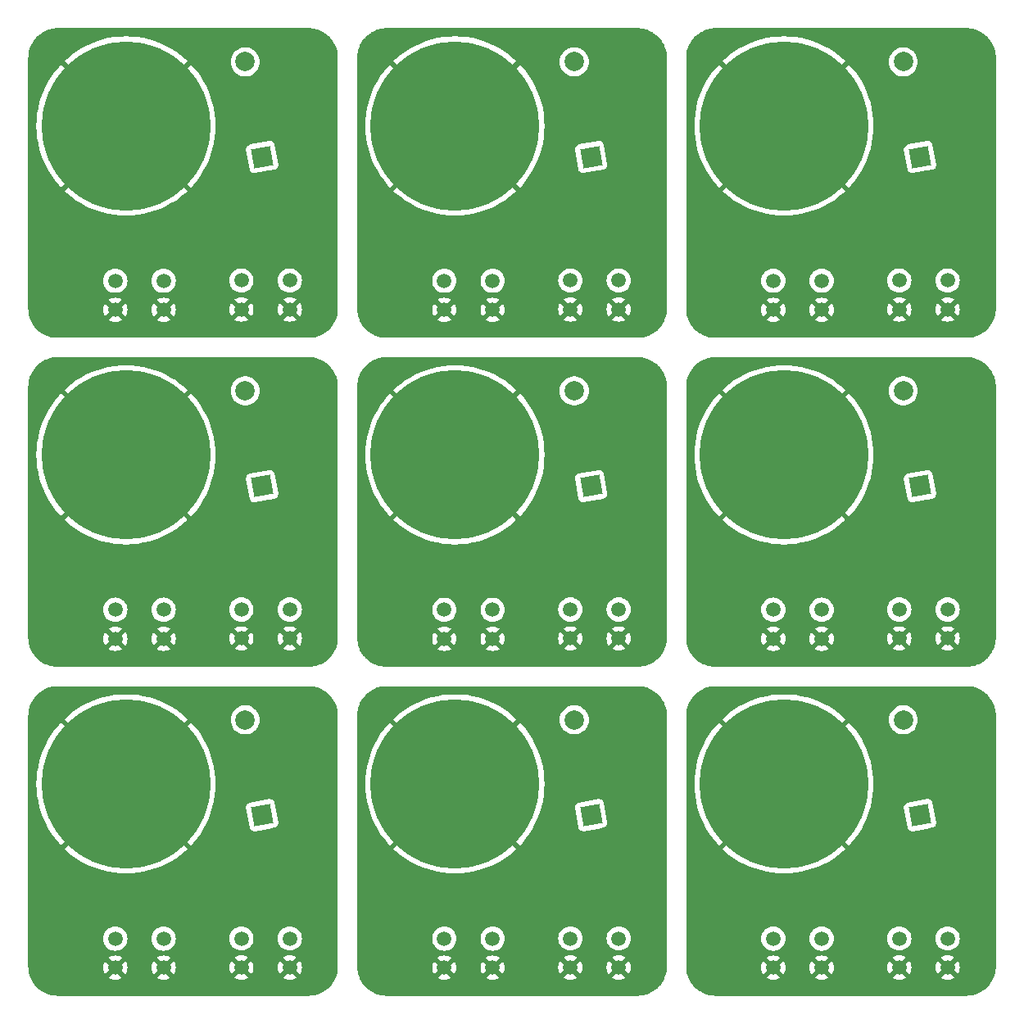
<source format=gbr>
%TF.GenerationSoftware,KiCad,Pcbnew,7.0.5*%
%TF.CreationDate,2023-10-26T18:16:14+09:00*%
%TF.ProjectId,clover_timer_p,636c6f76-6572-45f7-9469-6d65725f702e,rev?*%
%TF.SameCoordinates,Original*%
%TF.FileFunction,Copper,L2,Bot*%
%TF.FilePolarity,Positive*%
%FSLAX46Y46*%
G04 Gerber Fmt 4.6, Leading zero omitted, Abs format (unit mm)*
G04 Created by KiCad (PCBNEW 7.0.5) date 2023-10-26 18:16:14*
%MOMM*%
%LPD*%
G01*
G04 APERTURE LIST*
G04 Aperture macros list*
%AMRotRect*
0 Rectangle, with rotation*
0 The origin of the aperture is its center*
0 $1 length*
0 $2 width*
0 $3 Rotation angle, in degrees counterclockwise*
0 Add horizontal line*
21,1,$1,$2,0,0,$3*%
G04 Aperture macros list end*
%TA.AperFunction,ComponentPad*%
%ADD10C,2.000000*%
%TD*%
%TA.AperFunction,ComponentPad*%
%ADD11RotRect,2.000000X2.000000X100.000000*%
%TD*%
%TA.AperFunction,ComponentPad*%
%ADD12C,1.500000*%
%TD*%
%TA.AperFunction,SMDPad,CuDef*%
%ADD13C,17.500000*%
%TD*%
%TA.AperFunction,ViaPad*%
%ADD14C,0.800000*%
%TD*%
G04 APERTURE END LIST*
D10*
%TO.P,BZ9,2,+*%
%TO.N,+3V0*%
X180431759Y-121475961D03*
D11*
%TO.P,BZ9,1,-*%
%TO.N,Net-(BZ1--)*%
X182168241Y-131324039D03*
%TD*%
D12*
%TO.P,SW17,2,2*%
%TO.N,Net-(IC1-PA7)*%
X172000000Y-144100000D03*
X167000000Y-144100000D03*
%TO.P,SW17,1,1*%
%TO.N,GND*%
X172000000Y-147100000D03*
X167000000Y-147100000D03*
%TD*%
D13*
%TO.P,J18,1,Pin_1*%
%TO.N,GND*%
X168100000Y-128100000D03*
%TD*%
D12*
%TO.P,SW18,2,2*%
%TO.N,Net-(IC1-PA6)*%
X185025000Y-144075000D03*
X180025000Y-144075000D03*
%TO.P,SW18,1,1*%
%TO.N,GND*%
X185025000Y-147075000D03*
X180025000Y-147075000D03*
%TD*%
D10*
%TO.P,BZ8,2,+*%
%TO.N,+3V0*%
X146431759Y-121475961D03*
D11*
%TO.P,BZ8,1,-*%
%TO.N,Net-(BZ1--)*%
X148168241Y-131324039D03*
%TD*%
D12*
%TO.P,SW15,2,2*%
%TO.N,Net-(IC1-PA7)*%
X138000000Y-144100000D03*
X133000000Y-144100000D03*
%TO.P,SW15,1,1*%
%TO.N,GND*%
X138000000Y-147100000D03*
X133000000Y-147100000D03*
%TD*%
D13*
%TO.P,J16,1,Pin_1*%
%TO.N,GND*%
X134100000Y-128100000D03*
%TD*%
D12*
%TO.P,SW16,2,2*%
%TO.N,Net-(IC1-PA6)*%
X151025000Y-144075000D03*
X146025000Y-144075000D03*
%TO.P,SW16,1,1*%
%TO.N,GND*%
X151025000Y-147075000D03*
X146025000Y-147075000D03*
%TD*%
D10*
%TO.P,BZ7,2,+*%
%TO.N,+3V0*%
X112431759Y-121475961D03*
D11*
%TO.P,BZ7,1,-*%
%TO.N,Net-(BZ1--)*%
X114168241Y-131324039D03*
%TD*%
D12*
%TO.P,SW13,2,2*%
%TO.N,Net-(IC1-PA7)*%
X104000000Y-144100000D03*
X99000000Y-144100000D03*
%TO.P,SW13,1,1*%
%TO.N,GND*%
X104000000Y-147100000D03*
X99000000Y-147100000D03*
%TD*%
D13*
%TO.P,J14,1,Pin_1*%
%TO.N,GND*%
X100100000Y-128100000D03*
%TD*%
D12*
%TO.P,SW14,2,2*%
%TO.N,Net-(IC1-PA6)*%
X117025000Y-144075000D03*
X112025000Y-144075000D03*
%TO.P,SW14,1,1*%
%TO.N,GND*%
X117025000Y-147075000D03*
X112025000Y-147075000D03*
%TD*%
D10*
%TO.P,BZ6,2,+*%
%TO.N,+3V0*%
X180431759Y-87475961D03*
D11*
%TO.P,BZ6,1,-*%
%TO.N,Net-(BZ1--)*%
X182168241Y-97324039D03*
%TD*%
D12*
%TO.P,SW11,2,2*%
%TO.N,Net-(IC1-PA7)*%
X172000000Y-110100000D03*
X167000000Y-110100000D03*
%TO.P,SW11,1,1*%
%TO.N,GND*%
X172000000Y-113100000D03*
X167000000Y-113100000D03*
%TD*%
D13*
%TO.P,J12,1,Pin_1*%
%TO.N,GND*%
X168100000Y-94100000D03*
%TD*%
D12*
%TO.P,SW12,2,2*%
%TO.N,Net-(IC1-PA6)*%
X185025000Y-110075000D03*
X180025000Y-110075000D03*
%TO.P,SW12,1,1*%
%TO.N,GND*%
X185025000Y-113075000D03*
X180025000Y-113075000D03*
%TD*%
D10*
%TO.P,BZ5,2,+*%
%TO.N,+3V0*%
X146431759Y-87475961D03*
D11*
%TO.P,BZ5,1,-*%
%TO.N,Net-(BZ1--)*%
X148168241Y-97324039D03*
%TD*%
D12*
%TO.P,SW9,2,2*%
%TO.N,Net-(IC1-PA7)*%
X138000000Y-110100000D03*
X133000000Y-110100000D03*
%TO.P,SW9,1,1*%
%TO.N,GND*%
X138000000Y-113100000D03*
X133000000Y-113100000D03*
%TD*%
D13*
%TO.P,J10,1,Pin_1*%
%TO.N,GND*%
X134100000Y-94100000D03*
%TD*%
D12*
%TO.P,SW10,2,2*%
%TO.N,Net-(IC1-PA6)*%
X151025000Y-110075000D03*
X146025000Y-110075000D03*
%TO.P,SW10,1,1*%
%TO.N,GND*%
X151025000Y-113075000D03*
X146025000Y-113075000D03*
%TD*%
D10*
%TO.P,BZ4,2,+*%
%TO.N,+3V0*%
X112431759Y-87475961D03*
D11*
%TO.P,BZ4,1,-*%
%TO.N,Net-(BZ1--)*%
X114168241Y-97324039D03*
%TD*%
D12*
%TO.P,SW7,2,2*%
%TO.N,Net-(IC1-PA7)*%
X104000000Y-110100000D03*
X99000000Y-110100000D03*
%TO.P,SW7,1,1*%
%TO.N,GND*%
X104000000Y-113100000D03*
X99000000Y-113100000D03*
%TD*%
D13*
%TO.P,J8,1,Pin_1*%
%TO.N,GND*%
X100100000Y-94100000D03*
%TD*%
D12*
%TO.P,SW8,2,2*%
%TO.N,Net-(IC1-PA6)*%
X117025000Y-110075000D03*
X112025000Y-110075000D03*
%TO.P,SW8,1,1*%
%TO.N,GND*%
X117025000Y-113075000D03*
X112025000Y-113075000D03*
%TD*%
D10*
%TO.P,BZ3,2,+*%
%TO.N,+3V0*%
X180431759Y-53475961D03*
D11*
%TO.P,BZ3,1,-*%
%TO.N,Net-(BZ1--)*%
X182168241Y-63324039D03*
%TD*%
D12*
%TO.P,SW5,2,2*%
%TO.N,Net-(IC1-PA7)*%
X172000000Y-76100000D03*
X167000000Y-76100000D03*
%TO.P,SW5,1,1*%
%TO.N,GND*%
X172000000Y-79100000D03*
X167000000Y-79100000D03*
%TD*%
D13*
%TO.P,J6,1,Pin_1*%
%TO.N,GND*%
X168100000Y-60100000D03*
%TD*%
D12*
%TO.P,SW6,2,2*%
%TO.N,Net-(IC1-PA6)*%
X185025000Y-76075000D03*
X180025000Y-76075000D03*
%TO.P,SW6,1,1*%
%TO.N,GND*%
X185025000Y-79075000D03*
X180025000Y-79075000D03*
%TD*%
D10*
%TO.P,BZ2,2,+*%
%TO.N,+3V0*%
X146431759Y-53475961D03*
D11*
%TO.P,BZ2,1,-*%
%TO.N,Net-(BZ1--)*%
X148168241Y-63324039D03*
%TD*%
D12*
%TO.P,SW3,2,2*%
%TO.N,Net-(IC1-PA7)*%
X138000000Y-76100000D03*
X133000000Y-76100000D03*
%TO.P,SW3,1,1*%
%TO.N,GND*%
X138000000Y-79100000D03*
X133000000Y-79100000D03*
%TD*%
D13*
%TO.P,J4,1,Pin_1*%
%TO.N,GND*%
X134100000Y-60100000D03*
%TD*%
D12*
%TO.P,SW4,2,2*%
%TO.N,Net-(IC1-PA6)*%
X151025000Y-76075000D03*
X146025000Y-76075000D03*
%TO.P,SW4,1,1*%
%TO.N,GND*%
X151025000Y-79075000D03*
X146025000Y-79075000D03*
%TD*%
%TO.P,SW2,1,1*%
%TO.N,GND*%
X112025000Y-79075000D03*
X117025000Y-79075000D03*
%TO.P,SW2,2,2*%
%TO.N,Net-(IC1-PA6)*%
X112025000Y-76075000D03*
X117025000Y-76075000D03*
%TD*%
D11*
%TO.P,BZ1,1,-*%
%TO.N,Net-(BZ1--)*%
X114168241Y-63324039D03*
D10*
%TO.P,BZ1,2,+*%
%TO.N,+3V0*%
X112431759Y-53475961D03*
%TD*%
D12*
%TO.P,SW1,1,1*%
%TO.N,GND*%
X99000000Y-79100000D03*
X104000000Y-79100000D03*
%TO.P,SW1,2,2*%
%TO.N,Net-(IC1-PA7)*%
X99000000Y-76100000D03*
X104000000Y-76100000D03*
%TD*%
D13*
%TO.P,J2,1,Pin_1*%
%TO.N,GND*%
X100100000Y-60100000D03*
%TD*%
D14*
%TO.N,GND*%
X185700000Y-135100000D03*
X151700000Y-135100000D03*
X117700000Y-135100000D03*
X185700000Y-101100000D03*
X151700000Y-101100000D03*
X117700000Y-101100000D03*
X185700000Y-67100000D03*
X151700000Y-67100000D03*
X117700000Y-67100000D03*
%TD*%
%TA.AperFunction,Conductor*%
%TO.N,GND*%
G36*
X119001620Y-50000584D02*
G01*
X119133434Y-50007493D01*
X119317027Y-50017803D01*
X119323212Y-50018465D01*
X119475667Y-50042611D01*
X119638178Y-50070223D01*
X119643811Y-50071453D01*
X119796699Y-50112419D01*
X119898647Y-50141790D01*
X119951724Y-50157082D01*
X119956766Y-50158772D01*
X120105467Y-50215852D01*
X120106828Y-50216395D01*
X120254017Y-50277362D01*
X120258412Y-50279388D01*
X120333591Y-50317694D01*
X120400993Y-50352038D01*
X120402835Y-50353016D01*
X120469888Y-50390074D01*
X120541480Y-50429641D01*
X120545215Y-50431882D01*
X120679797Y-50519281D01*
X120681907Y-50520714D01*
X120752735Y-50570969D01*
X120810764Y-50612142D01*
X120813886Y-50614510D01*
X120938748Y-50715621D01*
X120941034Y-50717567D01*
X121058721Y-50822738D01*
X121061248Y-50825128D01*
X121174870Y-50938750D01*
X121177260Y-50941277D01*
X121282431Y-51058964D01*
X121284383Y-51061258D01*
X121364668Y-51160402D01*
X121385480Y-51186102D01*
X121387862Y-51189243D01*
X121479284Y-51318091D01*
X121480717Y-51320201D01*
X121521560Y-51383093D01*
X121568106Y-51454767D01*
X121570364Y-51458531D01*
X121646982Y-51597163D01*
X121647960Y-51599005D01*
X121720604Y-51741574D01*
X121722643Y-51745997D01*
X121783570Y-51893087D01*
X121784171Y-51894595D01*
X121841221Y-52043217D01*
X121842916Y-52048274D01*
X121887579Y-52203299D01*
X121928541Y-52356170D01*
X121929778Y-52361835D01*
X121957399Y-52524400D01*
X121981530Y-52676758D01*
X121982196Y-52682985D01*
X121992511Y-52866643D01*
X121999415Y-52998377D01*
X121999500Y-53001623D01*
X121999500Y-63092705D01*
X121999735Y-63095239D01*
X122000000Y-63100968D01*
X122000000Y-68899027D01*
X121999735Y-68904750D01*
X121999500Y-68907287D01*
X121999500Y-78998376D01*
X121999415Y-79001622D01*
X121992511Y-79133346D01*
X121982196Y-79317013D01*
X121981530Y-79323240D01*
X121957399Y-79475598D01*
X121929778Y-79638163D01*
X121928541Y-79643828D01*
X121887579Y-79796699D01*
X121842916Y-79951724D01*
X121841221Y-79956781D01*
X121784171Y-80105403D01*
X121783570Y-80106911D01*
X121722643Y-80254001D01*
X121720604Y-80258424D01*
X121647960Y-80400993D01*
X121646982Y-80402835D01*
X121570364Y-80541467D01*
X121568097Y-80545246D01*
X121480717Y-80679797D01*
X121479284Y-80681907D01*
X121387862Y-80810755D01*
X121385480Y-80813896D01*
X121284385Y-80938738D01*
X121282431Y-80941034D01*
X121177260Y-81058721D01*
X121174870Y-81061248D01*
X121061248Y-81174870D01*
X121058721Y-81177260D01*
X120941034Y-81282431D01*
X120938738Y-81284385D01*
X120813896Y-81385480D01*
X120810755Y-81387862D01*
X120681907Y-81479284D01*
X120679797Y-81480717D01*
X120545246Y-81568097D01*
X120541467Y-81570364D01*
X120402835Y-81646982D01*
X120400993Y-81647960D01*
X120258424Y-81720604D01*
X120254001Y-81722643D01*
X120106911Y-81783570D01*
X120105403Y-81784171D01*
X119956781Y-81841221D01*
X119951724Y-81842916D01*
X119796699Y-81887579D01*
X119643828Y-81928541D01*
X119638163Y-81929778D01*
X119475598Y-81957399D01*
X119323240Y-81981530D01*
X119317013Y-81982196D01*
X119133346Y-81992511D01*
X119001622Y-81999415D01*
X118998376Y-81999500D01*
X108907290Y-81999500D01*
X108904753Y-81999735D01*
X108899028Y-82000000D01*
X103100972Y-82000000D01*
X103095247Y-81999735D01*
X103092710Y-81999500D01*
X103000099Y-81999500D01*
X93001624Y-81999500D01*
X92998378Y-81999415D01*
X92866652Y-81992511D01*
X92682985Y-81982196D01*
X92676758Y-81981530D01*
X92524400Y-81957399D01*
X92361835Y-81929778D01*
X92356170Y-81928541D01*
X92203299Y-81887579D01*
X92048274Y-81842916D01*
X92043217Y-81841221D01*
X91894595Y-81784171D01*
X91893087Y-81783570D01*
X91745997Y-81722643D01*
X91741574Y-81720604D01*
X91599005Y-81647960D01*
X91597163Y-81646982D01*
X91458531Y-81570364D01*
X91454767Y-81568106D01*
X91380513Y-81519885D01*
X91320201Y-81480717D01*
X91318091Y-81479284D01*
X91189243Y-81387862D01*
X91186102Y-81385480D01*
X91061260Y-81284385D01*
X91058964Y-81282431D01*
X90941277Y-81177260D01*
X90938750Y-81174870D01*
X90825128Y-81061248D01*
X90822738Y-81058721D01*
X90717567Y-80941034D01*
X90715613Y-80938738D01*
X90676848Y-80890867D01*
X90614510Y-80813886D01*
X90612136Y-80810755D01*
X90520714Y-80681907D01*
X90519281Y-80679797D01*
X90491119Y-80636432D01*
X90431882Y-80545215D01*
X90429641Y-80541480D01*
X90390074Y-80469888D01*
X90353016Y-80402835D01*
X90352038Y-80400993D01*
X90289930Y-80279101D01*
X90279388Y-80258412D01*
X90277362Y-80254017D01*
X90216395Y-80106828D01*
X90215852Y-80105467D01*
X90158772Y-79956766D01*
X90157082Y-79951724D01*
X90141790Y-79898647D01*
X90112419Y-79796699D01*
X90071453Y-79643811D01*
X90070223Y-79638178D01*
X90042611Y-79475667D01*
X90018465Y-79323212D01*
X90017803Y-79317027D01*
X90007493Y-79133434D01*
X90005741Y-79100000D01*
X97745225Y-79100000D01*
X97764287Y-79317884D01*
X97764289Y-79317894D01*
X97820894Y-79529150D01*
X97820898Y-79529159D01*
X97913335Y-79727391D01*
X97956873Y-79789571D01*
X97956875Y-79789572D01*
X98516923Y-79229523D01*
X98540507Y-79309844D01*
X98618239Y-79430798D01*
X98726900Y-79524952D01*
X98857685Y-79584680D01*
X98867466Y-79586086D01*
X98310426Y-80143124D01*
X98372611Y-80186666D01*
X98372613Y-80186667D01*
X98570840Y-80279101D01*
X98570849Y-80279105D01*
X98782105Y-80335710D01*
X98782115Y-80335712D01*
X98999999Y-80354775D01*
X99000001Y-80354775D01*
X99217884Y-80335712D01*
X99217894Y-80335710D01*
X99429150Y-80279105D01*
X99429159Y-80279101D01*
X99627387Y-80186666D01*
X99689572Y-80143124D01*
X99132534Y-79586086D01*
X99142315Y-79584680D01*
X99273100Y-79524952D01*
X99381761Y-79430798D01*
X99459493Y-79309844D01*
X99483076Y-79229524D01*
X100043124Y-79789572D01*
X100086666Y-79727387D01*
X100179101Y-79529159D01*
X100179105Y-79529150D01*
X100235710Y-79317894D01*
X100235712Y-79317884D01*
X100254775Y-79100000D01*
X102745225Y-79100000D01*
X102764287Y-79317884D01*
X102764289Y-79317894D01*
X102820894Y-79529150D01*
X102820898Y-79529159D01*
X102913335Y-79727391D01*
X102956873Y-79789571D01*
X102956875Y-79789572D01*
X103516923Y-79229523D01*
X103540507Y-79309844D01*
X103618239Y-79430798D01*
X103726900Y-79524952D01*
X103857685Y-79584680D01*
X103867466Y-79586086D01*
X103310426Y-80143124D01*
X103372611Y-80186666D01*
X103372613Y-80186667D01*
X103570840Y-80279101D01*
X103570849Y-80279105D01*
X103782105Y-80335710D01*
X103782115Y-80335712D01*
X103999999Y-80354775D01*
X104000001Y-80354775D01*
X104217884Y-80335712D01*
X104217894Y-80335710D01*
X104429150Y-80279105D01*
X104429159Y-80279101D01*
X104627387Y-80186666D01*
X104689572Y-80143124D01*
X104132534Y-79586086D01*
X104142315Y-79584680D01*
X104273100Y-79524952D01*
X104381761Y-79430798D01*
X104459493Y-79309844D01*
X104483076Y-79229524D01*
X105043124Y-79789572D01*
X105086666Y-79727387D01*
X105179101Y-79529159D01*
X105179105Y-79529150D01*
X105235710Y-79317894D01*
X105235712Y-79317884D01*
X105254775Y-79100000D01*
X105254775Y-79099999D01*
X105252588Y-79075000D01*
X110770225Y-79075000D01*
X110789287Y-79292884D01*
X110789289Y-79292894D01*
X110845894Y-79504150D01*
X110845898Y-79504159D01*
X110938335Y-79702391D01*
X110981873Y-79764571D01*
X110981875Y-79764572D01*
X111541923Y-79204523D01*
X111565507Y-79284844D01*
X111643239Y-79405798D01*
X111751900Y-79499952D01*
X111882685Y-79559680D01*
X111892466Y-79561086D01*
X111335426Y-80118124D01*
X111397611Y-80161666D01*
X111397613Y-80161667D01*
X111595840Y-80254101D01*
X111595849Y-80254105D01*
X111807105Y-80310710D01*
X111807115Y-80310712D01*
X112024999Y-80329775D01*
X112025001Y-80329775D01*
X112242884Y-80310712D01*
X112242894Y-80310710D01*
X112454150Y-80254105D01*
X112454159Y-80254101D01*
X112652387Y-80161666D01*
X112714572Y-80118124D01*
X112157534Y-79561086D01*
X112167315Y-79559680D01*
X112298100Y-79499952D01*
X112406761Y-79405798D01*
X112484493Y-79284844D01*
X112508076Y-79204524D01*
X113068124Y-79764572D01*
X113111666Y-79702387D01*
X113204101Y-79504159D01*
X113204105Y-79504150D01*
X113260710Y-79292894D01*
X113260712Y-79292884D01*
X113279775Y-79075000D01*
X115770225Y-79075000D01*
X115789287Y-79292884D01*
X115789289Y-79292894D01*
X115845894Y-79504150D01*
X115845898Y-79504159D01*
X115938335Y-79702391D01*
X115981873Y-79764571D01*
X115981874Y-79764572D01*
X116541923Y-79204523D01*
X116565507Y-79284844D01*
X116643239Y-79405798D01*
X116751900Y-79499952D01*
X116882685Y-79559680D01*
X116892466Y-79561086D01*
X116335426Y-80118124D01*
X116397611Y-80161666D01*
X116397613Y-80161667D01*
X116595840Y-80254101D01*
X116595849Y-80254105D01*
X116807105Y-80310710D01*
X116807115Y-80310712D01*
X117024999Y-80329775D01*
X117025001Y-80329775D01*
X117242884Y-80310712D01*
X117242894Y-80310710D01*
X117454150Y-80254105D01*
X117454159Y-80254101D01*
X117652387Y-80161666D01*
X117714572Y-80118124D01*
X117157534Y-79561086D01*
X117167315Y-79559680D01*
X117298100Y-79499952D01*
X117406761Y-79405798D01*
X117484493Y-79284844D01*
X117508076Y-79204524D01*
X118068124Y-79764572D01*
X118111666Y-79702387D01*
X118204101Y-79504159D01*
X118204105Y-79504150D01*
X118260710Y-79292894D01*
X118260712Y-79292884D01*
X118279775Y-79075000D01*
X118279775Y-79074999D01*
X118260712Y-78857115D01*
X118260710Y-78857105D01*
X118204105Y-78645849D01*
X118204101Y-78645840D01*
X118111668Y-78447615D01*
X118068123Y-78385428D01*
X117508076Y-78945474D01*
X117484493Y-78865156D01*
X117406761Y-78744202D01*
X117298100Y-78650048D01*
X117167315Y-78590320D01*
X117157532Y-78588913D01*
X117714572Y-78031874D01*
X117714571Y-78031873D01*
X117652391Y-77988335D01*
X117454159Y-77895898D01*
X117454150Y-77895894D01*
X117242894Y-77839289D01*
X117242884Y-77839287D01*
X117025001Y-77820225D01*
X117024999Y-77820225D01*
X116807115Y-77839287D01*
X116807105Y-77839289D01*
X116595849Y-77895894D01*
X116595840Y-77895898D01*
X116397614Y-77988332D01*
X116397612Y-77988333D01*
X116335428Y-78031875D01*
X116335427Y-78031876D01*
X116892464Y-78588913D01*
X116882685Y-78590320D01*
X116751900Y-78650048D01*
X116643239Y-78744202D01*
X116565507Y-78865156D01*
X116541923Y-78945475D01*
X115981875Y-78385427D01*
X115981875Y-78385428D01*
X115938333Y-78447612D01*
X115938332Y-78447614D01*
X115845898Y-78645840D01*
X115845894Y-78645849D01*
X115789289Y-78857105D01*
X115789287Y-78857115D01*
X115770225Y-79074999D01*
X115770225Y-79075000D01*
X113279775Y-79075000D01*
X113279775Y-79074999D01*
X113260712Y-78857115D01*
X113260710Y-78857105D01*
X113204105Y-78645849D01*
X113204101Y-78645840D01*
X113111668Y-78447615D01*
X113068123Y-78385428D01*
X112508076Y-78945475D01*
X112484493Y-78865156D01*
X112406761Y-78744202D01*
X112298100Y-78650048D01*
X112167315Y-78590320D01*
X112157534Y-78588913D01*
X112714572Y-78031875D01*
X112714571Y-78031873D01*
X112652391Y-77988335D01*
X112454159Y-77895898D01*
X112454150Y-77895894D01*
X112242894Y-77839289D01*
X112242884Y-77839287D01*
X112025001Y-77820225D01*
X112024999Y-77820225D01*
X111807115Y-77839287D01*
X111807105Y-77839289D01*
X111595849Y-77895894D01*
X111595840Y-77895898D01*
X111397614Y-77988332D01*
X111397612Y-77988333D01*
X111335428Y-78031875D01*
X111335427Y-78031875D01*
X111892466Y-78588913D01*
X111882685Y-78590320D01*
X111751900Y-78650048D01*
X111643239Y-78744202D01*
X111565507Y-78865156D01*
X111541923Y-78945475D01*
X110981875Y-78385427D01*
X110981875Y-78385428D01*
X110938333Y-78447612D01*
X110938332Y-78447614D01*
X110845898Y-78645840D01*
X110845894Y-78645849D01*
X110789289Y-78857105D01*
X110789287Y-78857115D01*
X110770225Y-79074999D01*
X110770225Y-79075000D01*
X105252588Y-79075000D01*
X105235712Y-78882115D01*
X105235710Y-78882105D01*
X105179105Y-78670849D01*
X105179101Y-78670840D01*
X105086668Y-78472615D01*
X105043123Y-78410428D01*
X104483076Y-78970475D01*
X104459493Y-78890156D01*
X104381761Y-78769202D01*
X104273100Y-78675048D01*
X104142315Y-78615320D01*
X104132534Y-78613913D01*
X104689572Y-78056875D01*
X104689571Y-78056873D01*
X104627391Y-78013335D01*
X104429159Y-77920898D01*
X104429150Y-77920894D01*
X104217894Y-77864289D01*
X104217884Y-77864287D01*
X104000001Y-77845225D01*
X103999999Y-77845225D01*
X103782115Y-77864287D01*
X103782105Y-77864289D01*
X103570849Y-77920894D01*
X103570840Y-77920898D01*
X103372614Y-78013332D01*
X103372612Y-78013333D01*
X103310428Y-78056875D01*
X103310427Y-78056875D01*
X103867466Y-78613913D01*
X103857685Y-78615320D01*
X103726900Y-78675048D01*
X103618239Y-78769202D01*
X103540507Y-78890156D01*
X103516923Y-78970475D01*
X102956875Y-78410427D01*
X102956875Y-78410428D01*
X102913333Y-78472612D01*
X102913332Y-78472614D01*
X102820898Y-78670840D01*
X102820894Y-78670849D01*
X102764289Y-78882105D01*
X102764287Y-78882115D01*
X102745225Y-79099999D01*
X102745225Y-79100000D01*
X100254775Y-79100000D01*
X100254775Y-79099999D01*
X100235712Y-78882115D01*
X100235710Y-78882105D01*
X100179105Y-78670849D01*
X100179101Y-78670840D01*
X100086668Y-78472615D01*
X100043123Y-78410428D01*
X99483076Y-78970475D01*
X99459493Y-78890156D01*
X99381761Y-78769202D01*
X99273100Y-78675048D01*
X99142315Y-78615320D01*
X99132533Y-78613913D01*
X99689572Y-78056874D01*
X99689571Y-78056873D01*
X99627391Y-78013335D01*
X99429159Y-77920898D01*
X99429150Y-77920894D01*
X99217894Y-77864289D01*
X99217884Y-77864287D01*
X99000001Y-77845225D01*
X98999999Y-77845225D01*
X98782115Y-77864287D01*
X98782105Y-77864289D01*
X98570849Y-77920894D01*
X98570840Y-77920898D01*
X98372614Y-78013332D01*
X98372612Y-78013333D01*
X98310428Y-78056875D01*
X98310427Y-78056875D01*
X98867467Y-78613913D01*
X98857685Y-78615320D01*
X98726900Y-78675048D01*
X98618239Y-78769202D01*
X98540507Y-78890156D01*
X98516923Y-78970475D01*
X97956875Y-78410427D01*
X97956875Y-78410428D01*
X97913333Y-78472612D01*
X97913332Y-78472614D01*
X97820898Y-78670840D01*
X97820894Y-78670849D01*
X97764289Y-78882105D01*
X97764287Y-78882115D01*
X97745225Y-79099999D01*
X97745225Y-79100000D01*
X90005741Y-79100000D01*
X90000584Y-79001621D01*
X90000500Y-78998377D01*
X90000500Y-76100002D01*
X97744723Y-76100002D01*
X97763793Y-76317975D01*
X97763793Y-76317979D01*
X97820422Y-76529322D01*
X97820424Y-76529326D01*
X97820425Y-76529330D01*
X97866661Y-76628484D01*
X97912897Y-76727638D01*
X97912898Y-76727639D01*
X98038402Y-76906877D01*
X98193123Y-77061598D01*
X98372361Y-77187102D01*
X98570670Y-77279575D01*
X98782023Y-77336207D01*
X98964926Y-77352208D01*
X98999998Y-77355277D01*
X99000000Y-77355277D01*
X99000002Y-77355277D01*
X99028254Y-77352805D01*
X99217977Y-77336207D01*
X99429330Y-77279575D01*
X99627639Y-77187102D01*
X99806877Y-77061598D01*
X99961598Y-76906877D01*
X100087102Y-76727639D01*
X100179575Y-76529330D01*
X100236207Y-76317977D01*
X100255277Y-76100002D01*
X102744723Y-76100002D01*
X102763793Y-76317975D01*
X102763793Y-76317979D01*
X102820422Y-76529322D01*
X102820424Y-76529326D01*
X102820425Y-76529330D01*
X102866661Y-76628484D01*
X102912897Y-76727638D01*
X102912898Y-76727639D01*
X103038402Y-76906877D01*
X103193123Y-77061598D01*
X103372361Y-77187102D01*
X103570670Y-77279575D01*
X103782023Y-77336207D01*
X103964926Y-77352208D01*
X103999998Y-77355277D01*
X104000000Y-77355277D01*
X104000002Y-77355277D01*
X104028254Y-77352805D01*
X104217977Y-77336207D01*
X104429330Y-77279575D01*
X104627639Y-77187102D01*
X104806877Y-77061598D01*
X104961598Y-76906877D01*
X105087102Y-76727639D01*
X105179575Y-76529330D01*
X105236207Y-76317977D01*
X105255277Y-76100000D01*
X105253090Y-76075002D01*
X110769723Y-76075002D01*
X110788793Y-76292975D01*
X110788793Y-76292979D01*
X110845422Y-76504322D01*
X110845424Y-76504326D01*
X110845425Y-76504330D01*
X110891661Y-76603484D01*
X110937897Y-76702638D01*
X110955403Y-76727639D01*
X111063402Y-76881877D01*
X111218123Y-77036598D01*
X111397361Y-77162102D01*
X111595670Y-77254575D01*
X111807023Y-77311207D01*
X111989926Y-77327208D01*
X112024998Y-77330277D01*
X112025000Y-77330277D01*
X112025002Y-77330277D01*
X112053254Y-77327805D01*
X112242977Y-77311207D01*
X112454330Y-77254575D01*
X112652639Y-77162102D01*
X112831877Y-77036598D01*
X112986598Y-76881877D01*
X113112102Y-76702639D01*
X113204575Y-76504330D01*
X113261207Y-76292977D01*
X113280277Y-76075002D01*
X115769723Y-76075002D01*
X115788793Y-76292975D01*
X115788793Y-76292979D01*
X115845422Y-76504322D01*
X115845424Y-76504326D01*
X115845425Y-76504330D01*
X115891661Y-76603484D01*
X115937897Y-76702638D01*
X115955403Y-76727639D01*
X116063402Y-76881877D01*
X116218123Y-77036598D01*
X116397361Y-77162102D01*
X116595670Y-77254575D01*
X116807023Y-77311207D01*
X116989926Y-77327208D01*
X117024998Y-77330277D01*
X117025000Y-77330277D01*
X117025002Y-77330277D01*
X117053254Y-77327805D01*
X117242977Y-77311207D01*
X117454330Y-77254575D01*
X117652639Y-77162102D01*
X117831877Y-77036598D01*
X117986598Y-76881877D01*
X118112102Y-76702639D01*
X118204575Y-76504330D01*
X118261207Y-76292977D01*
X118280277Y-76075000D01*
X118261207Y-75857023D01*
X118204575Y-75645670D01*
X118112102Y-75447362D01*
X118112100Y-75447359D01*
X118112099Y-75447357D01*
X117986599Y-75268124D01*
X117986596Y-75268121D01*
X117831877Y-75113402D01*
X117693978Y-75016844D01*
X117652638Y-74987897D01*
X117553484Y-74941661D01*
X117454330Y-74895425D01*
X117454326Y-74895424D01*
X117454322Y-74895422D01*
X117242977Y-74838793D01*
X117025002Y-74819723D01*
X117024998Y-74819723D01*
X116879682Y-74832436D01*
X116807023Y-74838793D01*
X116807020Y-74838793D01*
X116595677Y-74895422D01*
X116595668Y-74895426D01*
X116397361Y-74987898D01*
X116397357Y-74987900D01*
X116218121Y-75113402D01*
X116063402Y-75268121D01*
X115937900Y-75447357D01*
X115937898Y-75447361D01*
X115845426Y-75645668D01*
X115845422Y-75645677D01*
X115788793Y-75857020D01*
X115788793Y-75857024D01*
X115769723Y-76074997D01*
X115769723Y-76075002D01*
X113280277Y-76075002D01*
X113280277Y-76075000D01*
X113261207Y-75857023D01*
X113204575Y-75645670D01*
X113112102Y-75447362D01*
X113112100Y-75447359D01*
X113112099Y-75447357D01*
X112986599Y-75268124D01*
X112986596Y-75268121D01*
X112831877Y-75113402D01*
X112693978Y-75016844D01*
X112652638Y-74987897D01*
X112553484Y-74941661D01*
X112454330Y-74895425D01*
X112454326Y-74895424D01*
X112454322Y-74895422D01*
X112242977Y-74838793D01*
X112025002Y-74819723D01*
X112024998Y-74819723D01*
X111879682Y-74832436D01*
X111807023Y-74838793D01*
X111807020Y-74838793D01*
X111595677Y-74895422D01*
X111595668Y-74895426D01*
X111397361Y-74987898D01*
X111397357Y-74987900D01*
X111218121Y-75113402D01*
X111063402Y-75268121D01*
X110937900Y-75447357D01*
X110937898Y-75447361D01*
X110845426Y-75645668D01*
X110845422Y-75645677D01*
X110788793Y-75857020D01*
X110788793Y-75857024D01*
X110769723Y-76074997D01*
X110769723Y-76075002D01*
X105253090Y-76075002D01*
X105236207Y-75882023D01*
X105179575Y-75670670D01*
X105087102Y-75472362D01*
X105087100Y-75472359D01*
X105087099Y-75472357D01*
X104961599Y-75293124D01*
X104936596Y-75268121D01*
X104806877Y-75138402D01*
X104627639Y-75012898D01*
X104627640Y-75012898D01*
X104627638Y-75012897D01*
X104528484Y-74966661D01*
X104429330Y-74920425D01*
X104429326Y-74920424D01*
X104429322Y-74920422D01*
X104217977Y-74863793D01*
X104000002Y-74844723D01*
X103999998Y-74844723D01*
X103854681Y-74857436D01*
X103782023Y-74863793D01*
X103782020Y-74863793D01*
X103570677Y-74920422D01*
X103570668Y-74920426D01*
X103372361Y-75012898D01*
X103372357Y-75012900D01*
X103193121Y-75138402D01*
X103038402Y-75293121D01*
X102912900Y-75472357D01*
X102912898Y-75472361D01*
X102820426Y-75670668D01*
X102820422Y-75670677D01*
X102763793Y-75882020D01*
X102763793Y-75882024D01*
X102744723Y-76099997D01*
X102744723Y-76100002D01*
X100255277Y-76100002D01*
X100255277Y-76100000D01*
X100236207Y-75882023D01*
X100179575Y-75670670D01*
X100087102Y-75472362D01*
X100087100Y-75472359D01*
X100087099Y-75472357D01*
X99961599Y-75293124D01*
X99936596Y-75268121D01*
X99806877Y-75138402D01*
X99627639Y-75012898D01*
X99627640Y-75012898D01*
X99627638Y-75012897D01*
X99528484Y-74966661D01*
X99429330Y-74920425D01*
X99429326Y-74920424D01*
X99429322Y-74920422D01*
X99217977Y-74863793D01*
X99000002Y-74844723D01*
X98999998Y-74844723D01*
X98854681Y-74857436D01*
X98782023Y-74863793D01*
X98782020Y-74863793D01*
X98570677Y-74920422D01*
X98570668Y-74920426D01*
X98372361Y-75012898D01*
X98372357Y-75012900D01*
X98193121Y-75138402D01*
X98038402Y-75293121D01*
X97912900Y-75472357D01*
X97912898Y-75472361D01*
X97820426Y-75670668D01*
X97820422Y-75670677D01*
X97763793Y-75882020D01*
X97763793Y-75882024D01*
X97744723Y-76099997D01*
X97744723Y-76100002D01*
X90000500Y-76100002D01*
X90000500Y-66815231D01*
X93738321Y-66815231D01*
X93997773Y-67058234D01*
X93997793Y-67058251D01*
X94465940Y-67442449D01*
X94465939Y-67442449D01*
X94958224Y-67795216D01*
X94958234Y-67795222D01*
X95472513Y-68115021D01*
X95472535Y-68115034D01*
X96006619Y-68400507D01*
X96006646Y-68400520D01*
X96558277Y-68650461D01*
X96558300Y-68650470D01*
X97125082Y-68863792D01*
X97125097Y-68863797D01*
X97704633Y-69039597D01*
X97704635Y-69039598D01*
X98294440Y-69177122D01*
X98891991Y-69275778D01*
X99494685Y-69335138D01*
X100099999Y-69354954D01*
X100705314Y-69335138D01*
X101308008Y-69275778D01*
X101905559Y-69177122D01*
X102495364Y-69039598D01*
X102495366Y-69039597D01*
X103074902Y-68863797D01*
X103074917Y-68863792D01*
X103641699Y-68650470D01*
X103641722Y-68650461D01*
X104193353Y-68400520D01*
X104193380Y-68400507D01*
X104727464Y-68115034D01*
X104727486Y-68115021D01*
X105241765Y-67795222D01*
X105241775Y-67795216D01*
X105734059Y-67442449D01*
X106202216Y-67058243D01*
X106461677Y-66815231D01*
X100100000Y-60453553D01*
X93738321Y-66815231D01*
X90000500Y-66815231D01*
X90000500Y-60099999D01*
X90845045Y-60099999D01*
X90864861Y-60705314D01*
X90924221Y-61308008D01*
X91022877Y-61905559D01*
X91160401Y-62495364D01*
X91160402Y-62495366D01*
X91336202Y-63074902D01*
X91336207Y-63074917D01*
X91549529Y-63641699D01*
X91549538Y-63641722D01*
X91799479Y-64193353D01*
X91799492Y-64193380D01*
X92084965Y-64727464D01*
X92084978Y-64727486D01*
X92404777Y-65241765D01*
X92404783Y-65241775D01*
X92757550Y-65734059D01*
X93141748Y-66202206D01*
X93141765Y-66202226D01*
X93384767Y-66461677D01*
X99746446Y-60100000D01*
X100453553Y-60100000D01*
X106815231Y-66461677D01*
X107058243Y-66202216D01*
X107442449Y-65734059D01*
X107795216Y-65241775D01*
X107795222Y-65241765D01*
X108115021Y-64727486D01*
X108115034Y-64727464D01*
X108400507Y-64193380D01*
X108400520Y-64193353D01*
X108650461Y-63641722D01*
X108650470Y-63641699D01*
X108863792Y-63074917D01*
X108863797Y-63074902D01*
X109039597Y-62495366D01*
X109039598Y-62495364D01*
X109040189Y-62492829D01*
X112504536Y-62492829D01*
X112508576Y-62552646D01*
X112508577Y-62552656D01*
X112872496Y-64616539D01*
X112872498Y-64616546D01*
X112889162Y-64674145D01*
X112889162Y-64674146D01*
X112962107Y-64798209D01*
X113067052Y-64896694D01*
X113067053Y-64896694D01*
X113067055Y-64896696D01*
X113195492Y-64961627D01*
X113195496Y-64961629D01*
X113337029Y-64987744D01*
X113396847Y-64983704D01*
X114850053Y-64727464D01*
X115460741Y-64619783D01*
X115460741Y-64619782D01*
X115460752Y-64619781D01*
X115518345Y-64603119D01*
X115642411Y-64530172D01*
X115740898Y-64425225D01*
X115805831Y-64296784D01*
X115831946Y-64155251D01*
X115827906Y-64095433D01*
X115827904Y-64095421D01*
X115463985Y-62031538D01*
X115463984Y-62031535D01*
X115463983Y-62031528D01*
X115447321Y-61973935D01*
X115407118Y-61905559D01*
X115374374Y-61849868D01*
X115269429Y-61751383D01*
X115269425Y-61751381D01*
X115140989Y-61686450D01*
X115140990Y-61686450D01*
X115140986Y-61686449D01*
X114999453Y-61660334D01*
X114999450Y-61660334D01*
X114939633Y-61664374D01*
X114939623Y-61664375D01*
X112875740Y-62028294D01*
X112875733Y-62028296D01*
X112818134Y-62044960D01*
X112818133Y-62044960D01*
X112694070Y-62117905D01*
X112595585Y-62222850D01*
X112595583Y-62222854D01*
X112530652Y-62351290D01*
X112504536Y-62492829D01*
X109040189Y-62492829D01*
X109177122Y-61905559D01*
X109275778Y-61308008D01*
X109335138Y-60705314D01*
X109354954Y-60099999D01*
X109335138Y-59494685D01*
X109275778Y-58891991D01*
X109177122Y-58294440D01*
X109039598Y-57704635D01*
X109039597Y-57704633D01*
X108863797Y-57125097D01*
X108863792Y-57125082D01*
X108650470Y-56558300D01*
X108650461Y-56558277D01*
X108400520Y-56006646D01*
X108400507Y-56006619D01*
X108115034Y-55472536D01*
X108115021Y-55472514D01*
X107795226Y-54958241D01*
X107795201Y-54958204D01*
X107442449Y-54465940D01*
X107058251Y-53997793D01*
X107058234Y-53997773D01*
X106815231Y-53738321D01*
X100453553Y-60099999D01*
X100453553Y-60100000D01*
X99746446Y-60100000D01*
X93384768Y-53738322D01*
X93384767Y-53738322D01*
X93141765Y-53997773D01*
X93141748Y-53997793D01*
X92757550Y-54465940D01*
X92404798Y-54958204D01*
X92404773Y-54958241D01*
X92084978Y-55472514D01*
X92084965Y-55472536D01*
X91799492Y-56006619D01*
X91799479Y-56006646D01*
X91549538Y-56558277D01*
X91549529Y-56558300D01*
X91336207Y-57125082D01*
X91336202Y-57125097D01*
X91160402Y-57704633D01*
X91160401Y-57704635D01*
X91022877Y-58294440D01*
X90924221Y-58891991D01*
X90864861Y-59494685D01*
X90845045Y-60099999D01*
X90000500Y-60099999D01*
X90000500Y-53384768D01*
X93738322Y-53384768D01*
X100099999Y-59746445D01*
X106370478Y-53475966D01*
X110926116Y-53475966D01*
X110946649Y-53723773D01*
X110946651Y-53723785D01*
X111007695Y-53964842D01*
X111107585Y-54192567D01*
X111243592Y-54400743D01*
X111243595Y-54400746D01*
X111412015Y-54583699D01*
X111608250Y-54736435D01*
X111826949Y-54854789D01*
X112062145Y-54935532D01*
X112307424Y-54976461D01*
X112556094Y-54976461D01*
X112801373Y-54935532D01*
X113036569Y-54854789D01*
X113255268Y-54736435D01*
X113451503Y-54583699D01*
X113619923Y-54400746D01*
X113755932Y-54192568D01*
X113855822Y-53964842D01*
X113916867Y-53723782D01*
X113937402Y-53475961D01*
X113929845Y-53384767D01*
X113916868Y-53228148D01*
X113916866Y-53228136D01*
X113855822Y-52987079D01*
X113755932Y-52759354D01*
X113619925Y-52551178D01*
X113595274Y-52524400D01*
X113451503Y-52368223D01*
X113255268Y-52215487D01*
X113255266Y-52215486D01*
X113255265Y-52215485D01*
X113036570Y-52097133D01*
X113036561Y-52097130D01*
X112801375Y-52016390D01*
X112556094Y-51975461D01*
X112307424Y-51975461D01*
X112062142Y-52016390D01*
X111826956Y-52097130D01*
X111826947Y-52097133D01*
X111608252Y-52215485D01*
X111412016Y-52368222D01*
X111243592Y-52551178D01*
X111107585Y-52759354D01*
X111007695Y-52987079D01*
X110946651Y-53228136D01*
X110946649Y-53228148D01*
X110926116Y-53475955D01*
X110926116Y-53475966D01*
X106370478Y-53475966D01*
X106461677Y-53384767D01*
X106202226Y-53141765D01*
X106202206Y-53141748D01*
X105734059Y-52757550D01*
X105734060Y-52757550D01*
X105241775Y-52404783D01*
X105241765Y-52404777D01*
X104727486Y-52084978D01*
X104727464Y-52084965D01*
X104193380Y-51799492D01*
X104193353Y-51799479D01*
X103641722Y-51549538D01*
X103641699Y-51549529D01*
X103074917Y-51336207D01*
X103074902Y-51336202D01*
X102495366Y-51160402D01*
X102495364Y-51160401D01*
X101905559Y-51022877D01*
X101308008Y-50924221D01*
X100705314Y-50864861D01*
X100100000Y-50845045D01*
X99494685Y-50864861D01*
X98891991Y-50924221D01*
X98294440Y-51022877D01*
X97704635Y-51160401D01*
X97704633Y-51160402D01*
X97125097Y-51336202D01*
X97125082Y-51336207D01*
X96558300Y-51549529D01*
X96558277Y-51549538D01*
X96006646Y-51799479D01*
X96006619Y-51799492D01*
X95472536Y-52084965D01*
X95472514Y-52084978D01*
X94958241Y-52404773D01*
X94958204Y-52404798D01*
X94465940Y-52757550D01*
X93997793Y-53141748D01*
X93997773Y-53141765D01*
X93738322Y-53384767D01*
X93738322Y-53384768D01*
X90000500Y-53384768D01*
X90000500Y-53001622D01*
X90000585Y-52998377D01*
X90001177Y-52987079D01*
X90007493Y-52866567D01*
X90017803Y-52682970D01*
X90018465Y-52676787D01*
X90042619Y-52524281D01*
X90070224Y-52361812D01*
X90071451Y-52356196D01*
X90112430Y-52203260D01*
X90157083Y-52048268D01*
X90158766Y-52043247D01*
X90215874Y-51894474D01*
X90216374Y-51893221D01*
X90277370Y-51745962D01*
X90279378Y-51741606D01*
X90352051Y-51598980D01*
X90353003Y-51597187D01*
X90429655Y-51458494D01*
X90431867Y-51454808D01*
X90519311Y-51320156D01*
X90520694Y-51318119D01*
X90612164Y-51189204D01*
X90614486Y-51186143D01*
X90715655Y-51061209D01*
X90717537Y-51058998D01*
X90822773Y-50941239D01*
X90825092Y-50938787D01*
X90938787Y-50825092D01*
X90941239Y-50822773D01*
X91058998Y-50717537D01*
X91061209Y-50715655D01*
X91186143Y-50614486D01*
X91189204Y-50612164D01*
X91318119Y-50520694D01*
X91320156Y-50519311D01*
X91454808Y-50431867D01*
X91458494Y-50429655D01*
X91597187Y-50353003D01*
X91598980Y-50352051D01*
X91741606Y-50279378D01*
X91745962Y-50277370D01*
X91893221Y-50216374D01*
X91894474Y-50215874D01*
X92043247Y-50158766D01*
X92048268Y-50157083D01*
X92203260Y-50112430D01*
X92356196Y-50071451D01*
X92361812Y-50070224D01*
X92524281Y-50042619D01*
X92676791Y-50018464D01*
X92682968Y-50017803D01*
X92866421Y-50007500D01*
X92998379Y-50000584D01*
X93001622Y-50000500D01*
X118998378Y-50000500D01*
X119001620Y-50000584D01*
G37*
%TD.AperFunction*%
%TD*%
%TA.AperFunction,Conductor*%
%TO.N,GND*%
G36*
X153001620Y-50000584D02*
G01*
X153133434Y-50007493D01*
X153317027Y-50017803D01*
X153323212Y-50018465D01*
X153475667Y-50042611D01*
X153638178Y-50070223D01*
X153643811Y-50071453D01*
X153796699Y-50112419D01*
X153898647Y-50141790D01*
X153951724Y-50157082D01*
X153956766Y-50158772D01*
X154105467Y-50215852D01*
X154106828Y-50216395D01*
X154254017Y-50277362D01*
X154258412Y-50279388D01*
X154333591Y-50317694D01*
X154400993Y-50352038D01*
X154402835Y-50353016D01*
X154469888Y-50390074D01*
X154541480Y-50429641D01*
X154545215Y-50431882D01*
X154679797Y-50519281D01*
X154681907Y-50520714D01*
X154752735Y-50570969D01*
X154810764Y-50612142D01*
X154813886Y-50614510D01*
X154938748Y-50715621D01*
X154941034Y-50717567D01*
X155058721Y-50822738D01*
X155061248Y-50825128D01*
X155174870Y-50938750D01*
X155177260Y-50941277D01*
X155282431Y-51058964D01*
X155284383Y-51061258D01*
X155364668Y-51160402D01*
X155385480Y-51186102D01*
X155387862Y-51189243D01*
X155479284Y-51318091D01*
X155480717Y-51320201D01*
X155521560Y-51383093D01*
X155568106Y-51454767D01*
X155570364Y-51458531D01*
X155646982Y-51597163D01*
X155647960Y-51599005D01*
X155720604Y-51741574D01*
X155722643Y-51745997D01*
X155783570Y-51893087D01*
X155784171Y-51894595D01*
X155841221Y-52043217D01*
X155842916Y-52048274D01*
X155887579Y-52203299D01*
X155928541Y-52356170D01*
X155929778Y-52361835D01*
X155957399Y-52524400D01*
X155981530Y-52676758D01*
X155982196Y-52682985D01*
X155992511Y-52866652D01*
X155999415Y-52998377D01*
X155999500Y-53001623D01*
X155999500Y-63092705D01*
X155999735Y-63095239D01*
X156000000Y-63100968D01*
X156000000Y-68899027D01*
X155999735Y-68904750D01*
X155999500Y-68907287D01*
X155999500Y-78998376D01*
X155999415Y-79001622D01*
X155992511Y-79133346D01*
X155982196Y-79317013D01*
X155981530Y-79323240D01*
X155957399Y-79475598D01*
X155929778Y-79638163D01*
X155928541Y-79643828D01*
X155887579Y-79796699D01*
X155842916Y-79951724D01*
X155841221Y-79956781D01*
X155784171Y-80105403D01*
X155783570Y-80106911D01*
X155722643Y-80254001D01*
X155720604Y-80258424D01*
X155647960Y-80400993D01*
X155646982Y-80402835D01*
X155570364Y-80541467D01*
X155568097Y-80545246D01*
X155480717Y-80679797D01*
X155479284Y-80681907D01*
X155387862Y-80810755D01*
X155385480Y-80813896D01*
X155284385Y-80938738D01*
X155282431Y-80941034D01*
X155177260Y-81058721D01*
X155174870Y-81061248D01*
X155061248Y-81174870D01*
X155058721Y-81177260D01*
X154941034Y-81282431D01*
X154938738Y-81284385D01*
X154813896Y-81385480D01*
X154810755Y-81387862D01*
X154681907Y-81479284D01*
X154679797Y-81480717D01*
X154545246Y-81568097D01*
X154541467Y-81570364D01*
X154402835Y-81646982D01*
X154400993Y-81647960D01*
X154258424Y-81720604D01*
X154254001Y-81722643D01*
X154106911Y-81783570D01*
X154105403Y-81784171D01*
X153956781Y-81841221D01*
X153951724Y-81842916D01*
X153796699Y-81887579D01*
X153643828Y-81928541D01*
X153638163Y-81929778D01*
X153475598Y-81957399D01*
X153323240Y-81981530D01*
X153317013Y-81982196D01*
X153133346Y-81992511D01*
X153001622Y-81999415D01*
X152998376Y-81999500D01*
X142907290Y-81999500D01*
X142904753Y-81999735D01*
X142899028Y-82000000D01*
X137100972Y-82000000D01*
X137095247Y-81999735D01*
X137092710Y-81999500D01*
X137000099Y-81999500D01*
X127001624Y-81999500D01*
X126998378Y-81999415D01*
X126866652Y-81992511D01*
X126682985Y-81982196D01*
X126676758Y-81981530D01*
X126524400Y-81957399D01*
X126361835Y-81929778D01*
X126356170Y-81928541D01*
X126203299Y-81887579D01*
X126048274Y-81842916D01*
X126043217Y-81841221D01*
X125894595Y-81784171D01*
X125893087Y-81783570D01*
X125745997Y-81722643D01*
X125741574Y-81720604D01*
X125599005Y-81647960D01*
X125597163Y-81646982D01*
X125458531Y-81570364D01*
X125454767Y-81568106D01*
X125380513Y-81519885D01*
X125320201Y-81480717D01*
X125318091Y-81479284D01*
X125189243Y-81387862D01*
X125186102Y-81385480D01*
X125061260Y-81284385D01*
X125058964Y-81282431D01*
X124941277Y-81177260D01*
X124938750Y-81174870D01*
X124825128Y-81061248D01*
X124822738Y-81058721D01*
X124717567Y-80941034D01*
X124715613Y-80938738D01*
X124676848Y-80890867D01*
X124614510Y-80813886D01*
X124612136Y-80810755D01*
X124520714Y-80681907D01*
X124519281Y-80679797D01*
X124491119Y-80636432D01*
X124431882Y-80545215D01*
X124429641Y-80541480D01*
X124390074Y-80469888D01*
X124353016Y-80402835D01*
X124352038Y-80400993D01*
X124289930Y-80279101D01*
X124279388Y-80258412D01*
X124277362Y-80254017D01*
X124216395Y-80106828D01*
X124215852Y-80105467D01*
X124158772Y-79956766D01*
X124157082Y-79951724D01*
X124141790Y-79898647D01*
X124112419Y-79796699D01*
X124071453Y-79643811D01*
X124070223Y-79638178D01*
X124042611Y-79475667D01*
X124018465Y-79323212D01*
X124017803Y-79317027D01*
X124007493Y-79133434D01*
X124005741Y-79100000D01*
X131745225Y-79100000D01*
X131764287Y-79317884D01*
X131764289Y-79317894D01*
X131820894Y-79529150D01*
X131820898Y-79529159D01*
X131913335Y-79727391D01*
X131956873Y-79789571D01*
X131956874Y-79789572D01*
X132516923Y-79229523D01*
X132540507Y-79309844D01*
X132618239Y-79430798D01*
X132726900Y-79524952D01*
X132857685Y-79584680D01*
X132867466Y-79586086D01*
X132310426Y-80143124D01*
X132372611Y-80186666D01*
X132372613Y-80186667D01*
X132570840Y-80279101D01*
X132570849Y-80279105D01*
X132782105Y-80335710D01*
X132782115Y-80335712D01*
X132999999Y-80354775D01*
X133000001Y-80354775D01*
X133217884Y-80335712D01*
X133217894Y-80335710D01*
X133429150Y-80279105D01*
X133429159Y-80279101D01*
X133627387Y-80186666D01*
X133689572Y-80143124D01*
X133132534Y-79586086D01*
X133142315Y-79584680D01*
X133273100Y-79524952D01*
X133381761Y-79430798D01*
X133459493Y-79309844D01*
X133483076Y-79229525D01*
X134043124Y-79789572D01*
X134086666Y-79727387D01*
X134179101Y-79529159D01*
X134179105Y-79529150D01*
X134235710Y-79317894D01*
X134235712Y-79317884D01*
X134254775Y-79100000D01*
X136745225Y-79100000D01*
X136764287Y-79317884D01*
X136764289Y-79317894D01*
X136820894Y-79529150D01*
X136820898Y-79529159D01*
X136913335Y-79727391D01*
X136956873Y-79789571D01*
X136956875Y-79789572D01*
X137516923Y-79229523D01*
X137540507Y-79309844D01*
X137618239Y-79430798D01*
X137726900Y-79524952D01*
X137857685Y-79584680D01*
X137867466Y-79586086D01*
X137310426Y-80143124D01*
X137372611Y-80186666D01*
X137372613Y-80186667D01*
X137570840Y-80279101D01*
X137570849Y-80279105D01*
X137782105Y-80335710D01*
X137782115Y-80335712D01*
X137999999Y-80354775D01*
X138000001Y-80354775D01*
X138217884Y-80335712D01*
X138217894Y-80335710D01*
X138429150Y-80279105D01*
X138429159Y-80279101D01*
X138627387Y-80186666D01*
X138689572Y-80143124D01*
X138132534Y-79586086D01*
X138142315Y-79584680D01*
X138273100Y-79524952D01*
X138381761Y-79430798D01*
X138459493Y-79309844D01*
X138483076Y-79229524D01*
X139043124Y-79789572D01*
X139086666Y-79727387D01*
X139179101Y-79529159D01*
X139179105Y-79529150D01*
X139235710Y-79317894D01*
X139235712Y-79317884D01*
X139254775Y-79100000D01*
X139254775Y-79099999D01*
X139252588Y-79075000D01*
X144770225Y-79075000D01*
X144789287Y-79292884D01*
X144789289Y-79292894D01*
X144845894Y-79504150D01*
X144845898Y-79504159D01*
X144938335Y-79702391D01*
X144981873Y-79764571D01*
X144981875Y-79764572D01*
X145541923Y-79204523D01*
X145565507Y-79284844D01*
X145643239Y-79405798D01*
X145751900Y-79499952D01*
X145882685Y-79559680D01*
X145892466Y-79561086D01*
X145335426Y-80118124D01*
X145397611Y-80161666D01*
X145397613Y-80161667D01*
X145595840Y-80254101D01*
X145595849Y-80254105D01*
X145807105Y-80310710D01*
X145807115Y-80310712D01*
X146024999Y-80329775D01*
X146025001Y-80329775D01*
X146242884Y-80310712D01*
X146242894Y-80310710D01*
X146454150Y-80254105D01*
X146454159Y-80254101D01*
X146652387Y-80161666D01*
X146714572Y-80118124D01*
X146157534Y-79561086D01*
X146167315Y-79559680D01*
X146298100Y-79499952D01*
X146406761Y-79405798D01*
X146484493Y-79284844D01*
X146508076Y-79204524D01*
X147068124Y-79764572D01*
X147111666Y-79702387D01*
X147204101Y-79504159D01*
X147204105Y-79504150D01*
X147260710Y-79292894D01*
X147260712Y-79292884D01*
X147279775Y-79075000D01*
X149770225Y-79075000D01*
X149789287Y-79292884D01*
X149789289Y-79292894D01*
X149845894Y-79504150D01*
X149845898Y-79504159D01*
X149938335Y-79702391D01*
X149981873Y-79764571D01*
X149981875Y-79764572D01*
X150541923Y-79204523D01*
X150565507Y-79284844D01*
X150643239Y-79405798D01*
X150751900Y-79499952D01*
X150882685Y-79559680D01*
X150892466Y-79561086D01*
X150335426Y-80118124D01*
X150397611Y-80161666D01*
X150397613Y-80161667D01*
X150595840Y-80254101D01*
X150595849Y-80254105D01*
X150807105Y-80310710D01*
X150807115Y-80310712D01*
X151024999Y-80329775D01*
X151025001Y-80329775D01*
X151242884Y-80310712D01*
X151242894Y-80310710D01*
X151454150Y-80254105D01*
X151454159Y-80254101D01*
X151652387Y-80161666D01*
X151714572Y-80118124D01*
X151157534Y-79561086D01*
X151167315Y-79559680D01*
X151298100Y-79499952D01*
X151406761Y-79405798D01*
X151484493Y-79284844D01*
X151508076Y-79204524D01*
X152068124Y-79764572D01*
X152111666Y-79702387D01*
X152204101Y-79504159D01*
X152204105Y-79504150D01*
X152260710Y-79292894D01*
X152260712Y-79292884D01*
X152279775Y-79075000D01*
X152279775Y-79074999D01*
X152260712Y-78857115D01*
X152260710Y-78857105D01*
X152204105Y-78645849D01*
X152204101Y-78645840D01*
X152111668Y-78447615D01*
X152068123Y-78385428D01*
X151508076Y-78945475D01*
X151484493Y-78865156D01*
X151406761Y-78744202D01*
X151298100Y-78650048D01*
X151167315Y-78590320D01*
X151157534Y-78588913D01*
X151714572Y-78031875D01*
X151714571Y-78031873D01*
X151652391Y-77988335D01*
X151454159Y-77895898D01*
X151454150Y-77895894D01*
X151242894Y-77839289D01*
X151242884Y-77839287D01*
X151025001Y-77820225D01*
X151024999Y-77820225D01*
X150807115Y-77839287D01*
X150807105Y-77839289D01*
X150595849Y-77895894D01*
X150595840Y-77895898D01*
X150397614Y-77988332D01*
X150397612Y-77988333D01*
X150335428Y-78031875D01*
X150335427Y-78031875D01*
X150892466Y-78588913D01*
X150882685Y-78590320D01*
X150751900Y-78650048D01*
X150643239Y-78744202D01*
X150565507Y-78865156D01*
X150541923Y-78945475D01*
X149981875Y-78385427D01*
X149981875Y-78385428D01*
X149938333Y-78447612D01*
X149938332Y-78447614D01*
X149845898Y-78645840D01*
X149845894Y-78645849D01*
X149789289Y-78857105D01*
X149789287Y-78857115D01*
X149770225Y-79074999D01*
X149770225Y-79075000D01*
X147279775Y-79075000D01*
X147279775Y-79074999D01*
X147260712Y-78857115D01*
X147260710Y-78857105D01*
X147204105Y-78645849D01*
X147204101Y-78645840D01*
X147111668Y-78447615D01*
X147068123Y-78385428D01*
X146508076Y-78945475D01*
X146484493Y-78865156D01*
X146406761Y-78744202D01*
X146298100Y-78650048D01*
X146167315Y-78590320D01*
X146157534Y-78588913D01*
X146714572Y-78031875D01*
X146714571Y-78031873D01*
X146652391Y-77988335D01*
X146454159Y-77895898D01*
X146454150Y-77895894D01*
X146242894Y-77839289D01*
X146242884Y-77839287D01*
X146025001Y-77820225D01*
X146024999Y-77820225D01*
X145807115Y-77839287D01*
X145807105Y-77839289D01*
X145595849Y-77895894D01*
X145595840Y-77895898D01*
X145397614Y-77988332D01*
X145397612Y-77988333D01*
X145335428Y-78031875D01*
X145335427Y-78031875D01*
X145892466Y-78588913D01*
X145882685Y-78590320D01*
X145751900Y-78650048D01*
X145643239Y-78744202D01*
X145565507Y-78865156D01*
X145541923Y-78945475D01*
X144981875Y-78385427D01*
X144981875Y-78385428D01*
X144938333Y-78447612D01*
X144938332Y-78447614D01*
X144845898Y-78645840D01*
X144845894Y-78645849D01*
X144789289Y-78857105D01*
X144789287Y-78857115D01*
X144770225Y-79074999D01*
X144770225Y-79075000D01*
X139252588Y-79075000D01*
X139235712Y-78882115D01*
X139235710Y-78882105D01*
X139179105Y-78670849D01*
X139179101Y-78670840D01*
X139086668Y-78472615D01*
X139043123Y-78410428D01*
X138483076Y-78970475D01*
X138459493Y-78890156D01*
X138381761Y-78769202D01*
X138273100Y-78675048D01*
X138142315Y-78615320D01*
X138132534Y-78613913D01*
X138689572Y-78056875D01*
X138689571Y-78056873D01*
X138627391Y-78013335D01*
X138429159Y-77920898D01*
X138429150Y-77920894D01*
X138217894Y-77864289D01*
X138217884Y-77864287D01*
X138000001Y-77845225D01*
X137999999Y-77845225D01*
X137782115Y-77864287D01*
X137782105Y-77864289D01*
X137570849Y-77920894D01*
X137570840Y-77920898D01*
X137372614Y-78013332D01*
X137372612Y-78013333D01*
X137310428Y-78056875D01*
X137310427Y-78056875D01*
X137867466Y-78613913D01*
X137857685Y-78615320D01*
X137726900Y-78675048D01*
X137618239Y-78769202D01*
X137540507Y-78890156D01*
X137516923Y-78970475D01*
X136956875Y-78410427D01*
X136956875Y-78410428D01*
X136913333Y-78472612D01*
X136913332Y-78472614D01*
X136820898Y-78670840D01*
X136820894Y-78670849D01*
X136764289Y-78882105D01*
X136764287Y-78882115D01*
X136745225Y-79099999D01*
X136745225Y-79100000D01*
X134254775Y-79100000D01*
X134254775Y-79099999D01*
X134235712Y-78882115D01*
X134235710Y-78882105D01*
X134179105Y-78670849D01*
X134179101Y-78670840D01*
X134086668Y-78472615D01*
X134043123Y-78410427D01*
X133483076Y-78970474D01*
X133459493Y-78890156D01*
X133381761Y-78769202D01*
X133273100Y-78675048D01*
X133142315Y-78615320D01*
X133132532Y-78613913D01*
X133689572Y-78056874D01*
X133689571Y-78056873D01*
X133627391Y-78013335D01*
X133429159Y-77920898D01*
X133429150Y-77920894D01*
X133217894Y-77864289D01*
X133217884Y-77864287D01*
X133000001Y-77845225D01*
X132999999Y-77845225D01*
X132782115Y-77864287D01*
X132782105Y-77864289D01*
X132570849Y-77920894D01*
X132570840Y-77920898D01*
X132372614Y-78013332D01*
X132372612Y-78013333D01*
X132310428Y-78056875D01*
X132310427Y-78056876D01*
X132867464Y-78613913D01*
X132857685Y-78615320D01*
X132726900Y-78675048D01*
X132618239Y-78769202D01*
X132540507Y-78890156D01*
X132516923Y-78970475D01*
X131956875Y-78410427D01*
X131956875Y-78410428D01*
X131913333Y-78472612D01*
X131913332Y-78472614D01*
X131820898Y-78670840D01*
X131820894Y-78670849D01*
X131764289Y-78882105D01*
X131764287Y-78882115D01*
X131745225Y-79099999D01*
X131745225Y-79100000D01*
X124005741Y-79100000D01*
X124000584Y-79001621D01*
X124000500Y-78998377D01*
X124000500Y-76100002D01*
X131744723Y-76100002D01*
X131763793Y-76317975D01*
X131763793Y-76317979D01*
X131820422Y-76529322D01*
X131820424Y-76529326D01*
X131820425Y-76529330D01*
X131866661Y-76628484D01*
X131912897Y-76727638D01*
X131912898Y-76727639D01*
X132038402Y-76906877D01*
X132193123Y-77061598D01*
X132372361Y-77187102D01*
X132570670Y-77279575D01*
X132782023Y-77336207D01*
X132964926Y-77352208D01*
X132999998Y-77355277D01*
X133000000Y-77355277D01*
X133000002Y-77355277D01*
X133028254Y-77352805D01*
X133217977Y-77336207D01*
X133429330Y-77279575D01*
X133627639Y-77187102D01*
X133806877Y-77061598D01*
X133961598Y-76906877D01*
X134087102Y-76727639D01*
X134179575Y-76529330D01*
X134236207Y-76317977D01*
X134255277Y-76100002D01*
X136744723Y-76100002D01*
X136763793Y-76317975D01*
X136763793Y-76317979D01*
X136820422Y-76529322D01*
X136820424Y-76529326D01*
X136820425Y-76529330D01*
X136866661Y-76628484D01*
X136912897Y-76727638D01*
X136912898Y-76727639D01*
X137038402Y-76906877D01*
X137193123Y-77061598D01*
X137372361Y-77187102D01*
X137570670Y-77279575D01*
X137782023Y-77336207D01*
X137964926Y-77352208D01*
X137999998Y-77355277D01*
X138000000Y-77355277D01*
X138000002Y-77355277D01*
X138028254Y-77352805D01*
X138217977Y-77336207D01*
X138429330Y-77279575D01*
X138627639Y-77187102D01*
X138806877Y-77061598D01*
X138961598Y-76906877D01*
X139087102Y-76727639D01*
X139179575Y-76529330D01*
X139236207Y-76317977D01*
X139255277Y-76100000D01*
X139253090Y-76075002D01*
X144769723Y-76075002D01*
X144788793Y-76292975D01*
X144788793Y-76292979D01*
X144845422Y-76504322D01*
X144845424Y-76504326D01*
X144845425Y-76504330D01*
X144891661Y-76603484D01*
X144937897Y-76702638D01*
X144955403Y-76727639D01*
X145063402Y-76881877D01*
X145218123Y-77036598D01*
X145397361Y-77162102D01*
X145595670Y-77254575D01*
X145807023Y-77311207D01*
X145989926Y-77327208D01*
X146024998Y-77330277D01*
X146025000Y-77330277D01*
X146025002Y-77330277D01*
X146053254Y-77327805D01*
X146242977Y-77311207D01*
X146454330Y-77254575D01*
X146652639Y-77162102D01*
X146831877Y-77036598D01*
X146986598Y-76881877D01*
X147112102Y-76702639D01*
X147204575Y-76504330D01*
X147261207Y-76292977D01*
X147280277Y-76075002D01*
X149769723Y-76075002D01*
X149788793Y-76292975D01*
X149788793Y-76292979D01*
X149845422Y-76504322D01*
X149845424Y-76504326D01*
X149845425Y-76504330D01*
X149891661Y-76603484D01*
X149937897Y-76702638D01*
X149955403Y-76727639D01*
X150063402Y-76881877D01*
X150218123Y-77036598D01*
X150397361Y-77162102D01*
X150595670Y-77254575D01*
X150807023Y-77311207D01*
X150989926Y-77327208D01*
X151024998Y-77330277D01*
X151025000Y-77330277D01*
X151025002Y-77330277D01*
X151053254Y-77327805D01*
X151242977Y-77311207D01*
X151454330Y-77254575D01*
X151652639Y-77162102D01*
X151831877Y-77036598D01*
X151986598Y-76881877D01*
X152112102Y-76702639D01*
X152204575Y-76504330D01*
X152261207Y-76292977D01*
X152280277Y-76075000D01*
X152261207Y-75857023D01*
X152204575Y-75645670D01*
X152112102Y-75447362D01*
X152112100Y-75447359D01*
X152112099Y-75447357D01*
X151986599Y-75268124D01*
X151986596Y-75268121D01*
X151831877Y-75113402D01*
X151693978Y-75016844D01*
X151652638Y-74987897D01*
X151553484Y-74941661D01*
X151454330Y-74895425D01*
X151454326Y-74895424D01*
X151454322Y-74895422D01*
X151242977Y-74838793D01*
X151025002Y-74819723D01*
X151024998Y-74819723D01*
X150879681Y-74832436D01*
X150807023Y-74838793D01*
X150807020Y-74838793D01*
X150595677Y-74895422D01*
X150595668Y-74895426D01*
X150397361Y-74987898D01*
X150397357Y-74987900D01*
X150218121Y-75113402D01*
X150063402Y-75268121D01*
X149937900Y-75447357D01*
X149937898Y-75447361D01*
X149845426Y-75645668D01*
X149845422Y-75645677D01*
X149788793Y-75857020D01*
X149788793Y-75857024D01*
X149769723Y-76074997D01*
X149769723Y-76075002D01*
X147280277Y-76075002D01*
X147280277Y-76075000D01*
X147261207Y-75857023D01*
X147204575Y-75645670D01*
X147112102Y-75447362D01*
X147112100Y-75447359D01*
X147112099Y-75447357D01*
X146986599Y-75268124D01*
X146986596Y-75268121D01*
X146831877Y-75113402D01*
X146693978Y-75016844D01*
X146652638Y-74987897D01*
X146553484Y-74941661D01*
X146454330Y-74895425D01*
X146454326Y-74895424D01*
X146454322Y-74895422D01*
X146242977Y-74838793D01*
X146025002Y-74819723D01*
X146024998Y-74819723D01*
X145879682Y-74832436D01*
X145807023Y-74838793D01*
X145807020Y-74838793D01*
X145595677Y-74895422D01*
X145595668Y-74895426D01*
X145397361Y-74987898D01*
X145397357Y-74987900D01*
X145218121Y-75113402D01*
X145063402Y-75268121D01*
X144937900Y-75447357D01*
X144937898Y-75447361D01*
X144845426Y-75645668D01*
X144845422Y-75645677D01*
X144788793Y-75857020D01*
X144788793Y-75857024D01*
X144769723Y-76074997D01*
X144769723Y-76075002D01*
X139253090Y-76075002D01*
X139236207Y-75882023D01*
X139179575Y-75670670D01*
X139087102Y-75472362D01*
X139087100Y-75472359D01*
X139087099Y-75472357D01*
X138961599Y-75293124D01*
X138936596Y-75268121D01*
X138806877Y-75138402D01*
X138627639Y-75012898D01*
X138627640Y-75012898D01*
X138627638Y-75012897D01*
X138528484Y-74966661D01*
X138429330Y-74920425D01*
X138429326Y-74920424D01*
X138429322Y-74920422D01*
X138217977Y-74863793D01*
X138000002Y-74844723D01*
X137999998Y-74844723D01*
X137854682Y-74857436D01*
X137782023Y-74863793D01*
X137782020Y-74863793D01*
X137570677Y-74920422D01*
X137570668Y-74920426D01*
X137372361Y-75012898D01*
X137372357Y-75012900D01*
X137193121Y-75138402D01*
X137038402Y-75293121D01*
X136912900Y-75472357D01*
X136912898Y-75472361D01*
X136820426Y-75670668D01*
X136820422Y-75670677D01*
X136763793Y-75882020D01*
X136763793Y-75882024D01*
X136744723Y-76099997D01*
X136744723Y-76100002D01*
X134255277Y-76100002D01*
X134255277Y-76100000D01*
X134236207Y-75882023D01*
X134179575Y-75670670D01*
X134087102Y-75472362D01*
X134087100Y-75472359D01*
X134087099Y-75472357D01*
X133961599Y-75293124D01*
X133936596Y-75268121D01*
X133806877Y-75138402D01*
X133627639Y-75012898D01*
X133627640Y-75012898D01*
X133627638Y-75012897D01*
X133528484Y-74966661D01*
X133429330Y-74920425D01*
X133429326Y-74920424D01*
X133429322Y-74920422D01*
X133217977Y-74863793D01*
X133000002Y-74844723D01*
X132999998Y-74844723D01*
X132854682Y-74857436D01*
X132782023Y-74863793D01*
X132782020Y-74863793D01*
X132570677Y-74920422D01*
X132570668Y-74920426D01*
X132372361Y-75012898D01*
X132372357Y-75012900D01*
X132193121Y-75138402D01*
X132038402Y-75293121D01*
X131912900Y-75472357D01*
X131912898Y-75472361D01*
X131820426Y-75670668D01*
X131820422Y-75670677D01*
X131763793Y-75882020D01*
X131763793Y-75882024D01*
X131744723Y-76099997D01*
X131744723Y-76100002D01*
X124000500Y-76100002D01*
X124000500Y-68907299D01*
X124000500Y-68907290D01*
X124000498Y-68907281D01*
X124000265Y-68904767D01*
X124000000Y-68899054D01*
X124000000Y-66815231D01*
X127738321Y-66815231D01*
X127997773Y-67058234D01*
X127997793Y-67058251D01*
X128465940Y-67442449D01*
X128465939Y-67442449D01*
X128958224Y-67795216D01*
X128958234Y-67795222D01*
X129472513Y-68115021D01*
X129472535Y-68115034D01*
X130006619Y-68400507D01*
X130006646Y-68400520D01*
X130558277Y-68650461D01*
X130558300Y-68650470D01*
X131125082Y-68863792D01*
X131125097Y-68863797D01*
X131704633Y-69039597D01*
X131704635Y-69039598D01*
X132294440Y-69177122D01*
X132891991Y-69275778D01*
X133494685Y-69335138D01*
X134099999Y-69354954D01*
X134705314Y-69335138D01*
X135308008Y-69275778D01*
X135905559Y-69177122D01*
X136495364Y-69039598D01*
X136495366Y-69039597D01*
X137074902Y-68863797D01*
X137074917Y-68863792D01*
X137641699Y-68650470D01*
X137641722Y-68650461D01*
X138193353Y-68400520D01*
X138193380Y-68400507D01*
X138727464Y-68115034D01*
X138727486Y-68115021D01*
X139241765Y-67795222D01*
X139241775Y-67795216D01*
X139734059Y-67442449D01*
X140202216Y-67058243D01*
X140461677Y-66815231D01*
X134100000Y-60453553D01*
X127738321Y-66815231D01*
X124000000Y-66815231D01*
X124000000Y-63100968D01*
X124000265Y-63095239D01*
X124000500Y-63092705D01*
X124000500Y-60100000D01*
X124845045Y-60100000D01*
X124864861Y-60705314D01*
X124924221Y-61308008D01*
X125022877Y-61905559D01*
X125160401Y-62495364D01*
X125160402Y-62495366D01*
X125336202Y-63074902D01*
X125336207Y-63074917D01*
X125549529Y-63641699D01*
X125549538Y-63641722D01*
X125799479Y-64193353D01*
X125799492Y-64193380D01*
X126084965Y-64727464D01*
X126084978Y-64727486D01*
X126404777Y-65241765D01*
X126404783Y-65241775D01*
X126757550Y-65734059D01*
X127141748Y-66202206D01*
X127141765Y-66202226D01*
X127384767Y-66461677D01*
X133746446Y-60100000D01*
X134453553Y-60100000D01*
X140815231Y-66461677D01*
X141058243Y-66202216D01*
X141442449Y-65734059D01*
X141795216Y-65241775D01*
X141795222Y-65241765D01*
X142115021Y-64727486D01*
X142115034Y-64727464D01*
X142400507Y-64193380D01*
X142400520Y-64193353D01*
X142650461Y-63641722D01*
X142650470Y-63641699D01*
X142863792Y-63074917D01*
X142863797Y-63074902D01*
X143039597Y-62495366D01*
X143039598Y-62495364D01*
X143040189Y-62492829D01*
X146504536Y-62492829D01*
X146508576Y-62552646D01*
X146508577Y-62552656D01*
X146872496Y-64616539D01*
X146872498Y-64616546D01*
X146889162Y-64674145D01*
X146889162Y-64674146D01*
X146962107Y-64798209D01*
X147067052Y-64896694D01*
X147067053Y-64896694D01*
X147067055Y-64896696D01*
X147195492Y-64961627D01*
X147195496Y-64961629D01*
X147337029Y-64987744D01*
X147396847Y-64983704D01*
X148850053Y-64727464D01*
X149460741Y-64619783D01*
X149460741Y-64619782D01*
X149460752Y-64619781D01*
X149518345Y-64603119D01*
X149642411Y-64530172D01*
X149740898Y-64425225D01*
X149805831Y-64296784D01*
X149831946Y-64155251D01*
X149827906Y-64095433D01*
X149827904Y-64095421D01*
X149463985Y-62031538D01*
X149463984Y-62031535D01*
X149463983Y-62031528D01*
X149447321Y-61973935D01*
X149407118Y-61905559D01*
X149374374Y-61849868D01*
X149269429Y-61751383D01*
X149269425Y-61751381D01*
X149140989Y-61686450D01*
X149140990Y-61686450D01*
X149140986Y-61686449D01*
X148999453Y-61660334D01*
X148999450Y-61660334D01*
X148939633Y-61664374D01*
X148939623Y-61664375D01*
X146875740Y-62028294D01*
X146875733Y-62028296D01*
X146818134Y-62044960D01*
X146818133Y-62044960D01*
X146694070Y-62117905D01*
X146595585Y-62222850D01*
X146595583Y-62222854D01*
X146530652Y-62351290D01*
X146504536Y-62492829D01*
X143040189Y-62492829D01*
X143177122Y-61905559D01*
X143275778Y-61308008D01*
X143335138Y-60705314D01*
X143354954Y-60100000D01*
X143335138Y-59494685D01*
X143275778Y-58891991D01*
X143177122Y-58294440D01*
X143039598Y-57704635D01*
X143039597Y-57704633D01*
X142863797Y-57125097D01*
X142863792Y-57125082D01*
X142650470Y-56558300D01*
X142650461Y-56558277D01*
X142400520Y-56006646D01*
X142400507Y-56006619D01*
X142115034Y-55472536D01*
X142115021Y-55472514D01*
X141795226Y-54958241D01*
X141795201Y-54958204D01*
X141442449Y-54465940D01*
X141058251Y-53997793D01*
X141058234Y-53997773D01*
X140815231Y-53738321D01*
X134453553Y-60100000D01*
X133746446Y-60100000D01*
X127384768Y-53738322D01*
X127384767Y-53738322D01*
X127141765Y-53997773D01*
X127141748Y-53997793D01*
X126757550Y-54465940D01*
X126404798Y-54958204D01*
X126404773Y-54958241D01*
X126084978Y-55472514D01*
X126084965Y-55472536D01*
X125799492Y-56006619D01*
X125799479Y-56006646D01*
X125549538Y-56558277D01*
X125549529Y-56558300D01*
X125336207Y-57125082D01*
X125336202Y-57125097D01*
X125160402Y-57704633D01*
X125160401Y-57704635D01*
X125022877Y-58294440D01*
X124924221Y-58891991D01*
X124864861Y-59494685D01*
X124845045Y-60100000D01*
X124000500Y-60100000D01*
X124000500Y-53384767D01*
X127738322Y-53384767D01*
X134099999Y-59746445D01*
X140370478Y-53475966D01*
X144926116Y-53475966D01*
X144946649Y-53723773D01*
X144946651Y-53723785D01*
X145007695Y-53964842D01*
X145107585Y-54192567D01*
X145243592Y-54400743D01*
X145243595Y-54400746D01*
X145412015Y-54583699D01*
X145608250Y-54736435D01*
X145826949Y-54854789D01*
X146062145Y-54935532D01*
X146307424Y-54976461D01*
X146556094Y-54976461D01*
X146801373Y-54935532D01*
X147036569Y-54854789D01*
X147255268Y-54736435D01*
X147451503Y-54583699D01*
X147619923Y-54400746D01*
X147755932Y-54192568D01*
X147855822Y-53964842D01*
X147916867Y-53723782D01*
X147937402Y-53475961D01*
X147929845Y-53384767D01*
X147916868Y-53228148D01*
X147916866Y-53228136D01*
X147855822Y-52987079D01*
X147755932Y-52759354D01*
X147619925Y-52551178D01*
X147595274Y-52524400D01*
X147451503Y-52368223D01*
X147255268Y-52215487D01*
X147255266Y-52215486D01*
X147255265Y-52215485D01*
X147036570Y-52097133D01*
X147036561Y-52097130D01*
X146801375Y-52016390D01*
X146556094Y-51975461D01*
X146307424Y-51975461D01*
X146062142Y-52016390D01*
X145826956Y-52097130D01*
X145826947Y-52097133D01*
X145608252Y-52215485D01*
X145412016Y-52368222D01*
X145243592Y-52551178D01*
X145107585Y-52759354D01*
X145007695Y-52987079D01*
X144946651Y-53228136D01*
X144946649Y-53228148D01*
X144926116Y-53475955D01*
X144926116Y-53475966D01*
X140370478Y-53475966D01*
X140461677Y-53384767D01*
X140202226Y-53141765D01*
X140202206Y-53141748D01*
X139734059Y-52757550D01*
X139734060Y-52757550D01*
X139241775Y-52404783D01*
X139241765Y-52404777D01*
X138727486Y-52084978D01*
X138727464Y-52084965D01*
X138193380Y-51799492D01*
X138193353Y-51799479D01*
X137641722Y-51549538D01*
X137641699Y-51549529D01*
X137074917Y-51336207D01*
X137074902Y-51336202D01*
X136495366Y-51160402D01*
X136495364Y-51160401D01*
X135905559Y-51022877D01*
X135308008Y-50924221D01*
X134705314Y-50864861D01*
X134099999Y-50845045D01*
X133494685Y-50864861D01*
X132891991Y-50924221D01*
X132294440Y-51022877D01*
X131704635Y-51160401D01*
X131704633Y-51160402D01*
X131125097Y-51336202D01*
X131125082Y-51336207D01*
X130558300Y-51549529D01*
X130558277Y-51549538D01*
X130006646Y-51799479D01*
X130006619Y-51799492D01*
X129472536Y-52084965D01*
X129472514Y-52084978D01*
X128958241Y-52404773D01*
X128958204Y-52404798D01*
X128465940Y-52757550D01*
X127997793Y-53141748D01*
X127997773Y-53141765D01*
X127738322Y-53384767D01*
X124000500Y-53384767D01*
X124000500Y-53001622D01*
X124000585Y-52998377D01*
X124001177Y-52987079D01*
X124007493Y-52866567D01*
X124017803Y-52682970D01*
X124018465Y-52676787D01*
X124042619Y-52524281D01*
X124070224Y-52361812D01*
X124071451Y-52356196D01*
X124112430Y-52203260D01*
X124157083Y-52048268D01*
X124158766Y-52043247D01*
X124215874Y-51894474D01*
X124216374Y-51893221D01*
X124277370Y-51745962D01*
X124279378Y-51741606D01*
X124352051Y-51598980D01*
X124353003Y-51597187D01*
X124429655Y-51458494D01*
X124431867Y-51454808D01*
X124519311Y-51320156D01*
X124520694Y-51318119D01*
X124612164Y-51189204D01*
X124614486Y-51186143D01*
X124715655Y-51061209D01*
X124717537Y-51058998D01*
X124822773Y-50941239D01*
X124825092Y-50938787D01*
X124938787Y-50825092D01*
X124941239Y-50822773D01*
X125058998Y-50717537D01*
X125061209Y-50715655D01*
X125186143Y-50614486D01*
X125189204Y-50612164D01*
X125318119Y-50520694D01*
X125320156Y-50519311D01*
X125454808Y-50431867D01*
X125458494Y-50429655D01*
X125597187Y-50353003D01*
X125598980Y-50352051D01*
X125741606Y-50279378D01*
X125745962Y-50277370D01*
X125893221Y-50216374D01*
X125894474Y-50215874D01*
X126043247Y-50158766D01*
X126048268Y-50157083D01*
X126203260Y-50112430D01*
X126356196Y-50071451D01*
X126361812Y-50070224D01*
X126524281Y-50042619D01*
X126676791Y-50018464D01*
X126682968Y-50017803D01*
X126866421Y-50007500D01*
X126998379Y-50000584D01*
X127001622Y-50000500D01*
X152998378Y-50000500D01*
X153001620Y-50000584D01*
G37*
%TD.AperFunction*%
%TD*%
%TA.AperFunction,Conductor*%
%TO.N,GND*%
G36*
X187001620Y-50000584D02*
G01*
X187133434Y-50007493D01*
X187317027Y-50017803D01*
X187323212Y-50018465D01*
X187475667Y-50042611D01*
X187638178Y-50070223D01*
X187643811Y-50071453D01*
X187796699Y-50112419D01*
X187898647Y-50141790D01*
X187951724Y-50157082D01*
X187956766Y-50158772D01*
X188105467Y-50215852D01*
X188106828Y-50216395D01*
X188254017Y-50277362D01*
X188258412Y-50279388D01*
X188333591Y-50317694D01*
X188400993Y-50352038D01*
X188402835Y-50353016D01*
X188469888Y-50390074D01*
X188541480Y-50429641D01*
X188545215Y-50431882D01*
X188679797Y-50519281D01*
X188681907Y-50520714D01*
X188752735Y-50570969D01*
X188810764Y-50612142D01*
X188813886Y-50614510D01*
X188938748Y-50715621D01*
X188941034Y-50717567D01*
X189058721Y-50822738D01*
X189061248Y-50825128D01*
X189174870Y-50938750D01*
X189177260Y-50941277D01*
X189282431Y-51058964D01*
X189284383Y-51061258D01*
X189364668Y-51160402D01*
X189385480Y-51186102D01*
X189387862Y-51189243D01*
X189479284Y-51318091D01*
X189480717Y-51320201D01*
X189521560Y-51383093D01*
X189568106Y-51454767D01*
X189570364Y-51458531D01*
X189646982Y-51597163D01*
X189647960Y-51599005D01*
X189720604Y-51741574D01*
X189722643Y-51745997D01*
X189783570Y-51893087D01*
X189784171Y-51894595D01*
X189841221Y-52043217D01*
X189842916Y-52048274D01*
X189887579Y-52203299D01*
X189928541Y-52356170D01*
X189929778Y-52361835D01*
X189957399Y-52524400D01*
X189981530Y-52676758D01*
X189982196Y-52682985D01*
X189992511Y-52866652D01*
X189999415Y-52998377D01*
X189999500Y-53001623D01*
X189999500Y-78998376D01*
X189999415Y-79001622D01*
X189992511Y-79133346D01*
X189982196Y-79317013D01*
X189981530Y-79323240D01*
X189957399Y-79475598D01*
X189929778Y-79638163D01*
X189928541Y-79643828D01*
X189887579Y-79796699D01*
X189842916Y-79951724D01*
X189841221Y-79956781D01*
X189784171Y-80105403D01*
X189783570Y-80106911D01*
X189722643Y-80254001D01*
X189720604Y-80258424D01*
X189647960Y-80400993D01*
X189646982Y-80402835D01*
X189570364Y-80541467D01*
X189568097Y-80545246D01*
X189480717Y-80679797D01*
X189479284Y-80681907D01*
X189387862Y-80810755D01*
X189385480Y-80813896D01*
X189284385Y-80938738D01*
X189282431Y-80941034D01*
X189177260Y-81058721D01*
X189174870Y-81061248D01*
X189061248Y-81174870D01*
X189058721Y-81177260D01*
X188941034Y-81282431D01*
X188938738Y-81284385D01*
X188813896Y-81385480D01*
X188810755Y-81387862D01*
X188681907Y-81479284D01*
X188679797Y-81480717D01*
X188545246Y-81568097D01*
X188541467Y-81570364D01*
X188402835Y-81646982D01*
X188400993Y-81647960D01*
X188258424Y-81720604D01*
X188254001Y-81722643D01*
X188106911Y-81783570D01*
X188105403Y-81784171D01*
X187956781Y-81841221D01*
X187951724Y-81842916D01*
X187796699Y-81887579D01*
X187643828Y-81928541D01*
X187638163Y-81929778D01*
X187475598Y-81957399D01*
X187323240Y-81981530D01*
X187317013Y-81982196D01*
X187133346Y-81992511D01*
X187001622Y-81999415D01*
X186998376Y-81999500D01*
X176907290Y-81999500D01*
X176904753Y-81999735D01*
X176899028Y-82000000D01*
X171100972Y-82000000D01*
X171095247Y-81999735D01*
X171092710Y-81999500D01*
X171000099Y-81999500D01*
X161001624Y-81999500D01*
X160998378Y-81999415D01*
X160866652Y-81992511D01*
X160682985Y-81982196D01*
X160676758Y-81981530D01*
X160524400Y-81957399D01*
X160361835Y-81929778D01*
X160356170Y-81928541D01*
X160203299Y-81887579D01*
X160048274Y-81842916D01*
X160043217Y-81841221D01*
X159894595Y-81784171D01*
X159893087Y-81783570D01*
X159745997Y-81722643D01*
X159741574Y-81720604D01*
X159599005Y-81647960D01*
X159597163Y-81646982D01*
X159458531Y-81570364D01*
X159454767Y-81568106D01*
X159380513Y-81519885D01*
X159320201Y-81480717D01*
X159318091Y-81479284D01*
X159189243Y-81387862D01*
X159186102Y-81385480D01*
X159061260Y-81284385D01*
X159058964Y-81282431D01*
X158941277Y-81177260D01*
X158938750Y-81174870D01*
X158825128Y-81061248D01*
X158822738Y-81058721D01*
X158717567Y-80941034D01*
X158715613Y-80938738D01*
X158676848Y-80890867D01*
X158614510Y-80813886D01*
X158612136Y-80810755D01*
X158520714Y-80681907D01*
X158519281Y-80679797D01*
X158491119Y-80636432D01*
X158431882Y-80545215D01*
X158429641Y-80541480D01*
X158390074Y-80469888D01*
X158353016Y-80402835D01*
X158352038Y-80400993D01*
X158289930Y-80279101D01*
X158279388Y-80258412D01*
X158277362Y-80254017D01*
X158216395Y-80106828D01*
X158215852Y-80105467D01*
X158158772Y-79956766D01*
X158157082Y-79951724D01*
X158141790Y-79898647D01*
X158112419Y-79796699D01*
X158071453Y-79643811D01*
X158070223Y-79638178D01*
X158042611Y-79475667D01*
X158018465Y-79323212D01*
X158017803Y-79317027D01*
X158007493Y-79133434D01*
X158005741Y-79100000D01*
X165745225Y-79100000D01*
X165764287Y-79317884D01*
X165764289Y-79317894D01*
X165820894Y-79529150D01*
X165820898Y-79529159D01*
X165913335Y-79727391D01*
X165956873Y-79789571D01*
X165956875Y-79789572D01*
X166516923Y-79229523D01*
X166540507Y-79309844D01*
X166618239Y-79430798D01*
X166726900Y-79524952D01*
X166857685Y-79584680D01*
X166867466Y-79586086D01*
X166310426Y-80143124D01*
X166372611Y-80186666D01*
X166372613Y-80186667D01*
X166570840Y-80279101D01*
X166570849Y-80279105D01*
X166782105Y-80335710D01*
X166782115Y-80335712D01*
X166999999Y-80354775D01*
X167000001Y-80354775D01*
X167217884Y-80335712D01*
X167217894Y-80335710D01*
X167429150Y-80279105D01*
X167429159Y-80279101D01*
X167627387Y-80186666D01*
X167689572Y-80143124D01*
X167132534Y-79586086D01*
X167142315Y-79584680D01*
X167273100Y-79524952D01*
X167381761Y-79430798D01*
X167459493Y-79309844D01*
X167483076Y-79229524D01*
X168043124Y-79789572D01*
X168086666Y-79727387D01*
X168179101Y-79529159D01*
X168179105Y-79529150D01*
X168235710Y-79317894D01*
X168235712Y-79317884D01*
X168254775Y-79100000D01*
X170745224Y-79100000D01*
X170764287Y-79317884D01*
X170764289Y-79317894D01*
X170820894Y-79529150D01*
X170820898Y-79529159D01*
X170913335Y-79727391D01*
X170956873Y-79789571D01*
X170956874Y-79789572D01*
X171516922Y-79229523D01*
X171540507Y-79309844D01*
X171618239Y-79430798D01*
X171726900Y-79524952D01*
X171857685Y-79584680D01*
X171867466Y-79586086D01*
X171310426Y-80143124D01*
X171372611Y-80186666D01*
X171372613Y-80186667D01*
X171570840Y-80279101D01*
X171570849Y-80279105D01*
X171782105Y-80335710D01*
X171782115Y-80335712D01*
X171999999Y-80354775D01*
X172000001Y-80354775D01*
X172217884Y-80335712D01*
X172217894Y-80335710D01*
X172429150Y-80279105D01*
X172429159Y-80279101D01*
X172627387Y-80186666D01*
X172689572Y-80143124D01*
X172132534Y-79586086D01*
X172142315Y-79584680D01*
X172273100Y-79524952D01*
X172381761Y-79430798D01*
X172459493Y-79309844D01*
X172483076Y-79229524D01*
X173043124Y-79789572D01*
X173086666Y-79727387D01*
X173179101Y-79529159D01*
X173179105Y-79529150D01*
X173235710Y-79317894D01*
X173235712Y-79317884D01*
X173254775Y-79100000D01*
X173254775Y-79099999D01*
X173252588Y-79075000D01*
X178770224Y-79075000D01*
X178789287Y-79292884D01*
X178789289Y-79292894D01*
X178845894Y-79504150D01*
X178845898Y-79504159D01*
X178938335Y-79702391D01*
X178981873Y-79764571D01*
X178981874Y-79764572D01*
X179541922Y-79204522D01*
X179565507Y-79284844D01*
X179643239Y-79405798D01*
X179751900Y-79499952D01*
X179882685Y-79559680D01*
X179892466Y-79561086D01*
X179335426Y-80118124D01*
X179397611Y-80161666D01*
X179397613Y-80161667D01*
X179595840Y-80254101D01*
X179595849Y-80254105D01*
X179807105Y-80310710D01*
X179807115Y-80310712D01*
X180024999Y-80329775D01*
X180025001Y-80329775D01*
X180242884Y-80310712D01*
X180242894Y-80310710D01*
X180454150Y-80254105D01*
X180454159Y-80254101D01*
X180652387Y-80161666D01*
X180714572Y-80118124D01*
X180157534Y-79561086D01*
X180167315Y-79559680D01*
X180298100Y-79499952D01*
X180406761Y-79405798D01*
X180484493Y-79284844D01*
X180508076Y-79204524D01*
X181068124Y-79764572D01*
X181111666Y-79702387D01*
X181204101Y-79504159D01*
X181204105Y-79504150D01*
X181260710Y-79292894D01*
X181260712Y-79292884D01*
X181279775Y-79075000D01*
X183770224Y-79075000D01*
X183789287Y-79292884D01*
X183789289Y-79292894D01*
X183845894Y-79504150D01*
X183845898Y-79504159D01*
X183938335Y-79702391D01*
X183981873Y-79764571D01*
X183981875Y-79764572D01*
X184541923Y-79204523D01*
X184565507Y-79284844D01*
X184643239Y-79405798D01*
X184751900Y-79499952D01*
X184882685Y-79559680D01*
X184892466Y-79561086D01*
X184335426Y-80118124D01*
X184397611Y-80161666D01*
X184397613Y-80161667D01*
X184595840Y-80254101D01*
X184595849Y-80254105D01*
X184807105Y-80310710D01*
X184807115Y-80310712D01*
X185024999Y-80329775D01*
X185025001Y-80329775D01*
X185242884Y-80310712D01*
X185242894Y-80310710D01*
X185454150Y-80254105D01*
X185454159Y-80254101D01*
X185652387Y-80161666D01*
X185714572Y-80118124D01*
X185157534Y-79561086D01*
X185167315Y-79559680D01*
X185298100Y-79499952D01*
X185406761Y-79405798D01*
X185484493Y-79284844D01*
X185508076Y-79204524D01*
X186068124Y-79764572D01*
X186111666Y-79702387D01*
X186204101Y-79504159D01*
X186204105Y-79504150D01*
X186260710Y-79292894D01*
X186260712Y-79292884D01*
X186279775Y-79075000D01*
X186279775Y-79074999D01*
X186260712Y-78857115D01*
X186260710Y-78857105D01*
X186204105Y-78645849D01*
X186204101Y-78645840D01*
X186111668Y-78447615D01*
X186068123Y-78385428D01*
X185508076Y-78945475D01*
X185484493Y-78865156D01*
X185406761Y-78744202D01*
X185298100Y-78650048D01*
X185167315Y-78590320D01*
X185157534Y-78588913D01*
X185714572Y-78031875D01*
X185714571Y-78031873D01*
X185652391Y-77988335D01*
X185454159Y-77895898D01*
X185454150Y-77895894D01*
X185242894Y-77839289D01*
X185242884Y-77839287D01*
X185025001Y-77820225D01*
X185024999Y-77820225D01*
X184807115Y-77839287D01*
X184807105Y-77839289D01*
X184595849Y-77895894D01*
X184595840Y-77895898D01*
X184397614Y-77988332D01*
X184397612Y-77988333D01*
X184335428Y-78031875D01*
X184335427Y-78031875D01*
X184892466Y-78588913D01*
X184882685Y-78590320D01*
X184751900Y-78650048D01*
X184643239Y-78744202D01*
X184565507Y-78865156D01*
X184541923Y-78945475D01*
X183981875Y-78385427D01*
X183981875Y-78385428D01*
X183938333Y-78447612D01*
X183938332Y-78447614D01*
X183845898Y-78645840D01*
X183845894Y-78645849D01*
X183789289Y-78857105D01*
X183789287Y-78857115D01*
X183770224Y-79074999D01*
X183770224Y-79075000D01*
X181279775Y-79075000D01*
X181279775Y-79074999D01*
X181260712Y-78857115D01*
X181260710Y-78857105D01*
X181204105Y-78645849D01*
X181204101Y-78645840D01*
X181111668Y-78447615D01*
X181068123Y-78385427D01*
X180508076Y-78945474D01*
X180484493Y-78865156D01*
X180406761Y-78744202D01*
X180298100Y-78650048D01*
X180167315Y-78590320D01*
X180157532Y-78588913D01*
X180714572Y-78031874D01*
X180714571Y-78031873D01*
X180652391Y-77988335D01*
X180454159Y-77895898D01*
X180454150Y-77895894D01*
X180242894Y-77839289D01*
X180242884Y-77839287D01*
X180025001Y-77820225D01*
X180024999Y-77820225D01*
X179807115Y-77839287D01*
X179807105Y-77839289D01*
X179595849Y-77895894D01*
X179595840Y-77895898D01*
X179397614Y-77988332D01*
X179397612Y-77988333D01*
X179335428Y-78031875D01*
X179335427Y-78031876D01*
X179892464Y-78588913D01*
X179882685Y-78590320D01*
X179751900Y-78650048D01*
X179643239Y-78744202D01*
X179565507Y-78865156D01*
X179541923Y-78945475D01*
X178981875Y-78385427D01*
X178981875Y-78385428D01*
X178938333Y-78447612D01*
X178938332Y-78447614D01*
X178845898Y-78645840D01*
X178845894Y-78645849D01*
X178789289Y-78857105D01*
X178789287Y-78857115D01*
X178770224Y-79074999D01*
X178770224Y-79075000D01*
X173252588Y-79075000D01*
X173235712Y-78882115D01*
X173235710Y-78882105D01*
X173179105Y-78670849D01*
X173179101Y-78670840D01*
X173086668Y-78472615D01*
X173043123Y-78410428D01*
X172483076Y-78970475D01*
X172459493Y-78890156D01*
X172381761Y-78769202D01*
X172273100Y-78675048D01*
X172142315Y-78615320D01*
X172132533Y-78613913D01*
X172689572Y-78056874D01*
X172689571Y-78056873D01*
X172627391Y-78013335D01*
X172429159Y-77920898D01*
X172429150Y-77920894D01*
X172217894Y-77864289D01*
X172217884Y-77864287D01*
X172000001Y-77845225D01*
X171999999Y-77845225D01*
X171782115Y-77864287D01*
X171782105Y-77864289D01*
X171570849Y-77920894D01*
X171570840Y-77920898D01*
X171372614Y-78013332D01*
X171372612Y-78013333D01*
X171310428Y-78056875D01*
X171310427Y-78056875D01*
X171867467Y-78613913D01*
X171857685Y-78615320D01*
X171726900Y-78675048D01*
X171618239Y-78769202D01*
X171540507Y-78890156D01*
X171516923Y-78970474D01*
X170956876Y-78410427D01*
X170956875Y-78410428D01*
X170913333Y-78472612D01*
X170913332Y-78472614D01*
X170820898Y-78670840D01*
X170820894Y-78670849D01*
X170764289Y-78882105D01*
X170764287Y-78882115D01*
X170745224Y-79099999D01*
X170745224Y-79100000D01*
X168254775Y-79100000D01*
X168254775Y-79099999D01*
X168235712Y-78882115D01*
X168235710Y-78882105D01*
X168179105Y-78670849D01*
X168179101Y-78670840D01*
X168086668Y-78472615D01*
X168043123Y-78410428D01*
X167483076Y-78970475D01*
X167459493Y-78890156D01*
X167381761Y-78769202D01*
X167273100Y-78675048D01*
X167142315Y-78615320D01*
X167132534Y-78613913D01*
X167689572Y-78056875D01*
X167689571Y-78056873D01*
X167627391Y-78013335D01*
X167429159Y-77920898D01*
X167429150Y-77920894D01*
X167217894Y-77864289D01*
X167217884Y-77864287D01*
X167000001Y-77845225D01*
X166999999Y-77845225D01*
X166782115Y-77864287D01*
X166782105Y-77864289D01*
X166570849Y-77920894D01*
X166570840Y-77920898D01*
X166372614Y-78013332D01*
X166372612Y-78013333D01*
X166310428Y-78056875D01*
X166310427Y-78056875D01*
X166867466Y-78613913D01*
X166857685Y-78615320D01*
X166726900Y-78675048D01*
X166618239Y-78769202D01*
X166540507Y-78890156D01*
X166516923Y-78970475D01*
X165956875Y-78410427D01*
X165956875Y-78410428D01*
X165913333Y-78472612D01*
X165913332Y-78472614D01*
X165820898Y-78670840D01*
X165820894Y-78670849D01*
X165764289Y-78882105D01*
X165764287Y-78882115D01*
X165745225Y-79099999D01*
X165745225Y-79100000D01*
X158005741Y-79100000D01*
X158000584Y-79001621D01*
X158000500Y-78998377D01*
X158000500Y-76100002D01*
X165744723Y-76100002D01*
X165763793Y-76317975D01*
X165763793Y-76317979D01*
X165820422Y-76529322D01*
X165820424Y-76529326D01*
X165820425Y-76529330D01*
X165866661Y-76628484D01*
X165912897Y-76727638D01*
X165912898Y-76727639D01*
X166038402Y-76906877D01*
X166193123Y-77061598D01*
X166372361Y-77187102D01*
X166570670Y-77279575D01*
X166782023Y-77336207D01*
X166964926Y-77352208D01*
X166999998Y-77355277D01*
X167000000Y-77355277D01*
X167000002Y-77355277D01*
X167028254Y-77352805D01*
X167217977Y-77336207D01*
X167429330Y-77279575D01*
X167627639Y-77187102D01*
X167806877Y-77061598D01*
X167961598Y-76906877D01*
X168087102Y-76727639D01*
X168179575Y-76529330D01*
X168236207Y-76317977D01*
X168255277Y-76100002D01*
X170744723Y-76100002D01*
X170763793Y-76317975D01*
X170763793Y-76317979D01*
X170820422Y-76529322D01*
X170820424Y-76529326D01*
X170820425Y-76529330D01*
X170866661Y-76628484D01*
X170912897Y-76727638D01*
X170912898Y-76727639D01*
X171038402Y-76906877D01*
X171193123Y-77061598D01*
X171372361Y-77187102D01*
X171570670Y-77279575D01*
X171782023Y-77336207D01*
X171964926Y-77352208D01*
X171999998Y-77355277D01*
X172000000Y-77355277D01*
X172000002Y-77355277D01*
X172028254Y-77352805D01*
X172217977Y-77336207D01*
X172429330Y-77279575D01*
X172627639Y-77187102D01*
X172806877Y-77061598D01*
X172961598Y-76906877D01*
X173087102Y-76727639D01*
X173179575Y-76529330D01*
X173236207Y-76317977D01*
X173255277Y-76100000D01*
X173253090Y-76075002D01*
X178769723Y-76075002D01*
X178788793Y-76292975D01*
X178788793Y-76292979D01*
X178845422Y-76504322D01*
X178845424Y-76504326D01*
X178845425Y-76504330D01*
X178891661Y-76603484D01*
X178937897Y-76702638D01*
X178955403Y-76727639D01*
X179063402Y-76881877D01*
X179218123Y-77036598D01*
X179397361Y-77162102D01*
X179595670Y-77254575D01*
X179807023Y-77311207D01*
X179989926Y-77327208D01*
X180024998Y-77330277D01*
X180025000Y-77330277D01*
X180025002Y-77330277D01*
X180053254Y-77327805D01*
X180242977Y-77311207D01*
X180454330Y-77254575D01*
X180652639Y-77162102D01*
X180831877Y-77036598D01*
X180986598Y-76881877D01*
X181112102Y-76702639D01*
X181204575Y-76504330D01*
X181261207Y-76292977D01*
X181280277Y-76075002D01*
X183769723Y-76075002D01*
X183788793Y-76292975D01*
X183788793Y-76292979D01*
X183845422Y-76504322D01*
X183845424Y-76504326D01*
X183845425Y-76504330D01*
X183891661Y-76603484D01*
X183937897Y-76702638D01*
X183955403Y-76727639D01*
X184063402Y-76881877D01*
X184218123Y-77036598D01*
X184397361Y-77162102D01*
X184595670Y-77254575D01*
X184807023Y-77311207D01*
X184989926Y-77327208D01*
X185024998Y-77330277D01*
X185025000Y-77330277D01*
X185025002Y-77330277D01*
X185053254Y-77327805D01*
X185242977Y-77311207D01*
X185454330Y-77254575D01*
X185652639Y-77162102D01*
X185831877Y-77036598D01*
X185986598Y-76881877D01*
X186112102Y-76702639D01*
X186204575Y-76504330D01*
X186261207Y-76292977D01*
X186280277Y-76075000D01*
X186261207Y-75857023D01*
X186204575Y-75645670D01*
X186112102Y-75447362D01*
X186112100Y-75447359D01*
X186112099Y-75447357D01*
X185986599Y-75268124D01*
X185986596Y-75268121D01*
X185831877Y-75113402D01*
X185693978Y-75016844D01*
X185652638Y-74987897D01*
X185553484Y-74941661D01*
X185454330Y-74895425D01*
X185454326Y-74895424D01*
X185454322Y-74895422D01*
X185242977Y-74838793D01*
X185025002Y-74819723D01*
X185024998Y-74819723D01*
X184879682Y-74832436D01*
X184807023Y-74838793D01*
X184807020Y-74838793D01*
X184595677Y-74895422D01*
X184595668Y-74895426D01*
X184397361Y-74987898D01*
X184397357Y-74987900D01*
X184218121Y-75113402D01*
X184063402Y-75268121D01*
X183937900Y-75447357D01*
X183937898Y-75447361D01*
X183845426Y-75645668D01*
X183845422Y-75645677D01*
X183788793Y-75857020D01*
X183788793Y-75857024D01*
X183769723Y-76074997D01*
X183769723Y-76075002D01*
X181280277Y-76075002D01*
X181280277Y-76075000D01*
X181261207Y-75857023D01*
X181204575Y-75645670D01*
X181112102Y-75447362D01*
X181112100Y-75447359D01*
X181112099Y-75447357D01*
X180986599Y-75268124D01*
X180986596Y-75268121D01*
X180831877Y-75113402D01*
X180693978Y-75016844D01*
X180652638Y-74987897D01*
X180553484Y-74941661D01*
X180454330Y-74895425D01*
X180454326Y-74895424D01*
X180454322Y-74895422D01*
X180242977Y-74838793D01*
X180025002Y-74819723D01*
X180024998Y-74819723D01*
X179879682Y-74832436D01*
X179807023Y-74838793D01*
X179807020Y-74838793D01*
X179595677Y-74895422D01*
X179595668Y-74895426D01*
X179397361Y-74987898D01*
X179397357Y-74987900D01*
X179218121Y-75113402D01*
X179063402Y-75268121D01*
X178937900Y-75447357D01*
X178937898Y-75447361D01*
X178845426Y-75645668D01*
X178845422Y-75645677D01*
X178788793Y-75857020D01*
X178788793Y-75857024D01*
X178769723Y-76074997D01*
X178769723Y-76075002D01*
X173253090Y-76075002D01*
X173236207Y-75882023D01*
X173179575Y-75670670D01*
X173087102Y-75472362D01*
X173087100Y-75472359D01*
X173087099Y-75472357D01*
X172961599Y-75293124D01*
X172936596Y-75268121D01*
X172806877Y-75138402D01*
X172627639Y-75012898D01*
X172627640Y-75012898D01*
X172627638Y-75012897D01*
X172528484Y-74966661D01*
X172429330Y-74920425D01*
X172429326Y-74920424D01*
X172429322Y-74920422D01*
X172217977Y-74863793D01*
X172000002Y-74844723D01*
X171999998Y-74844723D01*
X171854681Y-74857436D01*
X171782023Y-74863793D01*
X171782020Y-74863793D01*
X171570677Y-74920422D01*
X171570668Y-74920426D01*
X171372361Y-75012898D01*
X171372357Y-75012900D01*
X171193121Y-75138402D01*
X171038402Y-75293121D01*
X170912900Y-75472357D01*
X170912898Y-75472361D01*
X170820426Y-75670668D01*
X170820422Y-75670677D01*
X170763793Y-75882020D01*
X170763793Y-75882024D01*
X170744723Y-76099997D01*
X170744723Y-76100002D01*
X168255277Y-76100002D01*
X168255277Y-76100000D01*
X168236207Y-75882023D01*
X168179575Y-75670670D01*
X168087102Y-75472362D01*
X168087100Y-75472359D01*
X168087099Y-75472357D01*
X167961599Y-75293124D01*
X167936596Y-75268121D01*
X167806877Y-75138402D01*
X167627639Y-75012898D01*
X167627640Y-75012898D01*
X167627638Y-75012897D01*
X167528484Y-74966661D01*
X167429330Y-74920425D01*
X167429326Y-74920424D01*
X167429322Y-74920422D01*
X167217977Y-74863793D01*
X167000002Y-74844723D01*
X166999998Y-74844723D01*
X166854681Y-74857436D01*
X166782023Y-74863793D01*
X166782020Y-74863793D01*
X166570677Y-74920422D01*
X166570668Y-74920426D01*
X166372361Y-75012898D01*
X166372357Y-75012900D01*
X166193121Y-75138402D01*
X166038402Y-75293121D01*
X165912900Y-75472357D01*
X165912898Y-75472361D01*
X165820426Y-75670668D01*
X165820422Y-75670677D01*
X165763793Y-75882020D01*
X165763793Y-75882024D01*
X165744723Y-76099997D01*
X165744723Y-76100002D01*
X158000500Y-76100002D01*
X158000500Y-68907287D01*
X158000265Y-68904750D01*
X158000000Y-68899027D01*
X158000000Y-66815231D01*
X161738321Y-66815231D01*
X161997773Y-67058234D01*
X161997793Y-67058251D01*
X162465940Y-67442449D01*
X162465939Y-67442449D01*
X162958224Y-67795216D01*
X162958234Y-67795222D01*
X163472513Y-68115021D01*
X163472535Y-68115034D01*
X164006619Y-68400507D01*
X164006646Y-68400520D01*
X164558277Y-68650461D01*
X164558300Y-68650470D01*
X165125082Y-68863792D01*
X165125097Y-68863797D01*
X165704633Y-69039597D01*
X165704635Y-69039598D01*
X166294440Y-69177122D01*
X166891991Y-69275778D01*
X167494685Y-69335138D01*
X168100000Y-69354954D01*
X168705314Y-69335138D01*
X169308008Y-69275778D01*
X169905559Y-69177122D01*
X170495364Y-69039598D01*
X170495366Y-69039597D01*
X171074902Y-68863797D01*
X171074917Y-68863792D01*
X171641699Y-68650470D01*
X171641722Y-68650461D01*
X172193353Y-68400520D01*
X172193380Y-68400507D01*
X172727464Y-68115034D01*
X172727486Y-68115021D01*
X173241765Y-67795222D01*
X173241775Y-67795216D01*
X173734059Y-67442449D01*
X174202216Y-67058243D01*
X174461677Y-66815231D01*
X168100000Y-60453553D01*
X161738321Y-66815231D01*
X158000000Y-66815231D01*
X158000000Y-63100968D01*
X158000265Y-63095239D01*
X158000500Y-63092705D01*
X158000500Y-60099999D01*
X158845045Y-60099999D01*
X158864861Y-60705314D01*
X158924221Y-61308008D01*
X159022877Y-61905559D01*
X159160401Y-62495364D01*
X159160402Y-62495366D01*
X159336202Y-63074902D01*
X159336207Y-63074917D01*
X159549529Y-63641699D01*
X159549538Y-63641722D01*
X159799479Y-64193353D01*
X159799492Y-64193380D01*
X160084965Y-64727464D01*
X160084978Y-64727486D01*
X160404777Y-65241765D01*
X160404783Y-65241775D01*
X160757550Y-65734059D01*
X161141748Y-66202206D01*
X161141765Y-66202226D01*
X161384767Y-66461677D01*
X167746446Y-60099999D01*
X168453553Y-60099999D01*
X174815231Y-66461677D01*
X175058243Y-66202216D01*
X175442449Y-65734059D01*
X175795216Y-65241775D01*
X175795222Y-65241765D01*
X176115021Y-64727486D01*
X176115034Y-64727464D01*
X176400507Y-64193380D01*
X176400520Y-64193353D01*
X176650461Y-63641722D01*
X176650470Y-63641699D01*
X176863792Y-63074917D01*
X176863797Y-63074902D01*
X177039597Y-62495366D01*
X177039598Y-62495364D01*
X177040189Y-62492829D01*
X180504536Y-62492829D01*
X180508576Y-62552646D01*
X180508577Y-62552656D01*
X180872496Y-64616539D01*
X180872498Y-64616546D01*
X180889162Y-64674145D01*
X180889162Y-64674146D01*
X180962107Y-64798209D01*
X181067052Y-64896694D01*
X181067053Y-64896694D01*
X181067055Y-64896696D01*
X181195492Y-64961627D01*
X181195496Y-64961629D01*
X181337029Y-64987744D01*
X181396847Y-64983704D01*
X182850053Y-64727464D01*
X183460741Y-64619783D01*
X183460741Y-64619782D01*
X183460752Y-64619781D01*
X183518345Y-64603119D01*
X183642411Y-64530172D01*
X183740898Y-64425225D01*
X183805831Y-64296784D01*
X183831946Y-64155251D01*
X183827906Y-64095433D01*
X183827904Y-64095421D01*
X183463985Y-62031538D01*
X183463984Y-62031535D01*
X183463983Y-62031528D01*
X183447321Y-61973935D01*
X183407118Y-61905559D01*
X183374374Y-61849868D01*
X183269429Y-61751383D01*
X183269425Y-61751381D01*
X183140989Y-61686450D01*
X183140990Y-61686450D01*
X183140986Y-61686449D01*
X182999453Y-61660334D01*
X182999450Y-61660334D01*
X182939633Y-61664374D01*
X182939623Y-61664375D01*
X180875740Y-62028294D01*
X180875733Y-62028296D01*
X180818134Y-62044960D01*
X180818133Y-62044960D01*
X180694070Y-62117905D01*
X180595585Y-62222850D01*
X180595583Y-62222854D01*
X180530652Y-62351290D01*
X180504536Y-62492829D01*
X177040189Y-62492829D01*
X177177122Y-61905559D01*
X177275778Y-61308008D01*
X177335138Y-60705314D01*
X177354954Y-60100000D01*
X177335138Y-59494685D01*
X177275778Y-58891991D01*
X177177122Y-58294440D01*
X177039598Y-57704635D01*
X177039597Y-57704633D01*
X176863797Y-57125097D01*
X176863792Y-57125082D01*
X176650470Y-56558300D01*
X176650461Y-56558277D01*
X176400520Y-56006646D01*
X176400507Y-56006619D01*
X176115034Y-55472536D01*
X176115021Y-55472514D01*
X175795226Y-54958241D01*
X175795201Y-54958204D01*
X175442449Y-54465940D01*
X175058251Y-53997793D01*
X175058234Y-53997773D01*
X174815231Y-53738321D01*
X168453553Y-60099999D01*
X167746446Y-60099999D01*
X161384768Y-53738322D01*
X161384767Y-53738322D01*
X161141765Y-53997773D01*
X161141748Y-53997793D01*
X160757550Y-54465940D01*
X160404798Y-54958204D01*
X160404773Y-54958241D01*
X160084978Y-55472514D01*
X160084965Y-55472536D01*
X159799492Y-56006619D01*
X159799479Y-56006646D01*
X159549538Y-56558277D01*
X159549529Y-56558300D01*
X159336207Y-57125082D01*
X159336202Y-57125097D01*
X159160402Y-57704633D01*
X159160401Y-57704635D01*
X159022877Y-58294440D01*
X158924221Y-58891991D01*
X158864861Y-59494685D01*
X158845045Y-60099999D01*
X158000500Y-60099999D01*
X158000500Y-53384767D01*
X161738322Y-53384767D01*
X168099999Y-59746445D01*
X174370478Y-53475966D01*
X178926116Y-53475966D01*
X178946649Y-53723773D01*
X178946651Y-53723785D01*
X179007695Y-53964842D01*
X179107585Y-54192567D01*
X179243592Y-54400743D01*
X179243595Y-54400746D01*
X179412015Y-54583699D01*
X179608250Y-54736435D01*
X179826949Y-54854789D01*
X180062145Y-54935532D01*
X180307424Y-54976461D01*
X180556094Y-54976461D01*
X180801373Y-54935532D01*
X181036569Y-54854789D01*
X181255268Y-54736435D01*
X181451503Y-54583699D01*
X181619923Y-54400746D01*
X181755932Y-54192568D01*
X181855822Y-53964842D01*
X181916867Y-53723782D01*
X181937402Y-53475961D01*
X181929845Y-53384767D01*
X181916868Y-53228148D01*
X181916866Y-53228136D01*
X181855822Y-52987079D01*
X181755932Y-52759354D01*
X181619925Y-52551178D01*
X181595274Y-52524400D01*
X181451503Y-52368223D01*
X181255268Y-52215487D01*
X181255266Y-52215486D01*
X181255265Y-52215485D01*
X181036570Y-52097133D01*
X181036561Y-52097130D01*
X180801375Y-52016390D01*
X180556094Y-51975461D01*
X180307424Y-51975461D01*
X180062142Y-52016390D01*
X179826956Y-52097130D01*
X179826947Y-52097133D01*
X179608252Y-52215485D01*
X179412016Y-52368222D01*
X179243592Y-52551178D01*
X179107585Y-52759354D01*
X179007695Y-52987079D01*
X178946651Y-53228136D01*
X178946649Y-53228148D01*
X178926116Y-53475955D01*
X178926116Y-53475966D01*
X174370478Y-53475966D01*
X174461677Y-53384767D01*
X174202226Y-53141765D01*
X174202206Y-53141748D01*
X173734059Y-52757550D01*
X173734060Y-52757550D01*
X173241775Y-52404783D01*
X173241765Y-52404777D01*
X172727486Y-52084978D01*
X172727464Y-52084965D01*
X172193380Y-51799492D01*
X172193353Y-51799479D01*
X171641722Y-51549538D01*
X171641699Y-51549529D01*
X171074917Y-51336207D01*
X171074902Y-51336202D01*
X170495366Y-51160402D01*
X170495364Y-51160401D01*
X169905559Y-51022877D01*
X169308008Y-50924221D01*
X168705314Y-50864861D01*
X168099999Y-50845045D01*
X167494685Y-50864861D01*
X166891991Y-50924221D01*
X166294440Y-51022877D01*
X165704635Y-51160401D01*
X165704633Y-51160402D01*
X165125097Y-51336202D01*
X165125082Y-51336207D01*
X164558300Y-51549529D01*
X164558277Y-51549538D01*
X164006646Y-51799479D01*
X164006619Y-51799492D01*
X163472536Y-52084965D01*
X163472514Y-52084978D01*
X162958241Y-52404773D01*
X162958204Y-52404798D01*
X162465940Y-52757550D01*
X161997793Y-53141748D01*
X161997773Y-53141765D01*
X161738322Y-53384767D01*
X158000500Y-53384767D01*
X158000500Y-53001621D01*
X158000585Y-52998376D01*
X158001177Y-52987079D01*
X158007496Y-52866504D01*
X158017803Y-52682968D01*
X158018464Y-52676791D01*
X158042619Y-52524281D01*
X158070224Y-52361812D01*
X158071451Y-52356196D01*
X158112430Y-52203260D01*
X158157083Y-52048268D01*
X158158766Y-52043247D01*
X158215874Y-51894474D01*
X158216374Y-51893221D01*
X158277370Y-51745962D01*
X158279378Y-51741606D01*
X158352051Y-51598980D01*
X158353003Y-51597187D01*
X158429655Y-51458494D01*
X158431867Y-51454808D01*
X158519311Y-51320156D01*
X158520694Y-51318119D01*
X158612164Y-51189204D01*
X158614486Y-51186143D01*
X158715655Y-51061209D01*
X158717537Y-51058998D01*
X158822773Y-50941239D01*
X158825092Y-50938787D01*
X158938787Y-50825092D01*
X158941239Y-50822773D01*
X159058998Y-50717537D01*
X159061209Y-50715655D01*
X159186143Y-50614486D01*
X159189204Y-50612164D01*
X159318119Y-50520694D01*
X159320156Y-50519311D01*
X159454808Y-50431867D01*
X159458494Y-50429655D01*
X159597187Y-50353003D01*
X159598980Y-50352051D01*
X159741606Y-50279378D01*
X159745962Y-50277370D01*
X159893221Y-50216374D01*
X159894474Y-50215874D01*
X160043247Y-50158766D01*
X160048268Y-50157083D01*
X160203260Y-50112430D01*
X160356196Y-50071451D01*
X160361812Y-50070224D01*
X160524281Y-50042619D01*
X160676791Y-50018464D01*
X160682968Y-50017803D01*
X160866421Y-50007500D01*
X160998379Y-50000584D01*
X161001622Y-50000500D01*
X186998378Y-50000500D01*
X187001620Y-50000584D01*
G37*
%TD.AperFunction*%
%TD*%
%TA.AperFunction,Conductor*%
%TO.N,GND*%
G36*
X108904753Y-84000265D02*
G01*
X108907290Y-84000500D01*
X108999901Y-84000500D01*
X118998378Y-84000500D01*
X119001620Y-84000584D01*
X119133434Y-84007493D01*
X119317027Y-84017803D01*
X119323212Y-84018465D01*
X119475667Y-84042611D01*
X119638178Y-84070223D01*
X119643811Y-84071453D01*
X119796699Y-84112419D01*
X119898647Y-84141790D01*
X119951724Y-84157082D01*
X119956766Y-84158772D01*
X120105467Y-84215852D01*
X120106828Y-84216395D01*
X120254017Y-84277362D01*
X120258412Y-84279388D01*
X120333591Y-84317694D01*
X120400993Y-84352038D01*
X120402835Y-84353016D01*
X120469888Y-84390074D01*
X120541480Y-84429641D01*
X120545215Y-84431882D01*
X120679797Y-84519281D01*
X120681907Y-84520714D01*
X120752735Y-84570969D01*
X120810764Y-84612142D01*
X120813886Y-84614510D01*
X120938748Y-84715621D01*
X120941034Y-84717567D01*
X121058721Y-84822738D01*
X121061248Y-84825128D01*
X121174870Y-84938750D01*
X121177260Y-84941277D01*
X121282431Y-85058964D01*
X121284383Y-85061258D01*
X121364668Y-85160402D01*
X121385480Y-85186102D01*
X121387862Y-85189243D01*
X121479284Y-85318091D01*
X121480717Y-85320201D01*
X121521560Y-85383093D01*
X121568106Y-85454767D01*
X121570364Y-85458531D01*
X121646982Y-85597163D01*
X121647960Y-85599005D01*
X121720604Y-85741574D01*
X121722643Y-85745997D01*
X121783570Y-85893087D01*
X121784171Y-85894595D01*
X121841221Y-86043217D01*
X121842916Y-86048274D01*
X121887579Y-86203299D01*
X121928541Y-86356170D01*
X121929778Y-86361835D01*
X121957399Y-86524400D01*
X121981530Y-86676758D01*
X121982196Y-86682985D01*
X121992511Y-86866652D01*
X121999415Y-86998377D01*
X121999500Y-87001623D01*
X121999500Y-97092705D01*
X121999735Y-97095239D01*
X122000000Y-97100968D01*
X122000000Y-102899027D01*
X121999735Y-102904750D01*
X121999500Y-102907287D01*
X121999500Y-112998376D01*
X121999415Y-113001622D01*
X121992511Y-113133346D01*
X121982196Y-113317013D01*
X121981530Y-113323240D01*
X121957399Y-113475598D01*
X121929778Y-113638163D01*
X121928541Y-113643828D01*
X121887579Y-113796699D01*
X121842916Y-113951724D01*
X121841221Y-113956781D01*
X121784171Y-114105403D01*
X121783570Y-114106911D01*
X121722643Y-114254001D01*
X121720604Y-114258424D01*
X121647960Y-114400993D01*
X121646982Y-114402835D01*
X121570364Y-114541467D01*
X121568097Y-114545246D01*
X121480717Y-114679797D01*
X121479284Y-114681907D01*
X121387862Y-114810755D01*
X121385480Y-114813896D01*
X121284385Y-114938738D01*
X121282431Y-114941034D01*
X121177260Y-115058721D01*
X121174870Y-115061248D01*
X121061248Y-115174870D01*
X121058721Y-115177260D01*
X120941034Y-115282431D01*
X120938738Y-115284385D01*
X120813896Y-115385480D01*
X120810755Y-115387862D01*
X120681907Y-115479284D01*
X120679797Y-115480717D01*
X120545246Y-115568097D01*
X120541467Y-115570364D01*
X120402835Y-115646982D01*
X120400993Y-115647960D01*
X120258424Y-115720604D01*
X120254001Y-115722643D01*
X120106911Y-115783570D01*
X120105403Y-115784171D01*
X119956781Y-115841221D01*
X119951724Y-115842916D01*
X119796699Y-115887579D01*
X119643828Y-115928541D01*
X119638163Y-115929778D01*
X119475598Y-115957399D01*
X119323240Y-115981530D01*
X119317013Y-115982196D01*
X119133346Y-115992511D01*
X119001622Y-115999415D01*
X118998376Y-115999500D01*
X108907290Y-115999500D01*
X108904753Y-115999735D01*
X108899028Y-116000000D01*
X103100972Y-116000000D01*
X103095247Y-115999735D01*
X103092710Y-115999500D01*
X103000099Y-115999500D01*
X93001624Y-115999500D01*
X92998378Y-115999415D01*
X92866652Y-115992511D01*
X92682985Y-115982196D01*
X92676758Y-115981530D01*
X92524400Y-115957399D01*
X92361835Y-115929778D01*
X92356170Y-115928541D01*
X92203299Y-115887579D01*
X92048274Y-115842916D01*
X92043217Y-115841221D01*
X91894595Y-115784171D01*
X91893087Y-115783570D01*
X91745997Y-115722643D01*
X91741574Y-115720604D01*
X91599005Y-115647960D01*
X91597163Y-115646982D01*
X91458531Y-115570364D01*
X91454767Y-115568106D01*
X91380513Y-115519885D01*
X91320201Y-115480717D01*
X91318091Y-115479284D01*
X91189243Y-115387862D01*
X91186102Y-115385480D01*
X91061260Y-115284385D01*
X91058964Y-115282431D01*
X90941277Y-115177260D01*
X90938750Y-115174870D01*
X90825128Y-115061248D01*
X90822738Y-115058721D01*
X90717567Y-114941034D01*
X90715613Y-114938738D01*
X90676848Y-114890867D01*
X90614510Y-114813886D01*
X90612136Y-114810755D01*
X90520714Y-114681907D01*
X90519281Y-114679797D01*
X90491119Y-114636432D01*
X90431882Y-114545215D01*
X90429641Y-114541480D01*
X90390074Y-114469888D01*
X90353016Y-114402835D01*
X90352038Y-114400993D01*
X90289930Y-114279101D01*
X90279388Y-114258412D01*
X90277362Y-114254017D01*
X90216395Y-114106828D01*
X90215852Y-114105467D01*
X90158772Y-113956766D01*
X90157082Y-113951724D01*
X90141790Y-113898647D01*
X90112419Y-113796699D01*
X90071453Y-113643811D01*
X90070223Y-113638178D01*
X90042611Y-113475667D01*
X90018465Y-113323212D01*
X90017803Y-113317027D01*
X90007493Y-113133434D01*
X90005741Y-113100000D01*
X97745225Y-113100000D01*
X97764287Y-113317884D01*
X97764289Y-113317894D01*
X97820894Y-113529150D01*
X97820898Y-113529159D01*
X97913335Y-113727391D01*
X97956873Y-113789571D01*
X97956875Y-113789572D01*
X98516923Y-113229523D01*
X98540507Y-113309844D01*
X98618239Y-113430798D01*
X98726900Y-113524952D01*
X98857685Y-113584680D01*
X98867466Y-113586086D01*
X98310426Y-114143124D01*
X98372611Y-114186666D01*
X98372613Y-114186667D01*
X98570840Y-114279101D01*
X98570849Y-114279105D01*
X98782105Y-114335710D01*
X98782115Y-114335712D01*
X98999999Y-114354775D01*
X99000001Y-114354775D01*
X99217884Y-114335712D01*
X99217894Y-114335710D01*
X99429150Y-114279105D01*
X99429159Y-114279101D01*
X99627387Y-114186666D01*
X99689572Y-114143124D01*
X99132534Y-113586086D01*
X99142315Y-113584680D01*
X99273100Y-113524952D01*
X99381761Y-113430798D01*
X99459493Y-113309844D01*
X99483076Y-113229524D01*
X100043124Y-113789572D01*
X100086666Y-113727387D01*
X100179101Y-113529159D01*
X100179105Y-113529150D01*
X100235710Y-113317894D01*
X100235712Y-113317884D01*
X100254775Y-113100000D01*
X102745225Y-113100000D01*
X102764287Y-113317884D01*
X102764289Y-113317894D01*
X102820894Y-113529150D01*
X102820898Y-113529159D01*
X102913335Y-113727391D01*
X102956873Y-113789571D01*
X102956875Y-113789572D01*
X103516923Y-113229523D01*
X103540507Y-113309844D01*
X103618239Y-113430798D01*
X103726900Y-113524952D01*
X103857685Y-113584680D01*
X103867466Y-113586086D01*
X103310426Y-114143124D01*
X103372611Y-114186666D01*
X103372613Y-114186667D01*
X103570840Y-114279101D01*
X103570849Y-114279105D01*
X103782105Y-114335710D01*
X103782115Y-114335712D01*
X103999999Y-114354775D01*
X104000001Y-114354775D01*
X104217884Y-114335712D01*
X104217894Y-114335710D01*
X104429150Y-114279105D01*
X104429159Y-114279101D01*
X104627387Y-114186666D01*
X104689572Y-114143124D01*
X104132534Y-113586086D01*
X104142315Y-113584680D01*
X104273100Y-113524952D01*
X104381761Y-113430798D01*
X104459493Y-113309844D01*
X104483076Y-113229524D01*
X105043124Y-113789572D01*
X105086666Y-113727387D01*
X105179101Y-113529159D01*
X105179105Y-113529150D01*
X105235710Y-113317894D01*
X105235712Y-113317884D01*
X105254775Y-113100000D01*
X105254775Y-113099999D01*
X105252588Y-113075000D01*
X110770225Y-113075000D01*
X110789287Y-113292884D01*
X110789289Y-113292894D01*
X110845894Y-113504150D01*
X110845898Y-113504159D01*
X110938335Y-113702391D01*
X110981873Y-113764571D01*
X110981875Y-113764572D01*
X111541923Y-113204523D01*
X111565507Y-113284844D01*
X111643239Y-113405798D01*
X111751900Y-113499952D01*
X111882685Y-113559680D01*
X111892466Y-113561086D01*
X111335426Y-114118124D01*
X111397611Y-114161666D01*
X111397613Y-114161667D01*
X111595840Y-114254101D01*
X111595849Y-114254105D01*
X111807105Y-114310710D01*
X111807115Y-114310712D01*
X112024999Y-114329775D01*
X112025001Y-114329775D01*
X112242884Y-114310712D01*
X112242894Y-114310710D01*
X112454150Y-114254105D01*
X112454159Y-114254101D01*
X112652387Y-114161666D01*
X112714572Y-114118124D01*
X112157534Y-113561086D01*
X112167315Y-113559680D01*
X112298100Y-113499952D01*
X112406761Y-113405798D01*
X112484493Y-113284844D01*
X112508076Y-113204524D01*
X113068124Y-113764572D01*
X113111666Y-113702387D01*
X113204101Y-113504159D01*
X113204105Y-113504150D01*
X113260710Y-113292894D01*
X113260712Y-113292884D01*
X113279775Y-113075000D01*
X115770225Y-113075000D01*
X115789287Y-113292884D01*
X115789289Y-113292894D01*
X115845894Y-113504150D01*
X115845898Y-113504159D01*
X115938335Y-113702391D01*
X115981873Y-113764571D01*
X115981874Y-113764572D01*
X116541922Y-113204523D01*
X116565507Y-113284844D01*
X116643239Y-113405798D01*
X116751900Y-113499952D01*
X116882685Y-113559680D01*
X116892466Y-113561086D01*
X116335426Y-114118124D01*
X116397611Y-114161666D01*
X116397613Y-114161667D01*
X116595840Y-114254101D01*
X116595849Y-114254105D01*
X116807105Y-114310710D01*
X116807115Y-114310712D01*
X117024999Y-114329775D01*
X117025001Y-114329775D01*
X117242884Y-114310712D01*
X117242894Y-114310710D01*
X117454150Y-114254105D01*
X117454159Y-114254101D01*
X117652387Y-114161666D01*
X117714572Y-114118124D01*
X117157534Y-113561086D01*
X117167315Y-113559680D01*
X117298100Y-113499952D01*
X117406761Y-113405798D01*
X117484493Y-113284844D01*
X117508076Y-113204524D01*
X118068124Y-113764572D01*
X118111666Y-113702387D01*
X118204101Y-113504159D01*
X118204105Y-113504150D01*
X118260710Y-113292894D01*
X118260712Y-113292884D01*
X118279775Y-113075000D01*
X118279775Y-113074999D01*
X118260712Y-112857115D01*
X118260710Y-112857105D01*
X118204105Y-112645849D01*
X118204101Y-112645840D01*
X118111668Y-112447615D01*
X118068123Y-112385428D01*
X117508076Y-112945474D01*
X117484493Y-112865156D01*
X117406761Y-112744202D01*
X117298100Y-112650048D01*
X117167315Y-112590320D01*
X117157532Y-112588913D01*
X117714572Y-112031874D01*
X117714571Y-112031873D01*
X117652391Y-111988335D01*
X117454159Y-111895898D01*
X117454150Y-111895894D01*
X117242894Y-111839289D01*
X117242884Y-111839287D01*
X117025001Y-111820225D01*
X117024999Y-111820225D01*
X116807115Y-111839287D01*
X116807105Y-111839289D01*
X116595849Y-111895894D01*
X116595840Y-111895898D01*
X116397614Y-111988332D01*
X116397612Y-111988333D01*
X116335428Y-112031875D01*
X116335427Y-112031876D01*
X116892464Y-112588913D01*
X116882685Y-112590320D01*
X116751900Y-112650048D01*
X116643239Y-112744202D01*
X116565507Y-112865156D01*
X116541923Y-112945474D01*
X115981876Y-112385427D01*
X115981875Y-112385428D01*
X115938333Y-112447612D01*
X115938332Y-112447614D01*
X115845898Y-112645840D01*
X115845894Y-112645849D01*
X115789289Y-112857105D01*
X115789287Y-112857115D01*
X115770225Y-113074999D01*
X115770225Y-113075000D01*
X113279775Y-113075000D01*
X113279775Y-113074999D01*
X113260712Y-112857115D01*
X113260710Y-112857105D01*
X113204105Y-112645849D01*
X113204101Y-112645840D01*
X113111668Y-112447615D01*
X113068123Y-112385428D01*
X112508076Y-112945475D01*
X112484493Y-112865156D01*
X112406761Y-112744202D01*
X112298100Y-112650048D01*
X112167315Y-112590320D01*
X112157534Y-112588913D01*
X112714572Y-112031875D01*
X112714571Y-112031873D01*
X112652391Y-111988335D01*
X112454159Y-111895898D01*
X112454150Y-111895894D01*
X112242894Y-111839289D01*
X112242884Y-111839287D01*
X112025001Y-111820225D01*
X112024999Y-111820225D01*
X111807115Y-111839287D01*
X111807105Y-111839289D01*
X111595849Y-111895894D01*
X111595840Y-111895898D01*
X111397614Y-111988332D01*
X111397612Y-111988333D01*
X111335428Y-112031875D01*
X111335427Y-112031875D01*
X111892466Y-112588913D01*
X111882685Y-112590320D01*
X111751900Y-112650048D01*
X111643239Y-112744202D01*
X111565507Y-112865156D01*
X111541923Y-112945475D01*
X110981875Y-112385427D01*
X110981875Y-112385428D01*
X110938333Y-112447612D01*
X110938332Y-112447614D01*
X110845898Y-112645840D01*
X110845894Y-112645849D01*
X110789289Y-112857105D01*
X110789287Y-112857115D01*
X110770225Y-113074999D01*
X110770225Y-113075000D01*
X105252588Y-113075000D01*
X105235712Y-112882115D01*
X105235710Y-112882105D01*
X105179105Y-112670849D01*
X105179101Y-112670840D01*
X105086668Y-112472615D01*
X105043123Y-112410428D01*
X104483076Y-112970475D01*
X104459493Y-112890156D01*
X104381761Y-112769202D01*
X104273100Y-112675048D01*
X104142315Y-112615320D01*
X104132534Y-112613913D01*
X104689572Y-112056875D01*
X104689571Y-112056873D01*
X104627391Y-112013335D01*
X104429159Y-111920898D01*
X104429150Y-111920894D01*
X104217894Y-111864289D01*
X104217884Y-111864287D01*
X104000001Y-111845225D01*
X103999999Y-111845225D01*
X103782115Y-111864287D01*
X103782105Y-111864289D01*
X103570849Y-111920894D01*
X103570840Y-111920898D01*
X103372614Y-112013332D01*
X103372612Y-112013333D01*
X103310428Y-112056875D01*
X103310427Y-112056875D01*
X103867466Y-112613913D01*
X103857685Y-112615320D01*
X103726900Y-112675048D01*
X103618239Y-112769202D01*
X103540507Y-112890156D01*
X103516923Y-112970475D01*
X102956875Y-112410427D01*
X102956875Y-112410428D01*
X102913333Y-112472612D01*
X102913332Y-112472614D01*
X102820898Y-112670840D01*
X102820894Y-112670849D01*
X102764289Y-112882105D01*
X102764287Y-112882115D01*
X102745225Y-113099999D01*
X102745225Y-113100000D01*
X100254775Y-113100000D01*
X100254775Y-113099999D01*
X100235712Y-112882115D01*
X100235710Y-112882105D01*
X100179105Y-112670849D01*
X100179101Y-112670840D01*
X100086668Y-112472615D01*
X100043123Y-112410428D01*
X99483076Y-112970475D01*
X99459493Y-112890156D01*
X99381761Y-112769202D01*
X99273100Y-112675048D01*
X99142315Y-112615320D01*
X99132533Y-112613913D01*
X99689572Y-112056874D01*
X99689571Y-112056873D01*
X99627391Y-112013335D01*
X99429159Y-111920898D01*
X99429150Y-111920894D01*
X99217894Y-111864289D01*
X99217884Y-111864287D01*
X99000001Y-111845225D01*
X98999999Y-111845225D01*
X98782115Y-111864287D01*
X98782105Y-111864289D01*
X98570849Y-111920894D01*
X98570840Y-111920898D01*
X98372614Y-112013332D01*
X98372612Y-112013333D01*
X98310428Y-112056875D01*
X98310427Y-112056875D01*
X98867467Y-112613913D01*
X98857685Y-112615320D01*
X98726900Y-112675048D01*
X98618239Y-112769202D01*
X98540507Y-112890156D01*
X98516923Y-112970475D01*
X97956875Y-112410427D01*
X97956875Y-112410428D01*
X97913333Y-112472612D01*
X97913332Y-112472614D01*
X97820898Y-112670840D01*
X97820894Y-112670849D01*
X97764289Y-112882105D01*
X97764287Y-112882115D01*
X97745225Y-113099999D01*
X97745225Y-113100000D01*
X90005741Y-113100000D01*
X90000584Y-113001621D01*
X90000500Y-112998377D01*
X90000500Y-110100002D01*
X97744723Y-110100002D01*
X97763793Y-110317975D01*
X97763793Y-110317979D01*
X97820422Y-110529322D01*
X97820424Y-110529326D01*
X97820425Y-110529330D01*
X97866661Y-110628484D01*
X97912897Y-110727638D01*
X97912898Y-110727639D01*
X98038402Y-110906877D01*
X98193123Y-111061598D01*
X98372361Y-111187102D01*
X98570670Y-111279575D01*
X98782023Y-111336207D01*
X98964926Y-111352208D01*
X98999998Y-111355277D01*
X99000000Y-111355277D01*
X99000002Y-111355277D01*
X99028254Y-111352805D01*
X99217977Y-111336207D01*
X99429330Y-111279575D01*
X99627639Y-111187102D01*
X99806877Y-111061598D01*
X99961598Y-110906877D01*
X100087102Y-110727639D01*
X100179575Y-110529330D01*
X100236207Y-110317977D01*
X100255277Y-110100002D01*
X102744723Y-110100002D01*
X102763793Y-110317975D01*
X102763793Y-110317979D01*
X102820422Y-110529322D01*
X102820424Y-110529326D01*
X102820425Y-110529330D01*
X102866661Y-110628484D01*
X102912897Y-110727638D01*
X102912898Y-110727639D01*
X103038402Y-110906877D01*
X103193123Y-111061598D01*
X103372361Y-111187102D01*
X103570670Y-111279575D01*
X103782023Y-111336207D01*
X103964926Y-111352208D01*
X103999998Y-111355277D01*
X104000000Y-111355277D01*
X104000002Y-111355277D01*
X104028254Y-111352805D01*
X104217977Y-111336207D01*
X104429330Y-111279575D01*
X104627639Y-111187102D01*
X104806877Y-111061598D01*
X104961598Y-110906877D01*
X105087102Y-110727639D01*
X105179575Y-110529330D01*
X105236207Y-110317977D01*
X105255277Y-110100000D01*
X105253090Y-110075002D01*
X110769723Y-110075002D01*
X110788793Y-110292975D01*
X110788793Y-110292979D01*
X110845422Y-110504322D01*
X110845424Y-110504326D01*
X110845425Y-110504330D01*
X110891661Y-110603484D01*
X110937897Y-110702638D01*
X110955403Y-110727639D01*
X111063402Y-110881877D01*
X111218123Y-111036598D01*
X111397361Y-111162102D01*
X111595670Y-111254575D01*
X111807023Y-111311207D01*
X111989926Y-111327208D01*
X112024998Y-111330277D01*
X112025000Y-111330277D01*
X112025002Y-111330277D01*
X112053254Y-111327805D01*
X112242977Y-111311207D01*
X112454330Y-111254575D01*
X112652639Y-111162102D01*
X112831877Y-111036598D01*
X112986598Y-110881877D01*
X113112102Y-110702639D01*
X113204575Y-110504330D01*
X113261207Y-110292977D01*
X113280277Y-110075002D01*
X115769723Y-110075002D01*
X115788793Y-110292975D01*
X115788793Y-110292979D01*
X115845422Y-110504322D01*
X115845424Y-110504326D01*
X115845425Y-110504330D01*
X115891661Y-110603484D01*
X115937897Y-110702638D01*
X115955403Y-110727639D01*
X116063402Y-110881877D01*
X116218123Y-111036598D01*
X116397361Y-111162102D01*
X116595670Y-111254575D01*
X116807023Y-111311207D01*
X116989926Y-111327208D01*
X117024998Y-111330277D01*
X117025000Y-111330277D01*
X117025002Y-111330277D01*
X117053254Y-111327805D01*
X117242977Y-111311207D01*
X117454330Y-111254575D01*
X117652639Y-111162102D01*
X117831877Y-111036598D01*
X117986598Y-110881877D01*
X118112102Y-110702639D01*
X118204575Y-110504330D01*
X118261207Y-110292977D01*
X118280277Y-110075000D01*
X118261207Y-109857023D01*
X118204575Y-109645670D01*
X118112102Y-109447362D01*
X118112100Y-109447359D01*
X118112099Y-109447357D01*
X117986599Y-109268124D01*
X117986596Y-109268121D01*
X117831877Y-109113402D01*
X117693978Y-109016844D01*
X117652638Y-108987897D01*
X117553484Y-108941661D01*
X117454330Y-108895425D01*
X117454326Y-108895424D01*
X117454322Y-108895422D01*
X117242977Y-108838793D01*
X117025002Y-108819723D01*
X117024998Y-108819723D01*
X116879682Y-108832436D01*
X116807023Y-108838793D01*
X116807020Y-108838793D01*
X116595677Y-108895422D01*
X116595668Y-108895426D01*
X116397361Y-108987898D01*
X116397357Y-108987900D01*
X116218121Y-109113402D01*
X116063402Y-109268121D01*
X115937900Y-109447357D01*
X115937898Y-109447361D01*
X115845426Y-109645668D01*
X115845422Y-109645677D01*
X115788793Y-109857020D01*
X115788793Y-109857024D01*
X115769723Y-110074997D01*
X115769723Y-110075002D01*
X113280277Y-110075002D01*
X113280277Y-110075000D01*
X113261207Y-109857023D01*
X113204575Y-109645670D01*
X113112102Y-109447362D01*
X113112100Y-109447359D01*
X113112099Y-109447357D01*
X112986599Y-109268124D01*
X112986596Y-109268121D01*
X112831877Y-109113402D01*
X112693978Y-109016844D01*
X112652638Y-108987897D01*
X112553484Y-108941661D01*
X112454330Y-108895425D01*
X112454326Y-108895424D01*
X112454322Y-108895422D01*
X112242977Y-108838793D01*
X112025002Y-108819723D01*
X112024998Y-108819723D01*
X111879682Y-108832436D01*
X111807023Y-108838793D01*
X111807020Y-108838793D01*
X111595677Y-108895422D01*
X111595668Y-108895426D01*
X111397361Y-108987898D01*
X111397357Y-108987900D01*
X111218121Y-109113402D01*
X111063402Y-109268121D01*
X110937900Y-109447357D01*
X110937898Y-109447361D01*
X110845426Y-109645668D01*
X110845422Y-109645677D01*
X110788793Y-109857020D01*
X110788793Y-109857024D01*
X110769723Y-110074997D01*
X110769723Y-110075002D01*
X105253090Y-110075002D01*
X105236207Y-109882023D01*
X105179575Y-109670670D01*
X105087102Y-109472362D01*
X105087100Y-109472359D01*
X105087099Y-109472357D01*
X104961599Y-109293124D01*
X104936596Y-109268121D01*
X104806877Y-109138402D01*
X104627639Y-109012898D01*
X104627640Y-109012898D01*
X104627638Y-109012897D01*
X104528484Y-108966661D01*
X104429330Y-108920425D01*
X104429326Y-108920424D01*
X104429322Y-108920422D01*
X104217977Y-108863793D01*
X104000002Y-108844723D01*
X103999998Y-108844723D01*
X103854681Y-108857436D01*
X103782023Y-108863793D01*
X103782020Y-108863793D01*
X103570677Y-108920422D01*
X103570668Y-108920426D01*
X103372361Y-109012898D01*
X103372357Y-109012900D01*
X103193121Y-109138402D01*
X103038402Y-109293121D01*
X102912900Y-109472357D01*
X102912898Y-109472361D01*
X102820426Y-109670668D01*
X102820422Y-109670677D01*
X102763793Y-109882020D01*
X102763793Y-109882024D01*
X102744723Y-110099997D01*
X102744723Y-110100002D01*
X100255277Y-110100002D01*
X100255277Y-110100000D01*
X100236207Y-109882023D01*
X100179575Y-109670670D01*
X100087102Y-109472362D01*
X100087100Y-109472359D01*
X100087099Y-109472357D01*
X99961599Y-109293124D01*
X99936596Y-109268121D01*
X99806877Y-109138402D01*
X99627639Y-109012898D01*
X99627640Y-109012898D01*
X99627638Y-109012897D01*
X99528484Y-108966661D01*
X99429330Y-108920425D01*
X99429326Y-108920424D01*
X99429322Y-108920422D01*
X99217977Y-108863793D01*
X99000002Y-108844723D01*
X98999998Y-108844723D01*
X98854681Y-108857436D01*
X98782023Y-108863793D01*
X98782020Y-108863793D01*
X98570677Y-108920422D01*
X98570668Y-108920426D01*
X98372361Y-109012898D01*
X98372357Y-109012900D01*
X98193121Y-109138402D01*
X98038402Y-109293121D01*
X97912900Y-109472357D01*
X97912898Y-109472361D01*
X97820426Y-109670668D01*
X97820422Y-109670677D01*
X97763793Y-109882020D01*
X97763793Y-109882024D01*
X97744723Y-110099997D01*
X97744723Y-110100002D01*
X90000500Y-110100002D01*
X90000500Y-100815231D01*
X93738321Y-100815231D01*
X93997773Y-101058234D01*
X93997793Y-101058251D01*
X94465940Y-101442449D01*
X94465939Y-101442449D01*
X94958224Y-101795216D01*
X94958234Y-101795222D01*
X95472513Y-102115021D01*
X95472535Y-102115034D01*
X96006619Y-102400507D01*
X96006646Y-102400520D01*
X96558277Y-102650461D01*
X96558300Y-102650470D01*
X97125082Y-102863792D01*
X97125097Y-102863797D01*
X97704633Y-103039597D01*
X97704635Y-103039598D01*
X98294440Y-103177122D01*
X98891991Y-103275778D01*
X99494685Y-103335138D01*
X100100000Y-103354954D01*
X100705314Y-103335138D01*
X101308008Y-103275778D01*
X101905559Y-103177122D01*
X102495364Y-103039598D01*
X102495366Y-103039597D01*
X103074902Y-102863797D01*
X103074917Y-102863792D01*
X103641699Y-102650470D01*
X103641722Y-102650461D01*
X104193353Y-102400520D01*
X104193380Y-102400507D01*
X104727464Y-102115034D01*
X104727486Y-102115021D01*
X105241765Y-101795222D01*
X105241775Y-101795216D01*
X105734059Y-101442449D01*
X106202216Y-101058243D01*
X106461677Y-100815231D01*
X100100000Y-94453553D01*
X93738321Y-100815231D01*
X90000500Y-100815231D01*
X90000500Y-94100000D01*
X90845045Y-94100000D01*
X90864861Y-94705314D01*
X90924221Y-95308008D01*
X91022877Y-95905559D01*
X91160401Y-96495364D01*
X91160402Y-96495366D01*
X91336202Y-97074902D01*
X91336207Y-97074917D01*
X91549529Y-97641699D01*
X91549538Y-97641722D01*
X91799479Y-98193353D01*
X91799492Y-98193380D01*
X92084965Y-98727464D01*
X92084978Y-98727486D01*
X92404777Y-99241765D01*
X92404783Y-99241775D01*
X92757550Y-99734059D01*
X93141748Y-100202206D01*
X93141765Y-100202226D01*
X93384767Y-100461677D01*
X99746446Y-94100000D01*
X100453553Y-94100000D01*
X106815231Y-100461677D01*
X107058243Y-100202216D01*
X107442449Y-99734059D01*
X107795216Y-99241775D01*
X107795222Y-99241765D01*
X108115021Y-98727486D01*
X108115034Y-98727464D01*
X108400507Y-98193380D01*
X108400520Y-98193353D01*
X108650461Y-97641722D01*
X108650470Y-97641699D01*
X108863792Y-97074917D01*
X108863797Y-97074902D01*
X109039597Y-96495366D01*
X109039598Y-96495364D01*
X109040189Y-96492829D01*
X112504536Y-96492829D01*
X112508576Y-96552646D01*
X112508577Y-96552656D01*
X112872496Y-98616539D01*
X112872498Y-98616546D01*
X112889162Y-98674145D01*
X112889162Y-98674146D01*
X112962107Y-98798209D01*
X113067052Y-98896694D01*
X113067053Y-98896694D01*
X113067055Y-98896696D01*
X113195492Y-98961627D01*
X113195496Y-98961629D01*
X113337029Y-98987744D01*
X113396847Y-98983704D01*
X114850053Y-98727464D01*
X115460741Y-98619783D01*
X115460741Y-98619782D01*
X115460752Y-98619781D01*
X115518345Y-98603119D01*
X115642411Y-98530172D01*
X115740898Y-98425225D01*
X115805831Y-98296784D01*
X115831946Y-98155251D01*
X115827906Y-98095433D01*
X115827904Y-98095421D01*
X115463985Y-96031538D01*
X115463984Y-96031535D01*
X115463983Y-96031528D01*
X115447321Y-95973935D01*
X115407118Y-95905559D01*
X115374374Y-95849868D01*
X115269429Y-95751383D01*
X115269425Y-95751381D01*
X115140989Y-95686450D01*
X115140990Y-95686450D01*
X115140986Y-95686449D01*
X114999453Y-95660334D01*
X114999450Y-95660334D01*
X114939633Y-95664374D01*
X114939623Y-95664375D01*
X112875740Y-96028294D01*
X112875733Y-96028296D01*
X112818134Y-96044960D01*
X112818133Y-96044960D01*
X112694070Y-96117905D01*
X112595585Y-96222850D01*
X112595583Y-96222854D01*
X112530652Y-96351290D01*
X112504536Y-96492829D01*
X109040189Y-96492829D01*
X109177122Y-95905559D01*
X109275778Y-95308008D01*
X109335138Y-94705314D01*
X109354954Y-94099999D01*
X109335138Y-93494685D01*
X109275778Y-92891991D01*
X109177122Y-92294440D01*
X109039598Y-91704635D01*
X109039597Y-91704633D01*
X108863797Y-91125097D01*
X108863792Y-91125082D01*
X108650470Y-90558300D01*
X108650461Y-90558277D01*
X108400520Y-90006646D01*
X108400507Y-90006619D01*
X108115034Y-89472536D01*
X108115021Y-89472514D01*
X107795226Y-88958241D01*
X107795201Y-88958204D01*
X107442449Y-88465940D01*
X107058251Y-87997793D01*
X107058234Y-87997773D01*
X106815231Y-87738321D01*
X100453553Y-94100000D01*
X99746446Y-94100000D01*
X99746446Y-94099999D01*
X93384768Y-87738321D01*
X93384767Y-87738322D01*
X93141765Y-87997773D01*
X93141748Y-87997793D01*
X92757550Y-88465940D01*
X92404798Y-88958204D01*
X92404773Y-88958241D01*
X92084978Y-89472514D01*
X92084965Y-89472536D01*
X91799492Y-90006619D01*
X91799479Y-90006646D01*
X91549538Y-90558277D01*
X91549529Y-90558300D01*
X91336207Y-91125082D01*
X91336202Y-91125097D01*
X91160402Y-91704633D01*
X91160401Y-91704635D01*
X91022877Y-92294440D01*
X90924221Y-92891991D01*
X90864861Y-93494685D01*
X90845045Y-94100000D01*
X90000500Y-94100000D01*
X90000500Y-87384768D01*
X93738322Y-87384768D01*
X100099999Y-93746445D01*
X106370478Y-87475966D01*
X110926116Y-87475966D01*
X110946649Y-87723773D01*
X110946651Y-87723785D01*
X111007695Y-87964842D01*
X111107585Y-88192567D01*
X111243592Y-88400743D01*
X111243595Y-88400746D01*
X111412015Y-88583699D01*
X111608250Y-88736435D01*
X111826949Y-88854789D01*
X112062145Y-88935532D01*
X112307424Y-88976461D01*
X112556094Y-88976461D01*
X112801373Y-88935532D01*
X113036569Y-88854789D01*
X113255268Y-88736435D01*
X113451503Y-88583699D01*
X113619923Y-88400746D01*
X113755932Y-88192568D01*
X113855822Y-87964842D01*
X113916867Y-87723782D01*
X113937402Y-87475961D01*
X113929845Y-87384767D01*
X113916868Y-87228148D01*
X113916866Y-87228136D01*
X113855822Y-86987079D01*
X113755932Y-86759354D01*
X113619925Y-86551178D01*
X113595274Y-86524400D01*
X113451503Y-86368223D01*
X113255268Y-86215487D01*
X113255266Y-86215486D01*
X113255265Y-86215485D01*
X113036570Y-86097133D01*
X113036561Y-86097130D01*
X112801375Y-86016390D01*
X112556094Y-85975461D01*
X112307424Y-85975461D01*
X112062142Y-86016390D01*
X111826956Y-86097130D01*
X111826947Y-86097133D01*
X111608252Y-86215485D01*
X111412016Y-86368222D01*
X111243592Y-86551178D01*
X111107585Y-86759354D01*
X111007695Y-86987079D01*
X110946651Y-87228136D01*
X110946649Y-87228148D01*
X110926116Y-87475955D01*
X110926116Y-87475966D01*
X106370478Y-87475966D01*
X106461677Y-87384767D01*
X106202226Y-87141765D01*
X106202206Y-87141748D01*
X105734059Y-86757550D01*
X105734060Y-86757550D01*
X105241775Y-86404783D01*
X105241765Y-86404777D01*
X104727486Y-86084978D01*
X104727464Y-86084965D01*
X104193380Y-85799492D01*
X104193353Y-85799479D01*
X103641722Y-85549538D01*
X103641699Y-85549529D01*
X103074917Y-85336207D01*
X103074902Y-85336202D01*
X102495366Y-85160402D01*
X102495364Y-85160401D01*
X101905559Y-85022877D01*
X101308008Y-84924221D01*
X100705314Y-84864861D01*
X100099999Y-84845045D01*
X99494685Y-84864861D01*
X98891991Y-84924221D01*
X98294440Y-85022877D01*
X97704635Y-85160401D01*
X97704633Y-85160402D01*
X97125097Y-85336202D01*
X97125082Y-85336207D01*
X96558300Y-85549529D01*
X96558277Y-85549538D01*
X96006646Y-85799479D01*
X96006619Y-85799492D01*
X95472536Y-86084965D01*
X95472514Y-86084978D01*
X94958241Y-86404773D01*
X94958204Y-86404798D01*
X94465940Y-86757550D01*
X93997793Y-87141748D01*
X93997773Y-87141765D01*
X93738322Y-87384767D01*
X93738322Y-87384768D01*
X90000500Y-87384768D01*
X90000500Y-87001622D01*
X90000585Y-86998377D01*
X90001177Y-86987079D01*
X90007493Y-86866567D01*
X90017803Y-86682970D01*
X90018465Y-86676787D01*
X90042619Y-86524281D01*
X90070224Y-86361812D01*
X90071451Y-86356196D01*
X90112430Y-86203260D01*
X90157083Y-86048268D01*
X90158766Y-86043247D01*
X90215874Y-85894474D01*
X90216374Y-85893221D01*
X90277370Y-85745962D01*
X90279378Y-85741606D01*
X90352051Y-85598980D01*
X90353003Y-85597187D01*
X90429655Y-85458494D01*
X90431867Y-85454808D01*
X90519311Y-85320156D01*
X90520694Y-85318119D01*
X90612164Y-85189204D01*
X90614486Y-85186143D01*
X90715655Y-85061209D01*
X90717537Y-85058998D01*
X90822773Y-84941239D01*
X90825092Y-84938787D01*
X90938787Y-84825092D01*
X90941239Y-84822773D01*
X91058998Y-84717537D01*
X91061209Y-84715655D01*
X91186143Y-84614486D01*
X91189204Y-84612164D01*
X91318119Y-84520694D01*
X91320156Y-84519311D01*
X91454808Y-84431867D01*
X91458494Y-84429655D01*
X91597187Y-84353003D01*
X91598980Y-84352051D01*
X91741606Y-84279378D01*
X91745962Y-84277370D01*
X91893221Y-84216374D01*
X91894474Y-84215874D01*
X92043247Y-84158766D01*
X92048268Y-84157083D01*
X92203260Y-84112430D01*
X92356196Y-84071451D01*
X92361812Y-84070224D01*
X92524281Y-84042619D01*
X92676791Y-84018464D01*
X92682968Y-84017803D01*
X92866421Y-84007500D01*
X92998379Y-84000584D01*
X93001622Y-84000500D01*
X103092710Y-84000500D01*
X103095247Y-84000265D01*
X103100972Y-84000000D01*
X108899028Y-84000000D01*
X108904753Y-84000265D01*
G37*
%TD.AperFunction*%
%TD*%
%TA.AperFunction,Conductor*%
%TO.N,GND*%
G36*
X142904753Y-84000265D02*
G01*
X142907290Y-84000500D01*
X142999901Y-84000500D01*
X152998378Y-84000500D01*
X153001620Y-84000584D01*
X153133434Y-84007493D01*
X153317027Y-84017803D01*
X153323212Y-84018465D01*
X153475667Y-84042611D01*
X153638178Y-84070223D01*
X153643811Y-84071453D01*
X153796699Y-84112419D01*
X153898647Y-84141790D01*
X153951724Y-84157082D01*
X153956766Y-84158772D01*
X154105467Y-84215852D01*
X154106828Y-84216395D01*
X154254017Y-84277362D01*
X154258412Y-84279388D01*
X154333591Y-84317694D01*
X154400993Y-84352038D01*
X154402835Y-84353016D01*
X154469888Y-84390074D01*
X154541480Y-84429641D01*
X154545215Y-84431882D01*
X154679797Y-84519281D01*
X154681907Y-84520714D01*
X154752735Y-84570969D01*
X154810764Y-84612142D01*
X154813886Y-84614510D01*
X154938748Y-84715621D01*
X154941034Y-84717567D01*
X155058721Y-84822738D01*
X155061248Y-84825128D01*
X155174870Y-84938750D01*
X155177260Y-84941277D01*
X155282431Y-85058964D01*
X155284383Y-85061258D01*
X155364668Y-85160402D01*
X155385480Y-85186102D01*
X155387862Y-85189243D01*
X155479284Y-85318091D01*
X155480717Y-85320201D01*
X155521560Y-85383093D01*
X155568106Y-85454767D01*
X155570364Y-85458531D01*
X155646982Y-85597163D01*
X155647960Y-85599005D01*
X155720604Y-85741574D01*
X155722643Y-85745997D01*
X155783570Y-85893087D01*
X155784171Y-85894595D01*
X155841221Y-86043217D01*
X155842916Y-86048274D01*
X155887579Y-86203299D01*
X155928541Y-86356170D01*
X155929778Y-86361835D01*
X155957399Y-86524400D01*
X155981530Y-86676758D01*
X155982196Y-86682985D01*
X155992511Y-86866643D01*
X155999415Y-86998377D01*
X155999500Y-87001623D01*
X155999500Y-97092705D01*
X155999735Y-97095239D01*
X156000000Y-97100968D01*
X156000000Y-102899027D01*
X155999735Y-102904750D01*
X155999500Y-102907287D01*
X155999500Y-112998376D01*
X155999415Y-113001622D01*
X155992511Y-113133346D01*
X155982196Y-113317013D01*
X155981530Y-113323240D01*
X155957399Y-113475598D01*
X155929778Y-113638163D01*
X155928541Y-113643828D01*
X155887579Y-113796699D01*
X155842916Y-113951724D01*
X155841221Y-113956781D01*
X155784171Y-114105403D01*
X155783570Y-114106911D01*
X155722643Y-114254001D01*
X155720604Y-114258424D01*
X155647960Y-114400993D01*
X155646982Y-114402835D01*
X155570364Y-114541467D01*
X155568097Y-114545246D01*
X155480717Y-114679797D01*
X155479284Y-114681907D01*
X155387862Y-114810755D01*
X155385480Y-114813896D01*
X155284385Y-114938738D01*
X155282431Y-114941034D01*
X155177260Y-115058721D01*
X155174870Y-115061248D01*
X155061248Y-115174870D01*
X155058721Y-115177260D01*
X154941034Y-115282431D01*
X154938738Y-115284385D01*
X154813896Y-115385480D01*
X154810755Y-115387862D01*
X154681907Y-115479284D01*
X154679797Y-115480717D01*
X154545246Y-115568097D01*
X154541467Y-115570364D01*
X154402835Y-115646982D01*
X154400993Y-115647960D01*
X154258424Y-115720604D01*
X154254001Y-115722643D01*
X154106911Y-115783570D01*
X154105403Y-115784171D01*
X153956781Y-115841221D01*
X153951724Y-115842916D01*
X153796699Y-115887579D01*
X153643828Y-115928541D01*
X153638163Y-115929778D01*
X153475598Y-115957399D01*
X153323240Y-115981530D01*
X153317013Y-115982196D01*
X153133346Y-115992511D01*
X153001622Y-115999415D01*
X152998376Y-115999500D01*
X142907290Y-115999500D01*
X142904753Y-115999735D01*
X142899028Y-116000000D01*
X137100972Y-116000000D01*
X137095247Y-115999735D01*
X137092710Y-115999500D01*
X137000099Y-115999500D01*
X127001624Y-115999500D01*
X126998378Y-115999415D01*
X126866652Y-115992511D01*
X126682985Y-115982196D01*
X126676758Y-115981530D01*
X126524400Y-115957399D01*
X126361835Y-115929778D01*
X126356170Y-115928541D01*
X126203299Y-115887579D01*
X126048274Y-115842916D01*
X126043217Y-115841221D01*
X125894595Y-115784171D01*
X125893087Y-115783570D01*
X125745997Y-115722643D01*
X125741574Y-115720604D01*
X125599005Y-115647960D01*
X125597163Y-115646982D01*
X125458531Y-115570364D01*
X125454767Y-115568106D01*
X125380513Y-115519885D01*
X125320201Y-115480717D01*
X125318091Y-115479284D01*
X125189243Y-115387862D01*
X125186102Y-115385480D01*
X125061260Y-115284385D01*
X125058964Y-115282431D01*
X124941277Y-115177260D01*
X124938750Y-115174870D01*
X124825128Y-115061248D01*
X124822738Y-115058721D01*
X124717567Y-114941034D01*
X124715613Y-114938738D01*
X124676848Y-114890867D01*
X124614510Y-114813886D01*
X124612136Y-114810755D01*
X124520714Y-114681907D01*
X124519281Y-114679797D01*
X124491119Y-114636432D01*
X124431882Y-114545215D01*
X124429641Y-114541480D01*
X124390074Y-114469888D01*
X124353016Y-114402835D01*
X124352038Y-114400993D01*
X124289930Y-114279101D01*
X124279388Y-114258412D01*
X124277362Y-114254017D01*
X124216395Y-114106828D01*
X124215852Y-114105467D01*
X124158772Y-113956766D01*
X124157082Y-113951724D01*
X124141790Y-113898647D01*
X124112419Y-113796699D01*
X124071453Y-113643811D01*
X124070223Y-113638178D01*
X124042611Y-113475667D01*
X124018465Y-113323212D01*
X124017803Y-113317027D01*
X124007493Y-113133434D01*
X124005741Y-113100000D01*
X131745225Y-113100000D01*
X131764287Y-113317884D01*
X131764289Y-113317894D01*
X131820894Y-113529150D01*
X131820898Y-113529159D01*
X131913335Y-113727391D01*
X131956873Y-113789571D01*
X131956874Y-113789572D01*
X132516923Y-113229523D01*
X132540507Y-113309844D01*
X132618239Y-113430798D01*
X132726900Y-113524952D01*
X132857685Y-113584680D01*
X132867466Y-113586086D01*
X132310426Y-114143124D01*
X132372611Y-114186666D01*
X132372613Y-114186667D01*
X132570840Y-114279101D01*
X132570849Y-114279105D01*
X132782105Y-114335710D01*
X132782115Y-114335712D01*
X132999999Y-114354775D01*
X133000001Y-114354775D01*
X133217884Y-114335712D01*
X133217894Y-114335710D01*
X133429150Y-114279105D01*
X133429159Y-114279101D01*
X133627387Y-114186666D01*
X133689572Y-114143124D01*
X133132534Y-113586086D01*
X133142315Y-113584680D01*
X133273100Y-113524952D01*
X133381761Y-113430798D01*
X133459493Y-113309844D01*
X133483076Y-113229525D01*
X134043124Y-113789572D01*
X134086666Y-113727387D01*
X134179101Y-113529159D01*
X134179105Y-113529150D01*
X134235710Y-113317894D01*
X134235712Y-113317884D01*
X134254775Y-113100000D01*
X136745225Y-113100000D01*
X136764287Y-113317884D01*
X136764289Y-113317894D01*
X136820894Y-113529150D01*
X136820898Y-113529159D01*
X136913335Y-113727391D01*
X136956873Y-113789571D01*
X136956875Y-113789572D01*
X137516923Y-113229523D01*
X137540507Y-113309844D01*
X137618239Y-113430798D01*
X137726900Y-113524952D01*
X137857685Y-113584680D01*
X137867466Y-113586086D01*
X137310426Y-114143124D01*
X137372611Y-114186666D01*
X137372613Y-114186667D01*
X137570840Y-114279101D01*
X137570849Y-114279105D01*
X137782105Y-114335710D01*
X137782115Y-114335712D01*
X137999999Y-114354775D01*
X138000001Y-114354775D01*
X138217884Y-114335712D01*
X138217894Y-114335710D01*
X138429150Y-114279105D01*
X138429159Y-114279101D01*
X138627387Y-114186666D01*
X138689572Y-114143124D01*
X138132534Y-113586086D01*
X138142315Y-113584680D01*
X138273100Y-113524952D01*
X138381761Y-113430798D01*
X138459493Y-113309844D01*
X138483076Y-113229524D01*
X139043124Y-113789572D01*
X139086666Y-113727387D01*
X139179101Y-113529159D01*
X139179105Y-113529150D01*
X139235710Y-113317894D01*
X139235712Y-113317884D01*
X139254775Y-113100000D01*
X139254775Y-113099999D01*
X139252588Y-113075000D01*
X144770225Y-113075000D01*
X144789287Y-113292884D01*
X144789289Y-113292894D01*
X144845894Y-113504150D01*
X144845898Y-113504159D01*
X144938335Y-113702391D01*
X144981873Y-113764571D01*
X144981874Y-113764572D01*
X145541923Y-113204523D01*
X145565507Y-113284844D01*
X145643239Y-113405798D01*
X145751900Y-113499952D01*
X145882685Y-113559680D01*
X145892466Y-113561086D01*
X145335426Y-114118124D01*
X145397611Y-114161666D01*
X145397613Y-114161667D01*
X145595840Y-114254101D01*
X145595849Y-114254105D01*
X145807105Y-114310710D01*
X145807115Y-114310712D01*
X146024999Y-114329775D01*
X146025001Y-114329775D01*
X146242884Y-114310712D01*
X146242894Y-114310710D01*
X146454150Y-114254105D01*
X146454159Y-114254101D01*
X146652387Y-114161666D01*
X146714572Y-114118124D01*
X146157534Y-113561086D01*
X146167315Y-113559680D01*
X146298100Y-113499952D01*
X146406761Y-113405798D01*
X146484493Y-113284844D01*
X146508076Y-113204524D01*
X147068124Y-113764572D01*
X147111666Y-113702387D01*
X147204101Y-113504159D01*
X147204105Y-113504150D01*
X147260710Y-113292894D01*
X147260712Y-113292884D01*
X147279775Y-113075000D01*
X149770225Y-113075000D01*
X149789287Y-113292884D01*
X149789289Y-113292894D01*
X149845894Y-113504150D01*
X149845898Y-113504159D01*
X149938335Y-113702391D01*
X149981873Y-113764571D01*
X149981875Y-113764572D01*
X150541923Y-113204523D01*
X150565507Y-113284844D01*
X150643239Y-113405798D01*
X150751900Y-113499952D01*
X150882685Y-113559680D01*
X150892466Y-113561086D01*
X150335426Y-114118124D01*
X150397611Y-114161666D01*
X150397613Y-114161667D01*
X150595840Y-114254101D01*
X150595849Y-114254105D01*
X150807105Y-114310710D01*
X150807115Y-114310712D01*
X151024999Y-114329775D01*
X151025001Y-114329775D01*
X151242884Y-114310712D01*
X151242894Y-114310710D01*
X151454150Y-114254105D01*
X151454159Y-114254101D01*
X151652387Y-114161666D01*
X151714572Y-114118124D01*
X151157534Y-113561086D01*
X151167315Y-113559680D01*
X151298100Y-113499952D01*
X151406761Y-113405798D01*
X151484493Y-113284844D01*
X151508076Y-113204524D01*
X152068124Y-113764572D01*
X152111666Y-113702387D01*
X152204101Y-113504159D01*
X152204105Y-113504150D01*
X152260710Y-113292894D01*
X152260712Y-113292884D01*
X152279775Y-113075000D01*
X152279775Y-113074999D01*
X152260712Y-112857115D01*
X152260710Y-112857105D01*
X152204105Y-112645849D01*
X152204101Y-112645840D01*
X152111668Y-112447615D01*
X152068123Y-112385428D01*
X151508076Y-112945475D01*
X151484493Y-112865156D01*
X151406761Y-112744202D01*
X151298100Y-112650048D01*
X151167315Y-112590320D01*
X151157534Y-112588913D01*
X151714572Y-112031875D01*
X151714571Y-112031873D01*
X151652391Y-111988335D01*
X151454159Y-111895898D01*
X151454150Y-111895894D01*
X151242894Y-111839289D01*
X151242884Y-111839287D01*
X151025001Y-111820225D01*
X151024999Y-111820225D01*
X150807115Y-111839287D01*
X150807105Y-111839289D01*
X150595849Y-111895894D01*
X150595840Y-111895898D01*
X150397614Y-111988332D01*
X150397612Y-111988333D01*
X150335428Y-112031875D01*
X150335427Y-112031875D01*
X150892466Y-112588913D01*
X150882685Y-112590320D01*
X150751900Y-112650048D01*
X150643239Y-112744202D01*
X150565507Y-112865156D01*
X150541923Y-112945475D01*
X149981875Y-112385427D01*
X149981875Y-112385428D01*
X149938333Y-112447612D01*
X149938332Y-112447614D01*
X149845898Y-112645840D01*
X149845894Y-112645849D01*
X149789289Y-112857105D01*
X149789287Y-112857115D01*
X149770225Y-113074999D01*
X149770225Y-113075000D01*
X147279775Y-113075000D01*
X147279775Y-113074999D01*
X147260712Y-112857115D01*
X147260710Y-112857105D01*
X147204105Y-112645849D01*
X147204101Y-112645840D01*
X147111668Y-112447615D01*
X147068123Y-112385427D01*
X146508076Y-112945473D01*
X146484493Y-112865156D01*
X146406761Y-112744202D01*
X146298100Y-112650048D01*
X146167315Y-112590320D01*
X146157531Y-112588913D01*
X146714572Y-112031874D01*
X146714571Y-112031873D01*
X146652391Y-111988335D01*
X146454159Y-111895898D01*
X146454150Y-111895894D01*
X146242894Y-111839289D01*
X146242884Y-111839287D01*
X146025001Y-111820225D01*
X146024999Y-111820225D01*
X145807115Y-111839287D01*
X145807105Y-111839289D01*
X145595849Y-111895894D01*
X145595840Y-111895898D01*
X145397614Y-111988332D01*
X145397612Y-111988333D01*
X145335428Y-112031875D01*
X145335427Y-112031875D01*
X145892465Y-112588913D01*
X145882685Y-112590320D01*
X145751900Y-112650048D01*
X145643239Y-112744202D01*
X145565507Y-112865156D01*
X145541923Y-112945474D01*
X144981876Y-112385427D01*
X144981875Y-112385428D01*
X144938333Y-112447612D01*
X144938332Y-112447614D01*
X144845898Y-112645840D01*
X144845894Y-112645849D01*
X144789289Y-112857105D01*
X144789287Y-112857115D01*
X144770225Y-113074999D01*
X144770225Y-113075000D01*
X139252588Y-113075000D01*
X139235712Y-112882115D01*
X139235710Y-112882105D01*
X139179105Y-112670849D01*
X139179101Y-112670840D01*
X139086668Y-112472615D01*
X139043123Y-112410428D01*
X138483076Y-112970475D01*
X138459493Y-112890156D01*
X138381761Y-112769202D01*
X138273100Y-112675048D01*
X138142315Y-112615320D01*
X138132533Y-112613913D01*
X138689572Y-112056874D01*
X138689571Y-112056873D01*
X138627391Y-112013335D01*
X138429159Y-111920898D01*
X138429150Y-111920894D01*
X138217894Y-111864289D01*
X138217884Y-111864287D01*
X138000001Y-111845225D01*
X137999999Y-111845225D01*
X137782115Y-111864287D01*
X137782105Y-111864289D01*
X137570849Y-111920894D01*
X137570840Y-111920898D01*
X137372614Y-112013332D01*
X137372612Y-112013333D01*
X137310428Y-112056875D01*
X137310427Y-112056875D01*
X137867467Y-112613913D01*
X137857685Y-112615320D01*
X137726900Y-112675048D01*
X137618239Y-112769202D01*
X137540507Y-112890156D01*
X137516923Y-112970475D01*
X136956875Y-112410427D01*
X136956875Y-112410428D01*
X136913333Y-112472612D01*
X136913332Y-112472614D01*
X136820898Y-112670840D01*
X136820894Y-112670849D01*
X136764289Y-112882105D01*
X136764287Y-112882115D01*
X136745225Y-113099999D01*
X136745225Y-113100000D01*
X134254775Y-113100000D01*
X134254775Y-113099999D01*
X134235712Y-112882115D01*
X134235710Y-112882105D01*
X134179105Y-112670849D01*
X134179101Y-112670840D01*
X134086668Y-112472615D01*
X134043123Y-112410427D01*
X133483076Y-112970474D01*
X133459493Y-112890156D01*
X133381761Y-112769202D01*
X133273100Y-112675048D01*
X133142315Y-112615320D01*
X133132531Y-112613913D01*
X133689572Y-112056874D01*
X133689571Y-112056873D01*
X133627391Y-112013335D01*
X133429159Y-111920898D01*
X133429150Y-111920894D01*
X133217894Y-111864289D01*
X133217884Y-111864287D01*
X133000001Y-111845225D01*
X132999999Y-111845225D01*
X132782115Y-111864287D01*
X132782105Y-111864289D01*
X132570849Y-111920894D01*
X132570840Y-111920898D01*
X132372614Y-112013332D01*
X132372612Y-112013333D01*
X132310428Y-112056875D01*
X132310427Y-112056875D01*
X132867465Y-112613913D01*
X132857685Y-112615320D01*
X132726900Y-112675048D01*
X132618239Y-112769202D01*
X132540507Y-112890156D01*
X132516923Y-112970475D01*
X131956875Y-112410427D01*
X131956875Y-112410428D01*
X131913333Y-112472612D01*
X131913332Y-112472614D01*
X131820898Y-112670840D01*
X131820894Y-112670849D01*
X131764289Y-112882105D01*
X131764287Y-112882115D01*
X131745225Y-113099999D01*
X131745225Y-113100000D01*
X124005741Y-113100000D01*
X124000584Y-113001621D01*
X124000500Y-112998377D01*
X124000500Y-110100002D01*
X131744723Y-110100002D01*
X131763793Y-110317975D01*
X131763793Y-110317979D01*
X131820422Y-110529322D01*
X131820424Y-110529326D01*
X131820425Y-110529330D01*
X131866661Y-110628484D01*
X131912897Y-110727638D01*
X131912898Y-110727639D01*
X132038402Y-110906877D01*
X132193123Y-111061598D01*
X132372361Y-111187102D01*
X132570670Y-111279575D01*
X132782023Y-111336207D01*
X132964926Y-111352208D01*
X132999998Y-111355277D01*
X133000000Y-111355277D01*
X133000002Y-111355277D01*
X133028254Y-111352805D01*
X133217977Y-111336207D01*
X133429330Y-111279575D01*
X133627639Y-111187102D01*
X133806877Y-111061598D01*
X133961598Y-110906877D01*
X134087102Y-110727639D01*
X134179575Y-110529330D01*
X134236207Y-110317977D01*
X134255277Y-110100002D01*
X136744723Y-110100002D01*
X136763793Y-110317975D01*
X136763793Y-110317979D01*
X136820422Y-110529322D01*
X136820424Y-110529326D01*
X136820425Y-110529330D01*
X136866661Y-110628484D01*
X136912897Y-110727638D01*
X136912898Y-110727639D01*
X137038402Y-110906877D01*
X137193123Y-111061598D01*
X137372361Y-111187102D01*
X137570670Y-111279575D01*
X137782023Y-111336207D01*
X137964926Y-111352208D01*
X137999998Y-111355277D01*
X138000000Y-111355277D01*
X138000002Y-111355277D01*
X138028254Y-111352805D01*
X138217977Y-111336207D01*
X138429330Y-111279575D01*
X138627639Y-111187102D01*
X138806877Y-111061598D01*
X138961598Y-110906877D01*
X139087102Y-110727639D01*
X139179575Y-110529330D01*
X139236207Y-110317977D01*
X139255277Y-110100000D01*
X139253090Y-110075002D01*
X144769723Y-110075002D01*
X144788793Y-110292975D01*
X144788793Y-110292979D01*
X144845422Y-110504322D01*
X144845424Y-110504326D01*
X144845425Y-110504330D01*
X144891661Y-110603484D01*
X144937897Y-110702638D01*
X144955403Y-110727639D01*
X145063402Y-110881877D01*
X145218123Y-111036598D01*
X145397361Y-111162102D01*
X145595670Y-111254575D01*
X145807023Y-111311207D01*
X145989926Y-111327208D01*
X146024998Y-111330277D01*
X146025000Y-111330277D01*
X146025002Y-111330277D01*
X146053254Y-111327805D01*
X146242977Y-111311207D01*
X146454330Y-111254575D01*
X146652639Y-111162102D01*
X146831877Y-111036598D01*
X146986598Y-110881877D01*
X147112102Y-110702639D01*
X147204575Y-110504330D01*
X147261207Y-110292977D01*
X147280277Y-110075002D01*
X149769723Y-110075002D01*
X149788793Y-110292975D01*
X149788793Y-110292979D01*
X149845422Y-110504322D01*
X149845424Y-110504326D01*
X149845425Y-110504330D01*
X149891661Y-110603484D01*
X149937897Y-110702638D01*
X149955403Y-110727639D01*
X150063402Y-110881877D01*
X150218123Y-111036598D01*
X150397361Y-111162102D01*
X150595670Y-111254575D01*
X150807023Y-111311207D01*
X150989926Y-111327208D01*
X151024998Y-111330277D01*
X151025000Y-111330277D01*
X151025002Y-111330277D01*
X151053254Y-111327805D01*
X151242977Y-111311207D01*
X151454330Y-111254575D01*
X151652639Y-111162102D01*
X151831877Y-111036598D01*
X151986598Y-110881877D01*
X152112102Y-110702639D01*
X152204575Y-110504330D01*
X152261207Y-110292977D01*
X152280277Y-110075000D01*
X152261207Y-109857023D01*
X152204575Y-109645670D01*
X152112102Y-109447362D01*
X152112100Y-109447359D01*
X152112099Y-109447357D01*
X151986599Y-109268124D01*
X151986596Y-109268121D01*
X151831877Y-109113402D01*
X151693978Y-109016844D01*
X151652638Y-108987897D01*
X151553484Y-108941661D01*
X151454330Y-108895425D01*
X151454326Y-108895424D01*
X151454322Y-108895422D01*
X151242977Y-108838793D01*
X151025002Y-108819723D01*
X151024998Y-108819723D01*
X150879681Y-108832436D01*
X150807023Y-108838793D01*
X150807020Y-108838793D01*
X150595677Y-108895422D01*
X150595668Y-108895426D01*
X150397361Y-108987898D01*
X150397357Y-108987900D01*
X150218121Y-109113402D01*
X150063402Y-109268121D01*
X149937900Y-109447357D01*
X149937898Y-109447361D01*
X149845426Y-109645668D01*
X149845422Y-109645677D01*
X149788793Y-109857020D01*
X149788793Y-109857024D01*
X149769723Y-110074997D01*
X149769723Y-110075002D01*
X147280277Y-110075002D01*
X147280277Y-110075000D01*
X147261207Y-109857023D01*
X147204575Y-109645670D01*
X147112102Y-109447362D01*
X147112100Y-109447359D01*
X147112099Y-109447357D01*
X146986599Y-109268124D01*
X146986596Y-109268121D01*
X146831877Y-109113402D01*
X146693978Y-109016844D01*
X146652638Y-108987897D01*
X146553484Y-108941661D01*
X146454330Y-108895425D01*
X146454326Y-108895424D01*
X146454322Y-108895422D01*
X146242977Y-108838793D01*
X146025002Y-108819723D01*
X146024998Y-108819723D01*
X145879682Y-108832436D01*
X145807023Y-108838793D01*
X145807020Y-108838793D01*
X145595677Y-108895422D01*
X145595668Y-108895426D01*
X145397361Y-108987898D01*
X145397357Y-108987900D01*
X145218121Y-109113402D01*
X145063402Y-109268121D01*
X144937900Y-109447357D01*
X144937898Y-109447361D01*
X144845426Y-109645668D01*
X144845422Y-109645677D01*
X144788793Y-109857020D01*
X144788793Y-109857024D01*
X144769723Y-110074997D01*
X144769723Y-110075002D01*
X139253090Y-110075002D01*
X139236207Y-109882023D01*
X139179575Y-109670670D01*
X139087102Y-109472362D01*
X139087100Y-109472359D01*
X139087099Y-109472357D01*
X138961599Y-109293124D01*
X138936596Y-109268121D01*
X138806877Y-109138402D01*
X138627639Y-109012898D01*
X138627640Y-109012898D01*
X138627638Y-109012897D01*
X138528484Y-108966661D01*
X138429330Y-108920425D01*
X138429326Y-108920424D01*
X138429322Y-108920422D01*
X138217977Y-108863793D01*
X138000002Y-108844723D01*
X137999998Y-108844723D01*
X137854682Y-108857436D01*
X137782023Y-108863793D01*
X137782020Y-108863793D01*
X137570677Y-108920422D01*
X137570668Y-108920426D01*
X137372361Y-109012898D01*
X137372357Y-109012900D01*
X137193121Y-109138402D01*
X137038402Y-109293121D01*
X136912900Y-109472357D01*
X136912898Y-109472361D01*
X136820426Y-109670668D01*
X136820422Y-109670677D01*
X136763793Y-109882020D01*
X136763793Y-109882024D01*
X136744723Y-110099997D01*
X136744723Y-110100002D01*
X134255277Y-110100002D01*
X134255277Y-110100000D01*
X134236207Y-109882023D01*
X134179575Y-109670670D01*
X134087102Y-109472362D01*
X134087100Y-109472359D01*
X134087099Y-109472357D01*
X133961599Y-109293124D01*
X133936596Y-109268121D01*
X133806877Y-109138402D01*
X133627639Y-109012898D01*
X133627640Y-109012898D01*
X133627638Y-109012897D01*
X133528484Y-108966661D01*
X133429330Y-108920425D01*
X133429326Y-108920424D01*
X133429322Y-108920422D01*
X133217977Y-108863793D01*
X133000002Y-108844723D01*
X132999998Y-108844723D01*
X132854681Y-108857436D01*
X132782023Y-108863793D01*
X132782020Y-108863793D01*
X132570677Y-108920422D01*
X132570668Y-108920426D01*
X132372361Y-109012898D01*
X132372357Y-109012900D01*
X132193121Y-109138402D01*
X132038402Y-109293121D01*
X131912900Y-109472357D01*
X131912898Y-109472361D01*
X131820426Y-109670668D01*
X131820422Y-109670677D01*
X131763793Y-109882020D01*
X131763793Y-109882024D01*
X131744723Y-110099997D01*
X131744723Y-110100002D01*
X124000500Y-110100002D01*
X124000500Y-102907299D01*
X124000500Y-102907290D01*
X124000498Y-102907281D01*
X124000265Y-102904767D01*
X124000000Y-102899054D01*
X124000000Y-100815231D01*
X127738321Y-100815231D01*
X127997773Y-101058234D01*
X127997793Y-101058251D01*
X128465940Y-101442449D01*
X128465939Y-101442449D01*
X128958224Y-101795216D01*
X128958234Y-101795222D01*
X129472513Y-102115021D01*
X129472535Y-102115034D01*
X130006619Y-102400507D01*
X130006646Y-102400520D01*
X130558277Y-102650461D01*
X130558300Y-102650470D01*
X131125082Y-102863792D01*
X131125097Y-102863797D01*
X131704633Y-103039597D01*
X131704635Y-103039598D01*
X132294440Y-103177122D01*
X132891991Y-103275778D01*
X133494685Y-103335138D01*
X134100000Y-103354954D01*
X134705314Y-103335138D01*
X135308008Y-103275778D01*
X135905559Y-103177122D01*
X136495364Y-103039598D01*
X136495366Y-103039597D01*
X137074902Y-102863797D01*
X137074917Y-102863792D01*
X137641699Y-102650470D01*
X137641722Y-102650461D01*
X138193353Y-102400520D01*
X138193380Y-102400507D01*
X138727464Y-102115034D01*
X138727486Y-102115021D01*
X139241765Y-101795222D01*
X139241775Y-101795216D01*
X139734059Y-101442449D01*
X140202216Y-101058243D01*
X140461677Y-100815231D01*
X134100000Y-94453553D01*
X127738321Y-100815231D01*
X124000000Y-100815231D01*
X124000000Y-97100967D01*
X124000265Y-97095239D01*
X124000497Y-97092725D01*
X124000500Y-97092710D01*
X124000500Y-97000000D01*
X124000500Y-96999500D01*
X124000500Y-94099999D01*
X124845045Y-94099999D01*
X124864861Y-94705314D01*
X124924221Y-95308008D01*
X125022877Y-95905559D01*
X125160401Y-96495364D01*
X125160402Y-96495366D01*
X125336202Y-97074902D01*
X125336207Y-97074917D01*
X125549529Y-97641699D01*
X125549538Y-97641722D01*
X125799479Y-98193353D01*
X125799492Y-98193380D01*
X126084965Y-98727464D01*
X126084978Y-98727486D01*
X126404777Y-99241765D01*
X126404783Y-99241775D01*
X126757550Y-99734059D01*
X127141748Y-100202206D01*
X127141765Y-100202226D01*
X127384767Y-100461677D01*
X133746446Y-94100000D01*
X134453553Y-94100000D01*
X140815231Y-100461677D01*
X141058243Y-100202216D01*
X141442449Y-99734059D01*
X141795216Y-99241775D01*
X141795222Y-99241765D01*
X142115021Y-98727486D01*
X142115034Y-98727464D01*
X142400507Y-98193380D01*
X142400520Y-98193353D01*
X142650461Y-97641722D01*
X142650470Y-97641699D01*
X142863792Y-97074917D01*
X142863797Y-97074902D01*
X143039597Y-96495366D01*
X143039598Y-96495364D01*
X143040189Y-96492829D01*
X146504536Y-96492829D01*
X146508576Y-96552646D01*
X146508577Y-96552656D01*
X146872496Y-98616539D01*
X146872498Y-98616546D01*
X146889162Y-98674145D01*
X146889162Y-98674146D01*
X146962107Y-98798209D01*
X147067052Y-98896694D01*
X147067053Y-98896694D01*
X147067055Y-98896696D01*
X147195492Y-98961627D01*
X147195496Y-98961629D01*
X147337029Y-98987744D01*
X147396847Y-98983704D01*
X148850053Y-98727464D01*
X149460741Y-98619783D01*
X149460741Y-98619782D01*
X149460752Y-98619781D01*
X149518345Y-98603119D01*
X149642411Y-98530172D01*
X149740898Y-98425225D01*
X149805831Y-98296784D01*
X149831946Y-98155251D01*
X149827906Y-98095433D01*
X149827904Y-98095421D01*
X149463985Y-96031538D01*
X149463984Y-96031535D01*
X149463983Y-96031528D01*
X149447321Y-95973935D01*
X149407118Y-95905559D01*
X149374374Y-95849868D01*
X149269429Y-95751383D01*
X149269425Y-95751381D01*
X149140989Y-95686450D01*
X149140990Y-95686450D01*
X149140986Y-95686449D01*
X148999453Y-95660334D01*
X148999450Y-95660334D01*
X148939633Y-95664374D01*
X148939623Y-95664375D01*
X146875740Y-96028294D01*
X146875733Y-96028296D01*
X146818134Y-96044960D01*
X146818133Y-96044960D01*
X146694070Y-96117905D01*
X146595585Y-96222850D01*
X146595583Y-96222854D01*
X146530652Y-96351290D01*
X146504536Y-96492829D01*
X143040189Y-96492829D01*
X143177122Y-95905559D01*
X143275778Y-95308008D01*
X143335138Y-94705314D01*
X143354954Y-94099999D01*
X143335138Y-93494685D01*
X143275778Y-92891991D01*
X143177122Y-92294440D01*
X143039598Y-91704635D01*
X143039597Y-91704633D01*
X142863797Y-91125097D01*
X142863792Y-91125082D01*
X142650470Y-90558300D01*
X142650461Y-90558277D01*
X142400520Y-90006646D01*
X142400507Y-90006619D01*
X142115034Y-89472536D01*
X142115021Y-89472514D01*
X141795226Y-88958241D01*
X141795201Y-88958204D01*
X141442449Y-88465940D01*
X141058251Y-87997793D01*
X141058234Y-87997773D01*
X140815231Y-87738321D01*
X134453553Y-94100000D01*
X133746446Y-94100000D01*
X133746446Y-94099999D01*
X127384768Y-87738322D01*
X127384767Y-87738322D01*
X127141765Y-87997773D01*
X127141748Y-87997793D01*
X126757550Y-88465940D01*
X126404798Y-88958204D01*
X126404773Y-88958241D01*
X126084978Y-89472514D01*
X126084965Y-89472536D01*
X125799492Y-90006619D01*
X125799479Y-90006646D01*
X125549538Y-90558277D01*
X125549529Y-90558300D01*
X125336207Y-91125082D01*
X125336202Y-91125097D01*
X125160402Y-91704633D01*
X125160401Y-91704635D01*
X125022877Y-92294440D01*
X124924221Y-92891991D01*
X124864861Y-93494685D01*
X124845045Y-94099999D01*
X124000500Y-94099999D01*
X124000500Y-87384768D01*
X127738322Y-87384768D01*
X134099999Y-93746445D01*
X140370478Y-87475966D01*
X144926116Y-87475966D01*
X144946649Y-87723773D01*
X144946651Y-87723785D01*
X145007695Y-87964842D01*
X145107585Y-88192567D01*
X145243592Y-88400743D01*
X145243595Y-88400746D01*
X145412015Y-88583699D01*
X145608250Y-88736435D01*
X145826949Y-88854789D01*
X146062145Y-88935532D01*
X146307424Y-88976461D01*
X146556094Y-88976461D01*
X146801373Y-88935532D01*
X147036569Y-88854789D01*
X147255268Y-88736435D01*
X147451503Y-88583699D01*
X147619923Y-88400746D01*
X147755932Y-88192568D01*
X147855822Y-87964842D01*
X147916867Y-87723782D01*
X147937402Y-87475961D01*
X147929845Y-87384767D01*
X147916868Y-87228148D01*
X147916866Y-87228136D01*
X147855822Y-86987079D01*
X147755932Y-86759354D01*
X147619925Y-86551178D01*
X147595274Y-86524400D01*
X147451503Y-86368223D01*
X147255268Y-86215487D01*
X147255266Y-86215486D01*
X147255265Y-86215485D01*
X147036570Y-86097133D01*
X147036561Y-86097130D01*
X146801375Y-86016390D01*
X146556094Y-85975461D01*
X146307424Y-85975461D01*
X146062142Y-86016390D01*
X145826956Y-86097130D01*
X145826947Y-86097133D01*
X145608252Y-86215485D01*
X145412016Y-86368222D01*
X145243592Y-86551178D01*
X145107585Y-86759354D01*
X145007695Y-86987079D01*
X144946651Y-87228136D01*
X144946649Y-87228148D01*
X144926116Y-87475955D01*
X144926116Y-87475966D01*
X140370478Y-87475966D01*
X140461677Y-87384767D01*
X140202226Y-87141765D01*
X140202206Y-87141748D01*
X139734059Y-86757550D01*
X139734060Y-86757550D01*
X139241775Y-86404783D01*
X139241765Y-86404777D01*
X138727486Y-86084978D01*
X138727464Y-86084965D01*
X138193380Y-85799492D01*
X138193353Y-85799479D01*
X137641722Y-85549538D01*
X137641699Y-85549529D01*
X137074917Y-85336207D01*
X137074902Y-85336202D01*
X136495366Y-85160402D01*
X136495364Y-85160401D01*
X135905559Y-85022877D01*
X135308008Y-84924221D01*
X134705314Y-84864861D01*
X134099999Y-84845045D01*
X133494685Y-84864861D01*
X132891991Y-84924221D01*
X132294440Y-85022877D01*
X131704635Y-85160401D01*
X131704633Y-85160402D01*
X131125097Y-85336202D01*
X131125082Y-85336207D01*
X130558300Y-85549529D01*
X130558277Y-85549538D01*
X130006646Y-85799479D01*
X130006619Y-85799492D01*
X129472536Y-86084965D01*
X129472514Y-86084978D01*
X128958241Y-86404773D01*
X128958204Y-86404798D01*
X128465940Y-86757550D01*
X127997793Y-87141748D01*
X127997773Y-87141765D01*
X127738322Y-87384767D01*
X127738322Y-87384768D01*
X124000500Y-87384768D01*
X124000500Y-87001620D01*
X124000585Y-86998376D01*
X124001177Y-86987079D01*
X124007496Y-86866504D01*
X124017803Y-86682968D01*
X124018464Y-86676791D01*
X124042619Y-86524281D01*
X124070224Y-86361812D01*
X124071451Y-86356196D01*
X124112430Y-86203260D01*
X124157083Y-86048268D01*
X124158766Y-86043247D01*
X124215874Y-85894474D01*
X124216374Y-85893221D01*
X124277370Y-85745962D01*
X124279378Y-85741606D01*
X124352051Y-85598980D01*
X124353003Y-85597187D01*
X124429655Y-85458494D01*
X124431867Y-85454808D01*
X124519311Y-85320156D01*
X124520694Y-85318119D01*
X124612164Y-85189204D01*
X124614486Y-85186143D01*
X124715655Y-85061209D01*
X124717537Y-85058998D01*
X124822773Y-84941239D01*
X124825092Y-84938787D01*
X124938787Y-84825092D01*
X124941239Y-84822773D01*
X125058998Y-84717537D01*
X125061209Y-84715655D01*
X125186143Y-84614486D01*
X125189204Y-84612164D01*
X125318119Y-84520694D01*
X125320156Y-84519311D01*
X125454808Y-84431867D01*
X125458494Y-84429655D01*
X125597187Y-84353003D01*
X125598980Y-84352051D01*
X125741606Y-84279378D01*
X125745962Y-84277370D01*
X125893221Y-84216374D01*
X125894474Y-84215874D01*
X126043247Y-84158766D01*
X126048268Y-84157083D01*
X126203260Y-84112430D01*
X126356196Y-84071451D01*
X126361812Y-84070224D01*
X126524281Y-84042619D01*
X126676791Y-84018464D01*
X126682968Y-84017803D01*
X126866421Y-84007500D01*
X126998379Y-84000584D01*
X127001622Y-84000500D01*
X137092710Y-84000500D01*
X137095247Y-84000265D01*
X137100972Y-84000000D01*
X142899028Y-84000000D01*
X142904753Y-84000265D01*
G37*
%TD.AperFunction*%
%TD*%
%TA.AperFunction,Conductor*%
%TO.N,GND*%
G36*
X176904753Y-84000265D02*
G01*
X176907290Y-84000500D01*
X176999901Y-84000500D01*
X186998378Y-84000500D01*
X187001620Y-84000584D01*
X187133434Y-84007493D01*
X187317027Y-84017803D01*
X187323212Y-84018465D01*
X187475667Y-84042611D01*
X187638178Y-84070223D01*
X187643811Y-84071453D01*
X187796699Y-84112419D01*
X187898647Y-84141790D01*
X187951724Y-84157082D01*
X187956766Y-84158772D01*
X188105467Y-84215852D01*
X188106828Y-84216395D01*
X188254017Y-84277362D01*
X188258412Y-84279388D01*
X188333591Y-84317694D01*
X188400993Y-84352038D01*
X188402835Y-84353016D01*
X188469888Y-84390074D01*
X188541480Y-84429641D01*
X188545215Y-84431882D01*
X188679797Y-84519281D01*
X188681907Y-84520714D01*
X188752735Y-84570969D01*
X188810764Y-84612142D01*
X188813886Y-84614510D01*
X188938748Y-84715621D01*
X188941034Y-84717567D01*
X189058721Y-84822738D01*
X189061248Y-84825128D01*
X189174870Y-84938750D01*
X189177260Y-84941277D01*
X189282431Y-85058964D01*
X189284383Y-85061258D01*
X189364668Y-85160402D01*
X189385480Y-85186102D01*
X189387862Y-85189243D01*
X189479284Y-85318091D01*
X189480717Y-85320201D01*
X189521560Y-85383093D01*
X189568106Y-85454767D01*
X189570364Y-85458531D01*
X189646982Y-85597163D01*
X189647960Y-85599005D01*
X189720604Y-85741574D01*
X189722643Y-85745997D01*
X189783570Y-85893087D01*
X189784171Y-85894595D01*
X189841221Y-86043217D01*
X189842916Y-86048274D01*
X189887579Y-86203299D01*
X189928541Y-86356170D01*
X189929778Y-86361835D01*
X189957399Y-86524400D01*
X189981530Y-86676758D01*
X189982196Y-86682985D01*
X189992511Y-86866652D01*
X189999415Y-86998377D01*
X189999500Y-87001623D01*
X189999500Y-112998376D01*
X189999415Y-113001622D01*
X189992511Y-113133346D01*
X189982196Y-113317013D01*
X189981530Y-113323240D01*
X189957399Y-113475598D01*
X189929778Y-113638163D01*
X189928541Y-113643828D01*
X189887579Y-113796699D01*
X189842916Y-113951724D01*
X189841221Y-113956781D01*
X189784171Y-114105403D01*
X189783570Y-114106911D01*
X189722643Y-114254001D01*
X189720604Y-114258424D01*
X189647960Y-114400993D01*
X189646982Y-114402835D01*
X189570364Y-114541467D01*
X189568097Y-114545246D01*
X189480717Y-114679797D01*
X189479284Y-114681907D01*
X189387862Y-114810755D01*
X189385480Y-114813896D01*
X189284385Y-114938738D01*
X189282431Y-114941034D01*
X189177260Y-115058721D01*
X189174870Y-115061248D01*
X189061248Y-115174870D01*
X189058721Y-115177260D01*
X188941034Y-115282431D01*
X188938738Y-115284385D01*
X188813896Y-115385480D01*
X188810755Y-115387862D01*
X188681907Y-115479284D01*
X188679797Y-115480717D01*
X188545246Y-115568097D01*
X188541467Y-115570364D01*
X188402835Y-115646982D01*
X188400993Y-115647960D01*
X188258424Y-115720604D01*
X188254001Y-115722643D01*
X188106911Y-115783570D01*
X188105403Y-115784171D01*
X187956781Y-115841221D01*
X187951724Y-115842916D01*
X187796699Y-115887579D01*
X187643828Y-115928541D01*
X187638163Y-115929778D01*
X187475598Y-115957399D01*
X187323240Y-115981530D01*
X187317013Y-115982196D01*
X187133346Y-115992511D01*
X187001622Y-115999415D01*
X186998376Y-115999500D01*
X176907290Y-115999500D01*
X176904753Y-115999735D01*
X176899028Y-116000000D01*
X171100972Y-116000000D01*
X171095247Y-115999735D01*
X171092710Y-115999500D01*
X171000099Y-115999500D01*
X161001624Y-115999500D01*
X160998378Y-115999415D01*
X160866652Y-115992511D01*
X160682985Y-115982196D01*
X160676758Y-115981530D01*
X160524400Y-115957399D01*
X160361835Y-115929778D01*
X160356170Y-115928541D01*
X160203299Y-115887579D01*
X160048274Y-115842916D01*
X160043217Y-115841221D01*
X159894595Y-115784171D01*
X159893087Y-115783570D01*
X159745997Y-115722643D01*
X159741574Y-115720604D01*
X159599005Y-115647960D01*
X159597163Y-115646982D01*
X159458531Y-115570364D01*
X159454767Y-115568106D01*
X159380513Y-115519885D01*
X159320201Y-115480717D01*
X159318091Y-115479284D01*
X159189243Y-115387862D01*
X159186102Y-115385480D01*
X159061260Y-115284385D01*
X159058964Y-115282431D01*
X158941277Y-115177260D01*
X158938750Y-115174870D01*
X158825128Y-115061248D01*
X158822738Y-115058721D01*
X158717567Y-114941034D01*
X158715613Y-114938738D01*
X158676848Y-114890867D01*
X158614510Y-114813886D01*
X158612136Y-114810755D01*
X158520714Y-114681907D01*
X158519281Y-114679797D01*
X158491119Y-114636432D01*
X158431882Y-114545215D01*
X158429641Y-114541480D01*
X158390074Y-114469888D01*
X158353016Y-114402835D01*
X158352038Y-114400993D01*
X158289930Y-114279101D01*
X158279388Y-114258412D01*
X158277362Y-114254017D01*
X158216395Y-114106828D01*
X158215852Y-114105467D01*
X158158772Y-113956766D01*
X158157082Y-113951724D01*
X158141790Y-113898647D01*
X158112419Y-113796699D01*
X158071453Y-113643811D01*
X158070223Y-113638178D01*
X158042611Y-113475667D01*
X158018465Y-113323212D01*
X158017803Y-113317027D01*
X158007493Y-113133434D01*
X158005741Y-113100000D01*
X165745225Y-113100000D01*
X165764287Y-113317884D01*
X165764289Y-113317894D01*
X165820894Y-113529150D01*
X165820898Y-113529159D01*
X165913335Y-113727391D01*
X165956873Y-113789571D01*
X165956875Y-113789572D01*
X166516923Y-113229523D01*
X166540507Y-113309844D01*
X166618239Y-113430798D01*
X166726900Y-113524952D01*
X166857685Y-113584680D01*
X166867466Y-113586086D01*
X166310426Y-114143124D01*
X166372611Y-114186666D01*
X166372613Y-114186667D01*
X166570840Y-114279101D01*
X166570849Y-114279105D01*
X166782105Y-114335710D01*
X166782115Y-114335712D01*
X166999999Y-114354775D01*
X167000001Y-114354775D01*
X167217884Y-114335712D01*
X167217894Y-114335710D01*
X167429150Y-114279105D01*
X167429159Y-114279101D01*
X167627387Y-114186666D01*
X167689572Y-114143124D01*
X167132534Y-113586086D01*
X167142315Y-113584680D01*
X167273100Y-113524952D01*
X167381761Y-113430798D01*
X167459493Y-113309844D01*
X167483076Y-113229524D01*
X168043124Y-113789572D01*
X168086666Y-113727387D01*
X168179101Y-113529159D01*
X168179105Y-113529150D01*
X168235710Y-113317894D01*
X168235712Y-113317884D01*
X168254775Y-113100000D01*
X170745224Y-113100000D01*
X170764287Y-113317884D01*
X170764289Y-113317894D01*
X170820894Y-113529150D01*
X170820898Y-113529159D01*
X170913335Y-113727391D01*
X170956873Y-113789571D01*
X170956875Y-113789572D01*
X171516923Y-113229523D01*
X171540507Y-113309844D01*
X171618239Y-113430798D01*
X171726900Y-113524952D01*
X171857685Y-113584680D01*
X171867466Y-113586086D01*
X171310426Y-114143124D01*
X171372611Y-114186666D01*
X171372613Y-114186667D01*
X171570840Y-114279101D01*
X171570849Y-114279105D01*
X171782105Y-114335710D01*
X171782115Y-114335712D01*
X171999999Y-114354775D01*
X172000001Y-114354775D01*
X172217884Y-114335712D01*
X172217894Y-114335710D01*
X172429150Y-114279105D01*
X172429159Y-114279101D01*
X172627387Y-114186666D01*
X172689572Y-114143124D01*
X172132534Y-113586086D01*
X172142315Y-113584680D01*
X172273100Y-113524952D01*
X172381761Y-113430798D01*
X172459493Y-113309844D01*
X172483076Y-113229524D01*
X173043124Y-113789572D01*
X173086666Y-113727387D01*
X173179101Y-113529159D01*
X173179105Y-113529150D01*
X173235710Y-113317894D01*
X173235712Y-113317884D01*
X173254775Y-113100000D01*
X173254775Y-113099999D01*
X173252588Y-113075000D01*
X178770224Y-113075000D01*
X178789287Y-113292884D01*
X178789289Y-113292894D01*
X178845894Y-113504150D01*
X178845898Y-113504159D01*
X178938335Y-113702391D01*
X178981873Y-113764571D01*
X178981875Y-113764572D01*
X179541923Y-113204523D01*
X179565507Y-113284844D01*
X179643239Y-113405798D01*
X179751900Y-113499952D01*
X179882685Y-113559680D01*
X179892466Y-113561086D01*
X179335426Y-114118124D01*
X179397611Y-114161666D01*
X179397613Y-114161667D01*
X179595840Y-114254101D01*
X179595849Y-114254105D01*
X179807105Y-114310710D01*
X179807115Y-114310712D01*
X180024999Y-114329775D01*
X180025001Y-114329775D01*
X180242884Y-114310712D01*
X180242894Y-114310710D01*
X180454150Y-114254105D01*
X180454159Y-114254101D01*
X180652387Y-114161666D01*
X180714572Y-114118124D01*
X180157534Y-113561086D01*
X180167315Y-113559680D01*
X180298100Y-113499952D01*
X180406761Y-113405798D01*
X180484493Y-113284844D01*
X180508076Y-113204524D01*
X181068124Y-113764572D01*
X181111666Y-113702387D01*
X181204101Y-113504159D01*
X181204105Y-113504150D01*
X181260710Y-113292894D01*
X181260712Y-113292884D01*
X181279775Y-113075000D01*
X183770224Y-113075000D01*
X183789287Y-113292884D01*
X183789289Y-113292894D01*
X183845894Y-113504150D01*
X183845898Y-113504159D01*
X183938335Y-113702391D01*
X183981873Y-113764571D01*
X183981875Y-113764572D01*
X184541923Y-113204523D01*
X184565507Y-113284844D01*
X184643239Y-113405798D01*
X184751900Y-113499952D01*
X184882685Y-113559680D01*
X184892466Y-113561086D01*
X184335426Y-114118124D01*
X184397611Y-114161666D01*
X184397613Y-114161667D01*
X184595840Y-114254101D01*
X184595849Y-114254105D01*
X184807105Y-114310710D01*
X184807115Y-114310712D01*
X185024999Y-114329775D01*
X185025001Y-114329775D01*
X185242884Y-114310712D01*
X185242894Y-114310710D01*
X185454150Y-114254105D01*
X185454159Y-114254101D01*
X185652387Y-114161666D01*
X185714572Y-114118124D01*
X185157534Y-113561086D01*
X185167315Y-113559680D01*
X185298100Y-113499952D01*
X185406761Y-113405798D01*
X185484493Y-113284844D01*
X185508076Y-113204524D01*
X186068124Y-113764572D01*
X186111666Y-113702387D01*
X186204101Y-113504159D01*
X186204105Y-113504150D01*
X186260710Y-113292894D01*
X186260712Y-113292884D01*
X186279775Y-113075000D01*
X186279775Y-113074999D01*
X186260712Y-112857115D01*
X186260710Y-112857105D01*
X186204105Y-112645849D01*
X186204101Y-112645840D01*
X186111668Y-112447615D01*
X186068123Y-112385428D01*
X185508076Y-112945475D01*
X185484493Y-112865156D01*
X185406761Y-112744202D01*
X185298100Y-112650048D01*
X185167315Y-112590320D01*
X185157534Y-112588913D01*
X185714572Y-112031875D01*
X185714571Y-112031873D01*
X185652391Y-111988335D01*
X185454159Y-111895898D01*
X185454150Y-111895894D01*
X185242894Y-111839289D01*
X185242884Y-111839287D01*
X185025001Y-111820225D01*
X185024999Y-111820225D01*
X184807115Y-111839287D01*
X184807105Y-111839289D01*
X184595849Y-111895894D01*
X184595840Y-111895898D01*
X184397614Y-111988332D01*
X184397612Y-111988333D01*
X184335428Y-112031875D01*
X184335427Y-112031875D01*
X184892466Y-112588913D01*
X184882685Y-112590320D01*
X184751900Y-112650048D01*
X184643239Y-112744202D01*
X184565507Y-112865156D01*
X184541923Y-112945475D01*
X183981875Y-112385427D01*
X183981875Y-112385428D01*
X183938333Y-112447612D01*
X183938332Y-112447614D01*
X183845898Y-112645840D01*
X183845894Y-112645849D01*
X183789289Y-112857105D01*
X183789287Y-112857115D01*
X183770224Y-113074999D01*
X183770224Y-113075000D01*
X181279775Y-113075000D01*
X181279775Y-113074999D01*
X181260712Y-112857115D01*
X181260710Y-112857105D01*
X181204105Y-112645849D01*
X181204101Y-112645840D01*
X181111668Y-112447615D01*
X181068123Y-112385428D01*
X180508076Y-112945475D01*
X180484493Y-112865156D01*
X180406761Y-112744202D01*
X180298100Y-112650048D01*
X180167315Y-112590320D01*
X180157534Y-112588913D01*
X180714572Y-112031875D01*
X180714571Y-112031873D01*
X180652391Y-111988335D01*
X180454159Y-111895898D01*
X180454150Y-111895894D01*
X180242894Y-111839289D01*
X180242884Y-111839287D01*
X180025001Y-111820225D01*
X180024999Y-111820225D01*
X179807115Y-111839287D01*
X179807105Y-111839289D01*
X179595849Y-111895894D01*
X179595840Y-111895898D01*
X179397614Y-111988332D01*
X179397612Y-111988333D01*
X179335428Y-112031875D01*
X179335427Y-112031875D01*
X179892466Y-112588913D01*
X179882685Y-112590320D01*
X179751900Y-112650048D01*
X179643239Y-112744202D01*
X179565507Y-112865156D01*
X179541923Y-112945475D01*
X178981875Y-112385427D01*
X178981875Y-112385428D01*
X178938333Y-112447612D01*
X178938332Y-112447614D01*
X178845898Y-112645840D01*
X178845894Y-112645849D01*
X178789289Y-112857105D01*
X178789287Y-112857115D01*
X178770224Y-113074999D01*
X178770224Y-113075000D01*
X173252588Y-113075000D01*
X173235712Y-112882115D01*
X173235710Y-112882105D01*
X173179105Y-112670849D01*
X173179101Y-112670840D01*
X173086668Y-112472615D01*
X173043123Y-112410428D01*
X172483076Y-112970475D01*
X172459493Y-112890156D01*
X172381761Y-112769202D01*
X172273100Y-112675048D01*
X172142315Y-112615320D01*
X172132534Y-112613913D01*
X172689572Y-112056875D01*
X172689571Y-112056873D01*
X172627391Y-112013335D01*
X172429159Y-111920898D01*
X172429150Y-111920894D01*
X172217894Y-111864289D01*
X172217884Y-111864287D01*
X172000001Y-111845225D01*
X171999999Y-111845225D01*
X171782115Y-111864287D01*
X171782105Y-111864289D01*
X171570849Y-111920894D01*
X171570840Y-111920898D01*
X171372614Y-112013332D01*
X171372612Y-112013333D01*
X171310428Y-112056875D01*
X171310427Y-112056875D01*
X171867466Y-112613913D01*
X171857685Y-112615320D01*
X171726900Y-112675048D01*
X171618239Y-112769202D01*
X171540507Y-112890156D01*
X171516923Y-112970475D01*
X170956875Y-112410427D01*
X170956875Y-112410428D01*
X170913333Y-112472612D01*
X170913332Y-112472614D01*
X170820898Y-112670840D01*
X170820894Y-112670849D01*
X170764289Y-112882105D01*
X170764287Y-112882115D01*
X170745224Y-113099999D01*
X170745224Y-113100000D01*
X168254775Y-113100000D01*
X168254775Y-113099999D01*
X168235712Y-112882115D01*
X168235710Y-112882105D01*
X168179105Y-112670849D01*
X168179101Y-112670840D01*
X168086668Y-112472615D01*
X168043123Y-112410428D01*
X167483076Y-112970475D01*
X167459493Y-112890156D01*
X167381761Y-112769202D01*
X167273100Y-112675048D01*
X167142315Y-112615320D01*
X167132534Y-112613913D01*
X167689572Y-112056875D01*
X167689571Y-112056873D01*
X167627391Y-112013335D01*
X167429159Y-111920898D01*
X167429150Y-111920894D01*
X167217894Y-111864289D01*
X167217884Y-111864287D01*
X167000001Y-111845225D01*
X166999999Y-111845225D01*
X166782115Y-111864287D01*
X166782105Y-111864289D01*
X166570849Y-111920894D01*
X166570840Y-111920898D01*
X166372614Y-112013332D01*
X166372612Y-112013333D01*
X166310428Y-112056875D01*
X166310427Y-112056875D01*
X166867466Y-112613913D01*
X166857685Y-112615320D01*
X166726900Y-112675048D01*
X166618239Y-112769202D01*
X166540507Y-112890156D01*
X166516923Y-112970475D01*
X165956875Y-112410427D01*
X165956875Y-112410428D01*
X165913333Y-112472612D01*
X165913332Y-112472614D01*
X165820898Y-112670840D01*
X165820894Y-112670849D01*
X165764289Y-112882105D01*
X165764287Y-112882115D01*
X165745225Y-113099999D01*
X165745225Y-113100000D01*
X158005741Y-113100000D01*
X158000584Y-113001621D01*
X158000500Y-112998377D01*
X158000500Y-110100002D01*
X165744723Y-110100002D01*
X165763793Y-110317975D01*
X165763793Y-110317979D01*
X165820422Y-110529322D01*
X165820424Y-110529326D01*
X165820425Y-110529330D01*
X165866661Y-110628484D01*
X165912897Y-110727638D01*
X165912898Y-110727639D01*
X166038402Y-110906877D01*
X166193123Y-111061598D01*
X166372361Y-111187102D01*
X166570670Y-111279575D01*
X166782023Y-111336207D01*
X166964926Y-111352208D01*
X166999998Y-111355277D01*
X167000000Y-111355277D01*
X167000002Y-111355277D01*
X167028254Y-111352805D01*
X167217977Y-111336207D01*
X167429330Y-111279575D01*
X167627639Y-111187102D01*
X167806877Y-111061598D01*
X167961598Y-110906877D01*
X168087102Y-110727639D01*
X168179575Y-110529330D01*
X168236207Y-110317977D01*
X168255277Y-110100002D01*
X170744723Y-110100002D01*
X170763793Y-110317975D01*
X170763793Y-110317979D01*
X170820422Y-110529322D01*
X170820424Y-110529326D01*
X170820425Y-110529330D01*
X170866661Y-110628484D01*
X170912897Y-110727638D01*
X170912898Y-110727639D01*
X171038402Y-110906877D01*
X171193123Y-111061598D01*
X171372361Y-111187102D01*
X171570670Y-111279575D01*
X171782023Y-111336207D01*
X171964926Y-111352208D01*
X171999998Y-111355277D01*
X172000000Y-111355277D01*
X172000002Y-111355277D01*
X172028254Y-111352805D01*
X172217977Y-111336207D01*
X172429330Y-111279575D01*
X172627639Y-111187102D01*
X172806877Y-111061598D01*
X172961598Y-110906877D01*
X173087102Y-110727639D01*
X173179575Y-110529330D01*
X173236207Y-110317977D01*
X173255277Y-110100000D01*
X173253090Y-110075002D01*
X178769723Y-110075002D01*
X178788793Y-110292975D01*
X178788793Y-110292979D01*
X178845422Y-110504322D01*
X178845424Y-110504326D01*
X178845425Y-110504330D01*
X178891661Y-110603484D01*
X178937897Y-110702638D01*
X178955403Y-110727639D01*
X179063402Y-110881877D01*
X179218123Y-111036598D01*
X179397361Y-111162102D01*
X179595670Y-111254575D01*
X179807023Y-111311207D01*
X179989926Y-111327208D01*
X180024998Y-111330277D01*
X180025000Y-111330277D01*
X180025002Y-111330277D01*
X180053254Y-111327805D01*
X180242977Y-111311207D01*
X180454330Y-111254575D01*
X180652639Y-111162102D01*
X180831877Y-111036598D01*
X180986598Y-110881877D01*
X181112102Y-110702639D01*
X181204575Y-110504330D01*
X181261207Y-110292977D01*
X181280277Y-110075002D01*
X183769723Y-110075002D01*
X183788793Y-110292975D01*
X183788793Y-110292979D01*
X183845422Y-110504322D01*
X183845424Y-110504326D01*
X183845425Y-110504330D01*
X183891661Y-110603484D01*
X183937897Y-110702638D01*
X183955403Y-110727639D01*
X184063402Y-110881877D01*
X184218123Y-111036598D01*
X184397361Y-111162102D01*
X184595670Y-111254575D01*
X184807023Y-111311207D01*
X184989926Y-111327208D01*
X185024998Y-111330277D01*
X185025000Y-111330277D01*
X185025002Y-111330277D01*
X185053254Y-111327805D01*
X185242977Y-111311207D01*
X185454330Y-111254575D01*
X185652639Y-111162102D01*
X185831877Y-111036598D01*
X185986598Y-110881877D01*
X186112102Y-110702639D01*
X186204575Y-110504330D01*
X186261207Y-110292977D01*
X186280277Y-110075000D01*
X186261207Y-109857023D01*
X186204575Y-109645670D01*
X186112102Y-109447362D01*
X186112100Y-109447359D01*
X186112099Y-109447357D01*
X185986599Y-109268124D01*
X185986596Y-109268121D01*
X185831877Y-109113402D01*
X185693978Y-109016844D01*
X185652638Y-108987897D01*
X185553484Y-108941661D01*
X185454330Y-108895425D01*
X185454326Y-108895424D01*
X185454322Y-108895422D01*
X185242977Y-108838793D01*
X185025002Y-108819723D01*
X185024998Y-108819723D01*
X184879682Y-108832436D01*
X184807023Y-108838793D01*
X184807020Y-108838793D01*
X184595677Y-108895422D01*
X184595668Y-108895426D01*
X184397361Y-108987898D01*
X184397357Y-108987900D01*
X184218121Y-109113402D01*
X184063402Y-109268121D01*
X183937900Y-109447357D01*
X183937898Y-109447361D01*
X183845426Y-109645668D01*
X183845422Y-109645677D01*
X183788793Y-109857020D01*
X183788793Y-109857024D01*
X183769723Y-110074997D01*
X183769723Y-110075002D01*
X181280277Y-110075002D01*
X181280277Y-110075000D01*
X181261207Y-109857023D01*
X181204575Y-109645670D01*
X181112102Y-109447362D01*
X181112100Y-109447359D01*
X181112099Y-109447357D01*
X180986599Y-109268124D01*
X180986596Y-109268121D01*
X180831877Y-109113402D01*
X180693978Y-109016844D01*
X180652638Y-108987897D01*
X180553484Y-108941661D01*
X180454330Y-108895425D01*
X180454326Y-108895424D01*
X180454322Y-108895422D01*
X180242977Y-108838793D01*
X180025002Y-108819723D01*
X180024998Y-108819723D01*
X179879681Y-108832436D01*
X179807023Y-108838793D01*
X179807020Y-108838793D01*
X179595677Y-108895422D01*
X179595668Y-108895426D01*
X179397361Y-108987898D01*
X179397357Y-108987900D01*
X179218121Y-109113402D01*
X179063402Y-109268121D01*
X178937900Y-109447357D01*
X178937898Y-109447361D01*
X178845426Y-109645668D01*
X178845422Y-109645677D01*
X178788793Y-109857020D01*
X178788793Y-109857024D01*
X178769723Y-110074997D01*
X178769723Y-110075002D01*
X173253090Y-110075002D01*
X173236207Y-109882023D01*
X173179575Y-109670670D01*
X173087102Y-109472362D01*
X173087100Y-109472359D01*
X173087099Y-109472357D01*
X172961599Y-109293124D01*
X172936596Y-109268121D01*
X172806877Y-109138402D01*
X172627639Y-109012898D01*
X172627640Y-109012898D01*
X172627638Y-109012897D01*
X172528484Y-108966661D01*
X172429330Y-108920425D01*
X172429326Y-108920424D01*
X172429322Y-108920422D01*
X172217977Y-108863793D01*
X172000002Y-108844723D01*
X171999998Y-108844723D01*
X171854681Y-108857436D01*
X171782023Y-108863793D01*
X171782020Y-108863793D01*
X171570677Y-108920422D01*
X171570668Y-108920426D01*
X171372361Y-109012898D01*
X171372357Y-109012900D01*
X171193121Y-109138402D01*
X171038402Y-109293121D01*
X170912900Y-109472357D01*
X170912898Y-109472361D01*
X170820426Y-109670668D01*
X170820422Y-109670677D01*
X170763793Y-109882020D01*
X170763793Y-109882024D01*
X170744723Y-110099997D01*
X170744723Y-110100002D01*
X168255277Y-110100002D01*
X168255277Y-110100000D01*
X168236207Y-109882023D01*
X168179575Y-109670670D01*
X168087102Y-109472362D01*
X168087100Y-109472359D01*
X168087099Y-109472357D01*
X167961599Y-109293124D01*
X167936596Y-109268121D01*
X167806877Y-109138402D01*
X167627639Y-109012898D01*
X167627640Y-109012898D01*
X167627638Y-109012897D01*
X167528484Y-108966661D01*
X167429330Y-108920425D01*
X167429326Y-108920424D01*
X167429322Y-108920422D01*
X167217977Y-108863793D01*
X167000002Y-108844723D01*
X166999998Y-108844723D01*
X166854682Y-108857436D01*
X166782023Y-108863793D01*
X166782020Y-108863793D01*
X166570677Y-108920422D01*
X166570668Y-108920426D01*
X166372361Y-109012898D01*
X166372357Y-109012900D01*
X166193121Y-109138402D01*
X166038402Y-109293121D01*
X165912900Y-109472357D01*
X165912898Y-109472361D01*
X165820426Y-109670668D01*
X165820422Y-109670677D01*
X165763793Y-109882020D01*
X165763793Y-109882024D01*
X165744723Y-110099997D01*
X165744723Y-110100002D01*
X158000500Y-110100002D01*
X158000500Y-102907287D01*
X158000265Y-102904750D01*
X158000000Y-102899027D01*
X158000000Y-100815231D01*
X161738321Y-100815231D01*
X161997773Y-101058234D01*
X161997793Y-101058251D01*
X162465940Y-101442449D01*
X162465939Y-101442449D01*
X162958224Y-101795216D01*
X162958234Y-101795222D01*
X163472513Y-102115021D01*
X163472535Y-102115034D01*
X164006619Y-102400507D01*
X164006646Y-102400520D01*
X164558277Y-102650461D01*
X164558300Y-102650470D01*
X165125082Y-102863792D01*
X165125097Y-102863797D01*
X165704633Y-103039597D01*
X165704635Y-103039598D01*
X166294440Y-103177122D01*
X166891991Y-103275778D01*
X167494685Y-103335138D01*
X168099999Y-103354954D01*
X168705314Y-103335138D01*
X169308008Y-103275778D01*
X169905559Y-103177122D01*
X170495364Y-103039598D01*
X170495366Y-103039597D01*
X171074902Y-102863797D01*
X171074917Y-102863792D01*
X171641699Y-102650470D01*
X171641722Y-102650461D01*
X172193353Y-102400520D01*
X172193380Y-102400507D01*
X172727464Y-102115034D01*
X172727486Y-102115021D01*
X173241765Y-101795222D01*
X173241775Y-101795216D01*
X173734059Y-101442449D01*
X174202216Y-101058243D01*
X174461677Y-100815231D01*
X168100000Y-94453553D01*
X161738321Y-100815231D01*
X158000000Y-100815231D01*
X158000000Y-97100968D01*
X158000265Y-97095239D01*
X158000500Y-97092705D01*
X158000500Y-94099999D01*
X158845045Y-94099999D01*
X158864861Y-94705314D01*
X158924221Y-95308008D01*
X159022877Y-95905559D01*
X159160401Y-96495364D01*
X159160402Y-96495366D01*
X159336202Y-97074902D01*
X159336207Y-97074917D01*
X159549529Y-97641699D01*
X159549538Y-97641722D01*
X159799479Y-98193353D01*
X159799492Y-98193380D01*
X160084965Y-98727464D01*
X160084978Y-98727486D01*
X160404777Y-99241765D01*
X160404783Y-99241775D01*
X160757550Y-99734059D01*
X161141748Y-100202206D01*
X161141765Y-100202226D01*
X161384767Y-100461677D01*
X167746446Y-94099999D01*
X168453553Y-94099999D01*
X174815231Y-100461677D01*
X175058243Y-100202216D01*
X175442449Y-99734059D01*
X175795216Y-99241775D01*
X175795222Y-99241765D01*
X176115021Y-98727486D01*
X176115034Y-98727464D01*
X176400507Y-98193380D01*
X176400520Y-98193353D01*
X176650461Y-97641722D01*
X176650470Y-97641699D01*
X176863792Y-97074917D01*
X176863797Y-97074902D01*
X177039597Y-96495366D01*
X177039598Y-96495364D01*
X177040189Y-96492829D01*
X180504536Y-96492829D01*
X180508576Y-96552646D01*
X180508577Y-96552656D01*
X180872496Y-98616539D01*
X180872498Y-98616546D01*
X180889162Y-98674145D01*
X180889162Y-98674146D01*
X180962107Y-98798209D01*
X181067052Y-98896694D01*
X181067053Y-98896694D01*
X181067055Y-98896696D01*
X181195492Y-98961627D01*
X181195496Y-98961629D01*
X181337029Y-98987744D01*
X181396847Y-98983704D01*
X182850053Y-98727464D01*
X183460741Y-98619783D01*
X183460741Y-98619782D01*
X183460752Y-98619781D01*
X183518345Y-98603119D01*
X183642411Y-98530172D01*
X183740898Y-98425225D01*
X183805831Y-98296784D01*
X183831946Y-98155251D01*
X183827906Y-98095433D01*
X183827904Y-98095421D01*
X183463985Y-96031538D01*
X183463984Y-96031535D01*
X183463983Y-96031528D01*
X183447321Y-95973935D01*
X183407118Y-95905559D01*
X183374374Y-95849868D01*
X183269429Y-95751383D01*
X183269425Y-95751381D01*
X183140989Y-95686450D01*
X183140990Y-95686450D01*
X183140986Y-95686449D01*
X182999453Y-95660334D01*
X182999450Y-95660334D01*
X182939633Y-95664374D01*
X182939623Y-95664375D01*
X180875740Y-96028294D01*
X180875733Y-96028296D01*
X180818134Y-96044960D01*
X180818133Y-96044960D01*
X180694070Y-96117905D01*
X180595585Y-96222850D01*
X180595583Y-96222854D01*
X180530652Y-96351290D01*
X180504536Y-96492829D01*
X177040189Y-96492829D01*
X177177122Y-95905559D01*
X177275778Y-95308008D01*
X177335138Y-94705314D01*
X177354954Y-94099999D01*
X177335138Y-93494685D01*
X177275778Y-92891991D01*
X177177122Y-92294440D01*
X177039598Y-91704635D01*
X177039597Y-91704633D01*
X176863797Y-91125097D01*
X176863792Y-91125082D01*
X176650470Y-90558300D01*
X176650461Y-90558277D01*
X176400520Y-90006646D01*
X176400507Y-90006619D01*
X176115034Y-89472536D01*
X176115021Y-89472514D01*
X175795226Y-88958241D01*
X175795201Y-88958204D01*
X175442449Y-88465940D01*
X175058251Y-87997793D01*
X175058234Y-87997773D01*
X174815231Y-87738321D01*
X168453553Y-94099999D01*
X167746446Y-94099999D01*
X161384768Y-87738322D01*
X161384767Y-87738322D01*
X161141765Y-87997773D01*
X161141748Y-87997793D01*
X160757550Y-88465940D01*
X160404798Y-88958204D01*
X160404773Y-88958241D01*
X160084978Y-89472514D01*
X160084965Y-89472536D01*
X159799492Y-90006619D01*
X159799479Y-90006646D01*
X159549538Y-90558277D01*
X159549529Y-90558300D01*
X159336207Y-91125082D01*
X159336202Y-91125097D01*
X159160402Y-91704633D01*
X159160401Y-91704635D01*
X159022877Y-92294440D01*
X158924221Y-92891991D01*
X158864861Y-93494685D01*
X158845045Y-94099999D01*
X158000500Y-94099999D01*
X158000500Y-87384768D01*
X161738322Y-87384768D01*
X168099999Y-93746445D01*
X174370478Y-87475966D01*
X178926116Y-87475966D01*
X178946649Y-87723773D01*
X178946651Y-87723785D01*
X179007695Y-87964842D01*
X179107585Y-88192567D01*
X179243592Y-88400743D01*
X179243595Y-88400746D01*
X179412015Y-88583699D01*
X179608250Y-88736435D01*
X179826949Y-88854789D01*
X180062145Y-88935532D01*
X180307424Y-88976461D01*
X180556094Y-88976461D01*
X180801373Y-88935532D01*
X181036569Y-88854789D01*
X181255268Y-88736435D01*
X181451503Y-88583699D01*
X181619923Y-88400746D01*
X181755932Y-88192568D01*
X181855822Y-87964842D01*
X181916867Y-87723782D01*
X181937402Y-87475961D01*
X181929845Y-87384767D01*
X181916868Y-87228148D01*
X181916866Y-87228136D01*
X181855822Y-86987079D01*
X181755932Y-86759354D01*
X181619925Y-86551178D01*
X181595274Y-86524400D01*
X181451503Y-86368223D01*
X181255268Y-86215487D01*
X181255266Y-86215486D01*
X181255265Y-86215485D01*
X181036570Y-86097133D01*
X181036561Y-86097130D01*
X180801375Y-86016390D01*
X180556094Y-85975461D01*
X180307424Y-85975461D01*
X180062142Y-86016390D01*
X179826956Y-86097130D01*
X179826947Y-86097133D01*
X179608252Y-86215485D01*
X179412016Y-86368222D01*
X179243592Y-86551178D01*
X179107585Y-86759354D01*
X179007695Y-86987079D01*
X178946651Y-87228136D01*
X178946649Y-87228148D01*
X178926116Y-87475955D01*
X178926116Y-87475966D01*
X174370478Y-87475966D01*
X174461677Y-87384767D01*
X174202226Y-87141765D01*
X174202206Y-87141748D01*
X173734059Y-86757550D01*
X173734060Y-86757550D01*
X173241775Y-86404783D01*
X173241765Y-86404777D01*
X172727486Y-86084978D01*
X172727464Y-86084965D01*
X172193380Y-85799492D01*
X172193353Y-85799479D01*
X171641722Y-85549538D01*
X171641699Y-85549529D01*
X171074917Y-85336207D01*
X171074902Y-85336202D01*
X170495366Y-85160402D01*
X170495364Y-85160401D01*
X169905559Y-85022877D01*
X169308008Y-84924221D01*
X168705314Y-84864861D01*
X168100000Y-84845045D01*
X167494685Y-84864861D01*
X166891991Y-84924221D01*
X166294440Y-85022877D01*
X165704635Y-85160401D01*
X165704633Y-85160402D01*
X165125097Y-85336202D01*
X165125082Y-85336207D01*
X164558300Y-85549529D01*
X164558277Y-85549538D01*
X164006646Y-85799479D01*
X164006619Y-85799492D01*
X163472536Y-86084965D01*
X163472514Y-86084978D01*
X162958241Y-86404773D01*
X162958204Y-86404798D01*
X162465940Y-86757550D01*
X161997793Y-87141748D01*
X161997773Y-87141765D01*
X161738322Y-87384767D01*
X161738322Y-87384768D01*
X158000500Y-87384768D01*
X158000500Y-87001622D01*
X158000585Y-86998377D01*
X158001177Y-86987079D01*
X158007493Y-86866567D01*
X158017803Y-86682970D01*
X158018465Y-86676787D01*
X158042619Y-86524281D01*
X158070224Y-86361812D01*
X158071451Y-86356196D01*
X158112430Y-86203260D01*
X158157083Y-86048268D01*
X158158766Y-86043247D01*
X158215874Y-85894474D01*
X158216374Y-85893221D01*
X158277370Y-85745962D01*
X158279378Y-85741606D01*
X158352051Y-85598980D01*
X158353003Y-85597187D01*
X158429655Y-85458494D01*
X158431867Y-85454808D01*
X158519311Y-85320156D01*
X158520694Y-85318119D01*
X158612164Y-85189204D01*
X158614486Y-85186143D01*
X158715655Y-85061209D01*
X158717537Y-85058998D01*
X158822773Y-84941239D01*
X158825092Y-84938787D01*
X158938787Y-84825092D01*
X158941239Y-84822773D01*
X159058998Y-84717537D01*
X159061209Y-84715655D01*
X159186143Y-84614486D01*
X159189204Y-84612164D01*
X159318119Y-84520694D01*
X159320156Y-84519311D01*
X159454808Y-84431867D01*
X159458494Y-84429655D01*
X159597187Y-84353003D01*
X159598980Y-84352051D01*
X159741606Y-84279378D01*
X159745962Y-84277370D01*
X159893221Y-84216374D01*
X159894474Y-84215874D01*
X160043247Y-84158766D01*
X160048268Y-84157083D01*
X160203260Y-84112430D01*
X160356196Y-84071451D01*
X160361812Y-84070224D01*
X160524281Y-84042619D01*
X160676791Y-84018464D01*
X160682968Y-84017803D01*
X160866421Y-84007500D01*
X160998379Y-84000584D01*
X161001622Y-84000500D01*
X171092710Y-84000500D01*
X171095247Y-84000265D01*
X171100972Y-84000000D01*
X176899028Y-84000000D01*
X176904753Y-84000265D01*
G37*
%TD.AperFunction*%
%TD*%
%TA.AperFunction,Conductor*%
%TO.N,GND*%
G36*
X108904753Y-118000265D02*
G01*
X108907290Y-118000500D01*
X108999901Y-118000500D01*
X118998378Y-118000500D01*
X119001620Y-118000584D01*
X119133434Y-118007493D01*
X119317027Y-118017803D01*
X119323212Y-118018465D01*
X119475667Y-118042611D01*
X119638178Y-118070223D01*
X119643811Y-118071453D01*
X119796699Y-118112419D01*
X119898647Y-118141790D01*
X119951724Y-118157082D01*
X119956766Y-118158772D01*
X120105467Y-118215852D01*
X120106828Y-118216395D01*
X120254017Y-118277362D01*
X120258412Y-118279388D01*
X120333591Y-118317694D01*
X120400993Y-118352038D01*
X120402835Y-118353016D01*
X120469888Y-118390074D01*
X120541480Y-118429641D01*
X120545215Y-118431882D01*
X120679797Y-118519281D01*
X120681907Y-118520714D01*
X120752735Y-118570969D01*
X120810764Y-118612142D01*
X120813886Y-118614510D01*
X120938748Y-118715621D01*
X120941034Y-118717567D01*
X121058721Y-118822738D01*
X121061248Y-118825128D01*
X121174870Y-118938750D01*
X121177260Y-118941277D01*
X121282431Y-119058964D01*
X121284383Y-119061258D01*
X121364668Y-119160402D01*
X121385480Y-119186102D01*
X121387862Y-119189243D01*
X121479284Y-119318091D01*
X121480717Y-119320201D01*
X121521560Y-119383093D01*
X121568106Y-119454767D01*
X121570364Y-119458531D01*
X121646982Y-119597163D01*
X121647960Y-119599005D01*
X121720604Y-119741574D01*
X121722643Y-119745997D01*
X121783570Y-119893087D01*
X121784171Y-119894595D01*
X121841221Y-120043217D01*
X121842916Y-120048274D01*
X121887579Y-120203299D01*
X121928541Y-120356170D01*
X121929778Y-120361835D01*
X121957399Y-120524400D01*
X121981530Y-120676758D01*
X121982196Y-120682985D01*
X121992511Y-120866643D01*
X121999415Y-120998377D01*
X121999500Y-121001623D01*
X121999500Y-131092705D01*
X121999735Y-131095239D01*
X122000000Y-131100968D01*
X122000000Y-136899027D01*
X121999735Y-136904750D01*
X121999500Y-136907287D01*
X121999500Y-146998376D01*
X121999415Y-147001622D01*
X121992511Y-147133346D01*
X121982196Y-147317013D01*
X121981530Y-147323240D01*
X121957399Y-147475598D01*
X121929778Y-147638163D01*
X121928541Y-147643828D01*
X121887579Y-147796699D01*
X121842916Y-147951724D01*
X121841221Y-147956781D01*
X121784171Y-148105403D01*
X121783570Y-148106911D01*
X121722643Y-148254001D01*
X121720604Y-148258424D01*
X121647960Y-148400993D01*
X121646982Y-148402835D01*
X121570364Y-148541467D01*
X121568097Y-148545246D01*
X121480717Y-148679797D01*
X121479284Y-148681907D01*
X121387862Y-148810755D01*
X121385480Y-148813896D01*
X121284385Y-148938738D01*
X121282431Y-148941034D01*
X121177260Y-149058721D01*
X121174870Y-149061248D01*
X121061248Y-149174870D01*
X121058721Y-149177260D01*
X120941034Y-149282431D01*
X120938738Y-149284385D01*
X120813896Y-149385480D01*
X120810755Y-149387862D01*
X120681907Y-149479284D01*
X120679797Y-149480717D01*
X120545246Y-149568097D01*
X120541467Y-149570364D01*
X120402835Y-149646982D01*
X120400993Y-149647960D01*
X120258424Y-149720604D01*
X120254001Y-149722643D01*
X120106911Y-149783570D01*
X120105403Y-149784171D01*
X119956781Y-149841221D01*
X119951724Y-149842916D01*
X119796699Y-149887579D01*
X119643828Y-149928541D01*
X119638163Y-149929778D01*
X119475598Y-149957399D01*
X119323240Y-149981530D01*
X119317013Y-149982196D01*
X119133346Y-149992511D01*
X119001622Y-149999415D01*
X118998376Y-149999500D01*
X93001624Y-149999500D01*
X92998378Y-149999415D01*
X92866652Y-149992511D01*
X92682985Y-149982196D01*
X92676758Y-149981530D01*
X92524400Y-149957399D01*
X92361835Y-149929778D01*
X92356170Y-149928541D01*
X92203299Y-149887579D01*
X92048274Y-149842916D01*
X92043217Y-149841221D01*
X91894595Y-149784171D01*
X91893087Y-149783570D01*
X91745997Y-149722643D01*
X91741574Y-149720604D01*
X91599005Y-149647960D01*
X91597163Y-149646982D01*
X91458531Y-149570364D01*
X91454767Y-149568106D01*
X91380513Y-149519885D01*
X91320201Y-149480717D01*
X91318091Y-149479284D01*
X91189243Y-149387862D01*
X91186102Y-149385480D01*
X91061260Y-149284385D01*
X91058964Y-149282431D01*
X90941277Y-149177260D01*
X90938750Y-149174870D01*
X90825128Y-149061248D01*
X90822738Y-149058721D01*
X90717567Y-148941034D01*
X90715613Y-148938738D01*
X90676848Y-148890867D01*
X90614510Y-148813886D01*
X90612136Y-148810755D01*
X90520714Y-148681907D01*
X90519281Y-148679797D01*
X90491119Y-148636432D01*
X90431882Y-148545215D01*
X90429641Y-148541480D01*
X90390074Y-148469888D01*
X90353016Y-148402835D01*
X90352038Y-148400993D01*
X90289930Y-148279101D01*
X90279388Y-148258412D01*
X90277362Y-148254017D01*
X90216395Y-148106828D01*
X90215852Y-148105467D01*
X90158772Y-147956766D01*
X90157082Y-147951724D01*
X90141790Y-147898647D01*
X90112419Y-147796699D01*
X90071453Y-147643811D01*
X90070223Y-147638178D01*
X90042611Y-147475667D01*
X90018465Y-147323212D01*
X90017803Y-147317027D01*
X90007493Y-147133434D01*
X90005741Y-147100000D01*
X97745225Y-147100000D01*
X97764287Y-147317884D01*
X97764289Y-147317894D01*
X97820894Y-147529150D01*
X97820898Y-147529159D01*
X97913335Y-147727391D01*
X97956873Y-147789571D01*
X97956874Y-147789572D01*
X98516922Y-147229523D01*
X98540507Y-147309844D01*
X98618239Y-147430798D01*
X98726900Y-147524952D01*
X98857685Y-147584680D01*
X98867466Y-147586086D01*
X98310426Y-148143124D01*
X98372611Y-148186666D01*
X98372613Y-148186667D01*
X98570840Y-148279101D01*
X98570849Y-148279105D01*
X98782105Y-148335710D01*
X98782115Y-148335712D01*
X98999999Y-148354775D01*
X99000001Y-148354775D01*
X99217884Y-148335712D01*
X99217894Y-148335710D01*
X99429150Y-148279105D01*
X99429159Y-148279101D01*
X99627387Y-148186666D01*
X99689572Y-148143124D01*
X99132534Y-147586086D01*
X99142315Y-147584680D01*
X99273100Y-147524952D01*
X99381761Y-147430798D01*
X99459493Y-147309844D01*
X99483076Y-147229524D01*
X100043124Y-147789572D01*
X100086666Y-147727387D01*
X100179101Y-147529159D01*
X100179105Y-147529150D01*
X100235710Y-147317894D01*
X100235712Y-147317884D01*
X100254775Y-147100000D01*
X102745225Y-147100000D01*
X102764287Y-147317884D01*
X102764289Y-147317894D01*
X102820894Y-147529150D01*
X102820898Y-147529159D01*
X102913335Y-147727391D01*
X102956873Y-147789571D01*
X102956874Y-147789572D01*
X103516923Y-147229523D01*
X103540507Y-147309844D01*
X103618239Y-147430798D01*
X103726900Y-147524952D01*
X103857685Y-147584680D01*
X103867466Y-147586086D01*
X103310426Y-148143124D01*
X103372611Y-148186666D01*
X103372613Y-148186667D01*
X103570840Y-148279101D01*
X103570849Y-148279105D01*
X103782105Y-148335710D01*
X103782115Y-148335712D01*
X103999999Y-148354775D01*
X104000001Y-148354775D01*
X104217884Y-148335712D01*
X104217894Y-148335710D01*
X104429150Y-148279105D01*
X104429159Y-148279101D01*
X104627387Y-148186666D01*
X104689572Y-148143124D01*
X104132534Y-147586086D01*
X104142315Y-147584680D01*
X104273100Y-147524952D01*
X104381761Y-147430798D01*
X104459493Y-147309844D01*
X104483076Y-147229524D01*
X105043124Y-147789572D01*
X105086666Y-147727387D01*
X105179101Y-147529159D01*
X105179105Y-147529150D01*
X105235710Y-147317894D01*
X105235712Y-147317884D01*
X105254775Y-147100000D01*
X105254775Y-147099999D01*
X105252588Y-147075000D01*
X110770225Y-147075000D01*
X110789287Y-147292884D01*
X110789289Y-147292894D01*
X110845894Y-147504150D01*
X110845898Y-147504159D01*
X110938335Y-147702391D01*
X110981873Y-147764571D01*
X110981874Y-147764572D01*
X111541923Y-147204523D01*
X111565507Y-147284844D01*
X111643239Y-147405798D01*
X111751900Y-147499952D01*
X111882685Y-147559680D01*
X111892466Y-147561086D01*
X111335426Y-148118124D01*
X111397611Y-148161666D01*
X111397613Y-148161667D01*
X111595840Y-148254101D01*
X111595849Y-148254105D01*
X111807105Y-148310710D01*
X111807115Y-148310712D01*
X112024999Y-148329775D01*
X112025001Y-148329775D01*
X112242884Y-148310712D01*
X112242894Y-148310710D01*
X112454150Y-148254105D01*
X112454159Y-148254101D01*
X112652387Y-148161666D01*
X112714572Y-148118124D01*
X112157534Y-147561086D01*
X112167315Y-147559680D01*
X112298100Y-147499952D01*
X112406761Y-147405798D01*
X112484493Y-147284844D01*
X112508076Y-147204524D01*
X113068124Y-147764572D01*
X113111666Y-147702387D01*
X113204101Y-147504159D01*
X113204105Y-147504150D01*
X113260710Y-147292894D01*
X113260712Y-147292884D01*
X113279775Y-147075000D01*
X115770225Y-147075000D01*
X115789287Y-147292884D01*
X115789289Y-147292894D01*
X115845894Y-147504150D01*
X115845898Y-147504159D01*
X115938335Y-147702391D01*
X115981873Y-147764571D01*
X115981875Y-147764572D01*
X116541923Y-147204523D01*
X116565507Y-147284844D01*
X116643239Y-147405798D01*
X116751900Y-147499952D01*
X116882685Y-147559680D01*
X116892466Y-147561086D01*
X116335426Y-148118124D01*
X116397611Y-148161666D01*
X116397613Y-148161667D01*
X116595840Y-148254101D01*
X116595849Y-148254105D01*
X116807105Y-148310710D01*
X116807115Y-148310712D01*
X117024999Y-148329775D01*
X117025001Y-148329775D01*
X117242884Y-148310712D01*
X117242894Y-148310710D01*
X117454150Y-148254105D01*
X117454159Y-148254101D01*
X117652387Y-148161666D01*
X117714572Y-148118124D01*
X117157534Y-147561086D01*
X117167315Y-147559680D01*
X117298100Y-147499952D01*
X117406761Y-147405798D01*
X117484493Y-147284844D01*
X117508076Y-147204524D01*
X118068124Y-147764572D01*
X118111666Y-147702387D01*
X118204101Y-147504159D01*
X118204105Y-147504150D01*
X118260710Y-147292894D01*
X118260712Y-147292884D01*
X118279775Y-147075000D01*
X118279775Y-147074999D01*
X118260712Y-146857115D01*
X118260710Y-146857105D01*
X118204105Y-146645849D01*
X118204101Y-146645840D01*
X118111668Y-146447615D01*
X118068123Y-146385428D01*
X117508076Y-146945474D01*
X117484493Y-146865156D01*
X117406761Y-146744202D01*
X117298100Y-146650048D01*
X117167315Y-146590320D01*
X117157534Y-146588913D01*
X117714572Y-146031875D01*
X117714571Y-146031873D01*
X117652391Y-145988335D01*
X117454159Y-145895898D01*
X117454150Y-145895894D01*
X117242894Y-145839289D01*
X117242884Y-145839287D01*
X117025001Y-145820225D01*
X117024999Y-145820225D01*
X116807115Y-145839287D01*
X116807105Y-145839289D01*
X116595849Y-145895894D01*
X116595840Y-145895898D01*
X116397614Y-145988332D01*
X116397612Y-145988333D01*
X116335428Y-146031875D01*
X116335427Y-146031875D01*
X116892466Y-146588913D01*
X116882685Y-146590320D01*
X116751900Y-146650048D01*
X116643239Y-146744202D01*
X116565507Y-146865156D01*
X116541923Y-146945475D01*
X115981875Y-146385427D01*
X115981875Y-146385428D01*
X115938333Y-146447612D01*
X115938332Y-146447614D01*
X115845898Y-146645840D01*
X115845894Y-146645849D01*
X115789289Y-146857105D01*
X115789287Y-146857115D01*
X115770225Y-147074999D01*
X115770225Y-147075000D01*
X113279775Y-147075000D01*
X113279775Y-147074999D01*
X113260712Y-146857115D01*
X113260710Y-146857105D01*
X113204105Y-146645849D01*
X113204101Y-146645840D01*
X113111668Y-146447615D01*
X113068123Y-146385428D01*
X112508076Y-146945475D01*
X112484493Y-146865156D01*
X112406761Y-146744202D01*
X112298100Y-146650048D01*
X112167315Y-146590320D01*
X112157532Y-146588913D01*
X112714572Y-146031874D01*
X112714571Y-146031873D01*
X112652391Y-145988335D01*
X112454159Y-145895898D01*
X112454150Y-145895894D01*
X112242894Y-145839289D01*
X112242884Y-145839287D01*
X112025001Y-145820225D01*
X112024999Y-145820225D01*
X111807115Y-145839287D01*
X111807105Y-145839289D01*
X111595849Y-145895894D01*
X111595840Y-145895898D01*
X111397614Y-145988332D01*
X111397612Y-145988333D01*
X111335428Y-146031875D01*
X111335427Y-146031876D01*
X111892464Y-146588913D01*
X111882685Y-146590320D01*
X111751900Y-146650048D01*
X111643239Y-146744202D01*
X111565507Y-146865156D01*
X111541923Y-146945475D01*
X110981875Y-146385427D01*
X110981875Y-146385428D01*
X110938333Y-146447612D01*
X110938332Y-146447614D01*
X110845898Y-146645840D01*
X110845894Y-146645849D01*
X110789289Y-146857105D01*
X110789287Y-146857115D01*
X110770225Y-147074999D01*
X110770225Y-147075000D01*
X105252588Y-147075000D01*
X105235712Y-146882115D01*
X105235710Y-146882105D01*
X105179105Y-146670849D01*
X105179101Y-146670840D01*
X105086668Y-146472615D01*
X105043123Y-146410427D01*
X104483076Y-146970473D01*
X104459493Y-146890156D01*
X104381761Y-146769202D01*
X104273100Y-146675048D01*
X104142315Y-146615320D01*
X104132531Y-146613913D01*
X104689572Y-146056874D01*
X104689571Y-146056873D01*
X104627391Y-146013335D01*
X104429159Y-145920898D01*
X104429150Y-145920894D01*
X104217894Y-145864289D01*
X104217884Y-145864287D01*
X104000001Y-145845225D01*
X103999999Y-145845225D01*
X103782115Y-145864287D01*
X103782105Y-145864289D01*
X103570849Y-145920894D01*
X103570840Y-145920898D01*
X103372614Y-146013332D01*
X103372612Y-146013333D01*
X103310428Y-146056875D01*
X103310427Y-146056875D01*
X103867465Y-146613913D01*
X103857685Y-146615320D01*
X103726900Y-146675048D01*
X103618239Y-146769202D01*
X103540507Y-146890156D01*
X103516923Y-146970474D01*
X102956876Y-146410427D01*
X102956875Y-146410428D01*
X102913333Y-146472612D01*
X102913332Y-146472614D01*
X102820898Y-146670840D01*
X102820894Y-146670849D01*
X102764289Y-146882105D01*
X102764287Y-146882115D01*
X102745225Y-147099999D01*
X102745225Y-147100000D01*
X100254775Y-147100000D01*
X100254775Y-147099999D01*
X100235712Y-146882115D01*
X100235710Y-146882105D01*
X100179105Y-146670849D01*
X100179101Y-146670840D01*
X100086668Y-146472615D01*
X100043123Y-146410427D01*
X99483076Y-146970474D01*
X99459493Y-146890156D01*
X99381761Y-146769202D01*
X99273100Y-146675048D01*
X99142315Y-146615320D01*
X99132532Y-146613913D01*
X99689572Y-146056874D01*
X99689571Y-146056873D01*
X99627391Y-146013335D01*
X99429159Y-145920898D01*
X99429150Y-145920894D01*
X99217894Y-145864289D01*
X99217884Y-145864287D01*
X99000001Y-145845225D01*
X98999999Y-145845225D01*
X98782115Y-145864287D01*
X98782105Y-145864289D01*
X98570849Y-145920894D01*
X98570840Y-145920898D01*
X98372614Y-146013332D01*
X98372612Y-146013333D01*
X98310428Y-146056875D01*
X98310427Y-146056876D01*
X98867464Y-146613913D01*
X98857685Y-146615320D01*
X98726900Y-146675048D01*
X98618239Y-146769202D01*
X98540507Y-146890156D01*
X98516923Y-146970474D01*
X97956876Y-146410427D01*
X97956875Y-146410428D01*
X97913333Y-146472612D01*
X97913332Y-146472614D01*
X97820898Y-146670840D01*
X97820894Y-146670849D01*
X97764289Y-146882105D01*
X97764287Y-146882115D01*
X97745225Y-147099999D01*
X97745225Y-147100000D01*
X90005741Y-147100000D01*
X90000584Y-147001621D01*
X90000500Y-146998377D01*
X90000500Y-144100002D01*
X97744723Y-144100002D01*
X97763793Y-144317975D01*
X97763793Y-144317979D01*
X97820422Y-144529322D01*
X97820424Y-144529326D01*
X97820425Y-144529330D01*
X97866661Y-144628484D01*
X97912897Y-144727638D01*
X97912898Y-144727639D01*
X98038402Y-144906877D01*
X98193123Y-145061598D01*
X98372361Y-145187102D01*
X98570670Y-145279575D01*
X98782023Y-145336207D01*
X98964926Y-145352208D01*
X98999998Y-145355277D01*
X99000000Y-145355277D01*
X99000002Y-145355277D01*
X99028254Y-145352805D01*
X99217977Y-145336207D01*
X99429330Y-145279575D01*
X99627639Y-145187102D01*
X99806877Y-145061598D01*
X99961598Y-144906877D01*
X100087102Y-144727639D01*
X100179575Y-144529330D01*
X100236207Y-144317977D01*
X100255277Y-144100002D01*
X102744723Y-144100002D01*
X102763793Y-144317975D01*
X102763793Y-144317979D01*
X102820422Y-144529322D01*
X102820424Y-144529326D01*
X102820425Y-144529330D01*
X102866661Y-144628484D01*
X102912897Y-144727638D01*
X102912898Y-144727639D01*
X103038402Y-144906877D01*
X103193123Y-145061598D01*
X103372361Y-145187102D01*
X103570670Y-145279575D01*
X103782023Y-145336207D01*
X103964926Y-145352208D01*
X103999998Y-145355277D01*
X104000000Y-145355277D01*
X104000002Y-145355277D01*
X104028254Y-145352805D01*
X104217977Y-145336207D01*
X104429330Y-145279575D01*
X104627639Y-145187102D01*
X104806877Y-145061598D01*
X104961598Y-144906877D01*
X105087102Y-144727639D01*
X105179575Y-144529330D01*
X105236207Y-144317977D01*
X105255277Y-144100000D01*
X105253090Y-144075002D01*
X110769723Y-144075002D01*
X110788793Y-144292975D01*
X110788793Y-144292979D01*
X110845422Y-144504322D01*
X110845424Y-144504326D01*
X110845425Y-144504330D01*
X110891661Y-144603484D01*
X110937897Y-144702638D01*
X110955403Y-144727639D01*
X111063402Y-144881877D01*
X111218123Y-145036598D01*
X111397361Y-145162102D01*
X111595670Y-145254575D01*
X111807023Y-145311207D01*
X111989926Y-145327208D01*
X112024998Y-145330277D01*
X112025000Y-145330277D01*
X112025002Y-145330277D01*
X112053254Y-145327805D01*
X112242977Y-145311207D01*
X112454330Y-145254575D01*
X112652639Y-145162102D01*
X112831877Y-145036598D01*
X112986598Y-144881877D01*
X113112102Y-144702639D01*
X113204575Y-144504330D01*
X113261207Y-144292977D01*
X113280277Y-144075002D01*
X115769723Y-144075002D01*
X115788793Y-144292975D01*
X115788793Y-144292979D01*
X115845422Y-144504322D01*
X115845424Y-144504326D01*
X115845425Y-144504330D01*
X115891661Y-144603484D01*
X115937897Y-144702638D01*
X115955403Y-144727639D01*
X116063402Y-144881877D01*
X116218123Y-145036598D01*
X116397361Y-145162102D01*
X116595670Y-145254575D01*
X116807023Y-145311207D01*
X116989926Y-145327208D01*
X117024998Y-145330277D01*
X117025000Y-145330277D01*
X117025002Y-145330277D01*
X117053254Y-145327805D01*
X117242977Y-145311207D01*
X117454330Y-145254575D01*
X117652639Y-145162102D01*
X117831877Y-145036598D01*
X117986598Y-144881877D01*
X118112102Y-144702639D01*
X118204575Y-144504330D01*
X118261207Y-144292977D01*
X118280277Y-144075000D01*
X118261207Y-143857023D01*
X118204575Y-143645670D01*
X118112102Y-143447362D01*
X118112100Y-143447359D01*
X118112099Y-143447357D01*
X117986599Y-143268124D01*
X117986596Y-143268121D01*
X117831877Y-143113402D01*
X117693978Y-143016844D01*
X117652638Y-142987897D01*
X117553484Y-142941661D01*
X117454330Y-142895425D01*
X117454326Y-142895424D01*
X117454322Y-142895422D01*
X117242977Y-142838793D01*
X117025002Y-142819723D01*
X117024998Y-142819723D01*
X116879682Y-142832436D01*
X116807023Y-142838793D01*
X116807020Y-142838793D01*
X116595677Y-142895422D01*
X116595668Y-142895426D01*
X116397361Y-142987898D01*
X116397357Y-142987900D01*
X116218121Y-143113402D01*
X116063402Y-143268121D01*
X115937900Y-143447357D01*
X115937898Y-143447361D01*
X115845426Y-143645668D01*
X115845422Y-143645677D01*
X115788793Y-143857020D01*
X115788793Y-143857024D01*
X115769723Y-144074997D01*
X115769723Y-144075002D01*
X113280277Y-144075002D01*
X113280277Y-144075000D01*
X113261207Y-143857023D01*
X113204575Y-143645670D01*
X113112102Y-143447362D01*
X113112100Y-143447359D01*
X113112099Y-143447357D01*
X112986599Y-143268124D01*
X112986596Y-143268121D01*
X112831877Y-143113402D01*
X112693978Y-143016844D01*
X112652638Y-142987897D01*
X112553484Y-142941661D01*
X112454330Y-142895425D01*
X112454326Y-142895424D01*
X112454322Y-142895422D01*
X112242977Y-142838793D01*
X112025002Y-142819723D01*
X112024998Y-142819723D01*
X111879681Y-142832436D01*
X111807023Y-142838793D01*
X111807020Y-142838793D01*
X111595677Y-142895422D01*
X111595668Y-142895426D01*
X111397361Y-142987898D01*
X111397357Y-142987900D01*
X111218121Y-143113402D01*
X111063402Y-143268121D01*
X110937900Y-143447357D01*
X110937898Y-143447361D01*
X110845426Y-143645668D01*
X110845422Y-143645677D01*
X110788793Y-143857020D01*
X110788793Y-143857024D01*
X110769723Y-144074997D01*
X110769723Y-144075002D01*
X105253090Y-144075002D01*
X105236207Y-143882023D01*
X105179575Y-143670670D01*
X105087102Y-143472362D01*
X105087100Y-143472359D01*
X105087099Y-143472357D01*
X104961599Y-143293124D01*
X104936596Y-143268121D01*
X104806877Y-143138402D01*
X104627639Y-143012898D01*
X104627640Y-143012898D01*
X104627638Y-143012897D01*
X104528484Y-142966661D01*
X104429330Y-142920425D01*
X104429326Y-142920424D01*
X104429322Y-142920422D01*
X104217977Y-142863793D01*
X104000002Y-142844723D01*
X103999998Y-142844723D01*
X103854682Y-142857436D01*
X103782023Y-142863793D01*
X103782020Y-142863793D01*
X103570677Y-142920422D01*
X103570668Y-142920426D01*
X103372361Y-143012898D01*
X103372357Y-143012900D01*
X103193121Y-143138402D01*
X103038402Y-143293121D01*
X102912900Y-143472357D01*
X102912898Y-143472361D01*
X102820426Y-143670668D01*
X102820422Y-143670677D01*
X102763793Y-143882020D01*
X102763793Y-143882024D01*
X102744723Y-144099997D01*
X102744723Y-144100002D01*
X100255277Y-144100002D01*
X100255277Y-144100000D01*
X100236207Y-143882023D01*
X100179575Y-143670670D01*
X100087102Y-143472362D01*
X100087100Y-143472359D01*
X100087099Y-143472357D01*
X99961599Y-143293124D01*
X99936596Y-143268121D01*
X99806877Y-143138402D01*
X99627639Y-143012898D01*
X99627640Y-143012898D01*
X99627638Y-143012897D01*
X99528484Y-142966661D01*
X99429330Y-142920425D01*
X99429326Y-142920424D01*
X99429
... [68663 chars truncated]
</source>
